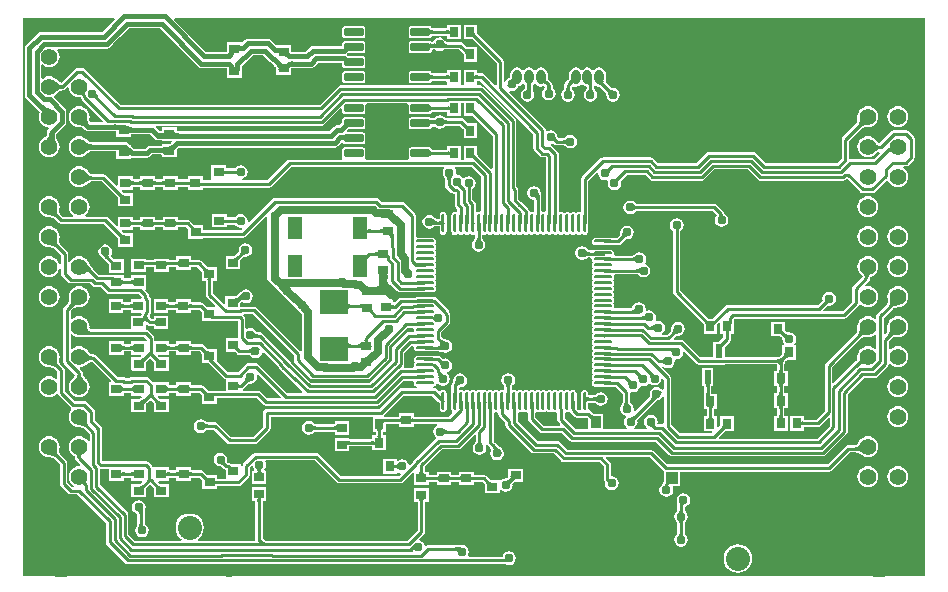
<source format=gtl>
G04*
G04 #@! TF.GenerationSoftware,Altium Limited,Altium Designer,22.10.1 (41)*
G04*
G04 Layer_Physical_Order=1*
G04 Layer_Color=255*
%FSLAX23Y23*%
%MOIN*%
G70*
G04*
G04 #@! TF.SameCoordinates,FE0D4549-5355-498F-96F3-0299564D4BAC*
G04*
G04*
G04 #@! TF.FilePolarity,Positive*
G04*
G01*
G75*
%ADD15C,0.010*%
%ADD25O,0.061X0.010*%
%ADD26O,0.010X0.061*%
%ADD27R,0.035X0.039*%
%ADD28R,0.035X0.031*%
%ADD29R,0.039X0.039*%
%ADD30R,0.035X0.031*%
%ADD31R,0.031X0.035*%
%ADD32R,0.031X0.035*%
%ADD33R,0.024X0.045*%
%ADD34R,0.051X0.075*%
%ADD35R,0.094X0.079*%
G04:AMPARAMS|DCode=36|XSize=26mil|YSize=65mil|CornerRadius=2mil|HoleSize=0mil|Usage=FLASHONLY|Rotation=270.000|XOffset=0mil|YOffset=0mil|HoleType=Round|Shape=RoundedRectangle|*
%AMROUNDEDRECTD36*
21,1,0.026,0.061,0,0,270.0*
21,1,0.022,0.065,0,0,270.0*
1,1,0.004,-0.031,-0.011*
1,1,0.004,-0.031,0.011*
1,1,0.004,0.031,0.011*
1,1,0.004,0.031,-0.011*
%
%ADD36ROUNDEDRECTD36*%
%ADD37O,0.031X0.049*%
%ADD53C,0.025*%
%ADD54C,0.015*%
%ADD55C,0.055*%
%ADD56C,0.250*%
%ADD57C,0.080*%
%ADD58C,0.031*%
G36*
X2055Y4927D02*
X2054Y4926D01*
X2054Y4925D01*
X2055Y4924D01*
X2055Y4923D01*
X2056Y4921D01*
X2057Y4919D01*
X2059Y4918D01*
X2062Y4914D01*
X2057Y4905D01*
X2055Y4907D01*
X2051Y4910D01*
X2050Y4911D01*
X2048Y4912D01*
X2047Y4913D01*
X2046Y4913D01*
X2045Y4913D01*
X2044Y4913D01*
X2043Y4912D01*
X2055Y4928D01*
X2055Y4927D01*
D02*
G37*
G36*
X1270Y4887D02*
X1271Y4886D01*
X1271Y4885D01*
X1272Y4885D01*
X1273Y4884D01*
X1274Y4884D01*
X1276Y4884D01*
X1277Y4884D01*
X1281Y4883D01*
Y4868D01*
X1279Y4868D01*
X1276Y4868D01*
X1274Y4868D01*
X1273Y4868D01*
X1272Y4867D01*
X1271Y4867D01*
X1271Y4866D01*
X1270Y4865D01*
X1270Y4865D01*
Y4887D01*
X1270Y4887D01*
D02*
G37*
G36*
X1400Y4858D02*
X1399Y4858D01*
X1399Y4859D01*
X1399Y4859D01*
X1398Y4859D01*
X1397Y4860D01*
X1396Y4860D01*
X1395Y4860D01*
X1392Y4860D01*
X1390Y4860D01*
Y4875D01*
X1392Y4875D01*
X1396Y4875D01*
X1397Y4876D01*
X1398Y4876D01*
X1399Y4876D01*
X1399Y4877D01*
X1399Y4877D01*
X1400Y4877D01*
Y4858D01*
D02*
G37*
G36*
X1435Y4863D02*
X1435Y4861D01*
X1436Y4860D01*
X1437Y4859D01*
X1438Y4858D01*
X1440Y4858D01*
X1442Y4857D01*
X1444Y4857D01*
X1447Y4857D01*
X1450Y4857D01*
Y4842D01*
X1435Y4848D01*
X1434Y4864D01*
X1435Y4863D01*
D02*
G37*
G36*
X1450Y4817D02*
X1447Y4816D01*
X1444Y4816D01*
X1442Y4816D01*
X1440Y4815D01*
X1438Y4815D01*
X1437Y4814D01*
X1436Y4813D01*
X1435Y4812D01*
X1435Y4810D01*
X1434Y4809D01*
X1435Y4825D01*
X1435Y4826D01*
X1435Y4827D01*
X1436Y4828D01*
X1437Y4829D01*
X1438Y4830D01*
X1440Y4830D01*
X1442Y4831D01*
X1444Y4831D01*
X1447Y4831D01*
X1450Y4832D01*
Y4817D01*
D02*
G37*
G36*
X1402Y4832D02*
X1408Y4828D01*
X1410Y4826D01*
X1413Y4825D01*
X1415Y4824D01*
X1417Y4823D01*
X1418Y4823D01*
X1419Y4824D01*
X1421Y4825D01*
X1400Y4803D01*
X1400Y4805D01*
X1401Y4806D01*
X1401Y4808D01*
X1400Y4809D01*
X1399Y4811D01*
X1398Y4814D01*
X1396Y4816D01*
X1394Y4819D01*
X1389Y4825D01*
X1399Y4835D01*
X1402Y4832D01*
D02*
G37*
G36*
X1969Y4770D02*
X1969Y4771D01*
X1968Y4771D01*
X1968Y4772D01*
X1967Y4773D01*
X1966Y4773D01*
X1965Y4774D01*
X1964Y4774D01*
X1962Y4774D01*
X1961Y4775D01*
X1959Y4775D01*
Y4785D01*
X1961Y4785D01*
X1962Y4785D01*
X1964Y4785D01*
X1965Y4785D01*
X1966Y4786D01*
X1967Y4786D01*
X1968Y4787D01*
X1968Y4788D01*
X1969Y4789D01*
X1969Y4790D01*
Y4770D01*
D02*
G37*
G36*
X1906Y4789D02*
X1906Y4788D01*
X1907Y4787D01*
X1907Y4786D01*
X1908Y4786D01*
X1909Y4785D01*
X1911Y4785D01*
X1912Y4785D01*
X1914Y4785D01*
X1916Y4785D01*
Y4775D01*
X1914Y4775D01*
X1912Y4774D01*
X1911Y4774D01*
X1909Y4774D01*
X1908Y4773D01*
X1907Y4773D01*
X1907Y4772D01*
X1906Y4771D01*
X1906Y4771D01*
X1906Y4770D01*
Y4790D01*
X1906Y4789D01*
D02*
G37*
G36*
X2055Y4789D02*
X2055Y4788D01*
X2056Y4787D01*
X2057Y4786D01*
X2058Y4786D01*
X2059Y4785D01*
X2060Y4785D01*
X2062Y4785D01*
X2063Y4785D01*
X2065Y4785D01*
Y4775D01*
X2063Y4775D01*
X2062Y4774D01*
X2060Y4774D01*
X2059Y4774D01*
X2058Y4773D01*
X2057Y4773D01*
X2056Y4772D01*
X2055Y4771D01*
X2055Y4771D01*
X2055Y4770D01*
Y4790D01*
X2055Y4789D01*
D02*
G37*
G36*
X2197Y4770D02*
X2196Y4769D01*
X2195Y4768D01*
X2194Y4767D01*
X2194Y4766D01*
X2193Y4764D01*
X2193Y4763D01*
X2193Y4762D01*
X2193Y4760D01*
X2193Y4759D01*
X2193Y4757D01*
X2183Y4765D01*
X2187Y4757D01*
X2187Y4758D01*
X2186Y4758D01*
X2186Y4758D01*
X2185Y4758D01*
X2185Y4757D01*
X2184Y4757D01*
X2183Y4756D01*
X2183Y4756D01*
X2181Y4754D01*
X2173Y4761D01*
X2175Y4762D01*
X2179Y4767D01*
X2179Y4768D01*
X2176Y4771D01*
X2177Y4771D01*
X2179Y4771D01*
X2180Y4772D01*
X2182Y4772D01*
X2183Y4773D01*
X2185Y4773D01*
X2186Y4774D01*
X2187Y4775D01*
X2188Y4775D01*
X2189Y4776D01*
X2197Y4770D01*
D02*
G37*
G36*
X2244Y4758D02*
X2243Y4758D01*
X2242Y4757D01*
X2242Y4756D01*
X2241Y4755D01*
X2241Y4754D01*
X2240Y4752D01*
X2240Y4750D01*
X2240Y4748D01*
X2240Y4745D01*
X2230D01*
X2230Y4748D01*
X2230Y4752D01*
X2229Y4754D01*
X2229Y4755D01*
X2228Y4756D01*
X2228Y4757D01*
X2227Y4758D01*
X2226Y4758D01*
X2225Y4758D01*
X2245D01*
X2244Y4758D01*
D02*
G37*
G36*
X2307Y4746D02*
X2307Y4745D01*
X2307Y4744D01*
X2307Y4742D01*
X2308Y4741D01*
X2309Y4740D01*
X2309Y4739D01*
X2310Y4737D01*
X2311Y4736D01*
X2312Y4735D01*
X2291D01*
X2292Y4736D01*
X2293Y4737D01*
X2294Y4739D01*
X2294Y4740D01*
X2295Y4741D01*
X2296Y4742D01*
X2296Y4744D01*
X2296Y4745D01*
X2296Y4746D01*
X2296Y4748D01*
X2306D01*
X2307Y4746D01*
D02*
G37*
G36*
X658Y4764D02*
X664Y4759D01*
X666Y4757D01*
X669Y4756D01*
X671Y4754D01*
X673Y4753D01*
X675Y4753D01*
X678Y4752D01*
X680Y4752D01*
Y4742D01*
X678Y4742D01*
X675Y4741D01*
X673Y4741D01*
X671Y4740D01*
X669Y4738D01*
X666Y4737D01*
X664Y4735D01*
X661Y4733D01*
X656Y4728D01*
Y4766D01*
X658Y4764D01*
D02*
G37*
G36*
X2240Y4741D02*
X2240Y4740D01*
X2240Y4738D01*
X2240Y4737D01*
X2241Y4734D01*
X2241Y4733D01*
X2242Y4730D01*
X2243Y4728D01*
X2244Y4727D01*
X2223Y4734D01*
X2225Y4735D01*
X2226Y4735D01*
X2227Y4736D01*
X2228Y4737D01*
X2228Y4738D01*
X2229Y4739D01*
X2229Y4741D01*
X2230Y4742D01*
X2230Y4743D01*
X2230Y4745D01*
X2240Y4741D01*
D02*
G37*
G36*
X754Y4726D02*
X754Y4726D01*
X754Y4726D01*
X754Y4725D01*
X754Y4725D01*
X754Y4724D01*
X755Y4724D01*
X755Y4723D01*
X756Y4722D01*
X756Y4722D01*
X749Y4714D01*
X748Y4716D01*
X744Y4719D01*
X744Y4719D01*
X743Y4720D01*
X742Y4720D01*
X742Y4720D01*
X741Y4720D01*
X754Y4727D01*
X754Y4726D01*
D02*
G37*
G36*
X796Y4722D02*
X796Y4721D01*
X796Y4719D01*
X797Y4718D01*
X797Y4716D01*
X798Y4715D01*
X798Y4714D01*
X799Y4713D01*
X800Y4711D01*
X801Y4710D01*
X794Y4703D01*
X793Y4704D01*
X792Y4705D01*
X790Y4706D01*
X789Y4707D01*
X788Y4707D01*
X787Y4708D01*
X785Y4708D01*
X784Y4708D01*
X782Y4708D01*
X780Y4708D01*
X796Y4724D01*
X796Y4722D01*
D02*
G37*
G36*
X3556Y3116D02*
X547D01*
Y4975D01*
X852D01*
X854Y4970D01*
X812Y4929D01*
X608D01*
X603Y4928D01*
X598Y4924D01*
X559Y4885D01*
X555Y4880D01*
X554Y4875D01*
Y4719D01*
X555Y4714D01*
X559Y4709D01*
X598Y4670D01*
X603Y4666D01*
X603Y4666D01*
X603Y4666D01*
X603Y4665D01*
X604Y4664D01*
X604Y4663D01*
X604Y4662D01*
X604Y4661D01*
X604Y4660D01*
X603Y4658D01*
X603Y4658D01*
X602Y4656D01*
X601Y4647D01*
X602Y4638D01*
X606Y4630D01*
X611Y4622D01*
X619Y4617D01*
X627Y4613D01*
X633Y4613D01*
X635Y4607D01*
X633Y4606D01*
X630Y4601D01*
X629Y4595D01*
Y4589D01*
X629Y4588D01*
X628Y4586D01*
X628Y4585D01*
X627Y4584D01*
X626Y4582D01*
X625Y4581D01*
X623Y4580D01*
X622Y4579D01*
X620Y4578D01*
X619Y4577D01*
X611Y4572D01*
X606Y4564D01*
X602Y4556D01*
X601Y4547D01*
X602Y4538D01*
X606Y4530D01*
X611Y4522D01*
X619Y4517D01*
X627Y4513D01*
X636Y4512D01*
X645Y4513D01*
X653Y4517D01*
X661Y4522D01*
X666Y4530D01*
X670Y4538D01*
X671Y4547D01*
X670Y4556D01*
X666Y4564D01*
X666Y4565D01*
X663Y4570D01*
X662Y4572D01*
X660Y4577D01*
X659Y4579D01*
X659Y4581D01*
X659Y4583D01*
X658Y4584D01*
Y4589D01*
X688Y4619D01*
X692Y4624D01*
X693Y4630D01*
Y4664D01*
X692Y4670D01*
X688Y4675D01*
X652Y4711D01*
X653Y4716D01*
X653Y4717D01*
X661Y4722D01*
X661Y4723D01*
X666Y4728D01*
X668Y4729D01*
X670Y4731D01*
X672Y4732D01*
X674Y4733D01*
X676Y4734D01*
X677Y4735D01*
X678Y4735D01*
X680D01*
X685Y4736D01*
X689Y4738D01*
X696Y4746D01*
X702Y4744D01*
X702Y4738D01*
X706Y4730D01*
X711Y4722D01*
X719Y4717D01*
X727Y4713D01*
X736Y4712D01*
X741Y4712D01*
X741Y4708D01*
X744Y4704D01*
X816Y4632D01*
X814Y4628D01*
X773D01*
X772Y4629D01*
X772Y4630D01*
X771Y4632D01*
X771Y4634D01*
X770Y4636D01*
X770Y4638D01*
X770Y4641D01*
X770Y4644D01*
X770Y4644D01*
X771Y4647D01*
X770Y4656D01*
X766Y4664D01*
X761Y4672D01*
X753Y4677D01*
X745Y4681D01*
X736Y4682D01*
X727Y4681D01*
X719Y4677D01*
X711Y4672D01*
X706Y4664D01*
X702Y4656D01*
X701Y4647D01*
X702Y4638D01*
X706Y4630D01*
X711Y4622D01*
X719Y4617D01*
X727Y4613D01*
X732Y4613D01*
X733Y4613D01*
X736Y4612D01*
X739Y4612D01*
X741Y4611D01*
X744Y4611D01*
X746Y4610D01*
X748Y4609D01*
X749Y4608D01*
X751Y4607D01*
X752Y4606D01*
X756Y4603D01*
X761Y4599D01*
X766Y4598D01*
X854D01*
X856Y4598D01*
X857Y4598D01*
X858Y4598D01*
X859Y4597D01*
Y4580D01*
X908D01*
Y4587D01*
X909Y4588D01*
X910Y4588D01*
X912Y4588D01*
X913Y4588D01*
X973D01*
X988Y4574D01*
X992Y4570D01*
X998Y4569D01*
X1008D01*
X1010Y4569D01*
X1011Y4569D01*
Y4566D01*
X1018D01*
X1018Y4566D01*
X1018Y4566D01*
X1043D01*
X1044Y4565D01*
X1044Y4561D01*
X1043Y4561D01*
X1041Y4559D01*
X1039Y4557D01*
X1038Y4557D01*
X1018D01*
X1018Y4557D01*
X1018Y4557D01*
X1011D01*
Y4551D01*
X1011Y4551D01*
X1009Y4550D01*
X1008Y4550D01*
X1007Y4550D01*
X973D01*
X968Y4549D01*
X963Y4546D01*
X957Y4539D01*
X917D01*
X908Y4548D01*
Y4551D01*
X905D01*
X899Y4557D01*
X894Y4561D01*
X888Y4562D01*
X777D01*
X776Y4562D01*
X774Y4562D01*
X772Y4563D01*
X770Y4564D01*
X769Y4565D01*
X767Y4566D01*
X765Y4568D01*
X763Y4569D01*
X761Y4571D01*
X761Y4572D01*
X753Y4577D01*
X745Y4581D01*
X736Y4582D01*
X727Y4581D01*
X719Y4577D01*
X711Y4572D01*
X706Y4564D01*
X702Y4556D01*
X701Y4547D01*
X702Y4538D01*
X706Y4530D01*
X711Y4522D01*
X719Y4517D01*
X727Y4513D01*
X736Y4512D01*
X745Y4513D01*
X753Y4517D01*
X761Y4522D01*
X761Y4523D01*
X763Y4525D01*
X765Y4526D01*
X767Y4528D01*
X769Y4529D01*
X770Y4530D01*
X772Y4531D01*
X774Y4532D01*
X776Y4532D01*
X777Y4532D01*
X859D01*
Y4505D01*
X908D01*
Y4508D01*
X911Y4510D01*
X963D01*
X968Y4511D01*
X973Y4514D01*
X980Y4521D01*
X1007D01*
X1008Y4520D01*
X1009Y4520D01*
X1011Y4520D01*
X1011Y4520D01*
Y4511D01*
X1061D01*
Y4535D01*
X1061Y4536D01*
X1066Y4541D01*
X1069Y4544D01*
X1587D01*
X1592Y4545D01*
X1597Y4549D01*
X1607Y4559D01*
X1607Y4559D01*
X1614Y4558D01*
X1614Y4558D01*
X1617Y4556D01*
X1620Y4555D01*
X1681D01*
X1685Y4556D01*
X1688Y4558D01*
X1690Y4561D01*
X1690Y4564D01*
Y4586D01*
X1690Y4589D01*
X1688Y4592D01*
X1685Y4594D01*
X1681Y4595D01*
X1628D01*
X1627Y4597D01*
X1627Y4600D01*
X1629Y4602D01*
X1631Y4603D01*
X1633Y4605D01*
X1633Y4605D01*
X1681D01*
X1685Y4606D01*
X1688Y4608D01*
X1690Y4611D01*
X1690Y4614D01*
Y4636D01*
X1690Y4639D01*
X1688Y4642D01*
X1685Y4644D01*
X1681Y4645D01*
X1620D01*
X1617Y4644D01*
X1614Y4642D01*
X1612Y4639D01*
X1611Y4636D01*
Y4627D01*
X1611Y4627D01*
X1609Y4625D01*
X1606Y4621D01*
X1603Y4618D01*
X1595D01*
X1589Y4616D01*
X1585Y4613D01*
X1570Y4599D01*
X1065D01*
X1064Y4599D01*
X1062Y4599D01*
X1061Y4599D01*
X1061Y4600D01*
Y4612D01*
X1011D01*
Y4600D01*
X1011Y4599D01*
X1009Y4599D01*
X1008Y4599D01*
X1007Y4599D01*
X1004D01*
X990Y4612D01*
X991Y4616D01*
X992Y4617D01*
X1544D01*
X1549Y4618D01*
X1553Y4621D01*
X1607Y4675D01*
X1611Y4673D01*
Y4664D01*
X1612Y4661D01*
X1614Y4658D01*
X1617Y4656D01*
X1620Y4655D01*
X1681D01*
X1685Y4656D01*
X1688Y4658D01*
X1690Y4661D01*
X1690Y4664D01*
Y4686D01*
X1690Y4687D01*
X1694Y4692D01*
X1830D01*
X1834Y4687D01*
X1834Y4686D01*
Y4664D01*
X1834Y4661D01*
X1836Y4658D01*
X1839Y4656D01*
X1843Y4655D01*
X1904D01*
X1907Y4656D01*
X1910Y4658D01*
X1912Y4661D01*
X1913Y4663D01*
X1913Y4663D01*
X1914Y4663D01*
X1961D01*
X1962Y4663D01*
X1962Y4663D01*
Y4650D01*
X2007D01*
Y4692D01*
X2017D01*
Y4650D01*
X2046D01*
X2047Y4650D01*
X2050Y4648D01*
X2114Y4584D01*
Y4475D01*
X2109Y4473D01*
X2066Y4516D01*
X2064Y4518D01*
X2063Y4519D01*
X2062Y4520D01*
Y4550D01*
X2017D01*
Y4504D01*
X2007D01*
Y4550D01*
X1962D01*
Y4537D01*
X1962Y4537D01*
X1961Y4537D01*
X1914D01*
X1913Y4537D01*
X1913Y4537D01*
X1912Y4539D01*
X1910Y4542D01*
X1907Y4544D01*
X1904Y4545D01*
X1843D01*
X1839Y4544D01*
X1836Y4542D01*
X1834Y4539D01*
X1834Y4536D01*
Y4514D01*
X1834Y4511D01*
X1835Y4509D01*
X1833Y4504D01*
X1833Y4504D01*
X1691D01*
X1691Y4504D01*
X1689Y4509D01*
X1690Y4511D01*
X1690Y4514D01*
Y4536D01*
X1690Y4539D01*
X1688Y4542D01*
X1685Y4544D01*
X1681Y4545D01*
X1620D01*
X1617Y4544D01*
X1614Y4542D01*
X1612Y4539D01*
X1611Y4536D01*
Y4514D01*
X1612Y4511D01*
X1613Y4509D01*
X1611Y4504D01*
X1611Y4504D01*
X1437D01*
X1432Y4503D01*
X1428Y4501D01*
X1363Y4435D01*
X1277D01*
X1277Y4440D01*
X1283Y4441D01*
X1290Y4446D01*
X1295Y4454D01*
X1297Y4462D01*
X1295Y4471D01*
X1290Y4479D01*
X1283Y4484D01*
X1274Y4485D01*
X1265Y4484D01*
X1258Y4479D01*
X1255Y4475D01*
X1226D01*
Y4485D01*
X1176D01*
Y4440D01*
X1176Y4440D01*
X1175Y4435D01*
X1147D01*
Y4448D01*
X1097D01*
Y4438D01*
X1064D01*
Y4448D01*
X1014D01*
Y4438D01*
X1014Y4438D01*
X1014Y4438D01*
X989D01*
X989Y4438D01*
X989Y4438D01*
Y4448D01*
X939D01*
Y4438D01*
X939Y4438D01*
X939Y4438D01*
X914D01*
X914Y4438D01*
X914Y4438D01*
Y4448D01*
X864D01*
Y4419D01*
X860Y4417D01*
X825Y4452D01*
X821Y4454D01*
X816Y4455D01*
X779D01*
X779Y4455D01*
X778Y4455D01*
X776Y4456D01*
X775Y4457D01*
X773Y4458D01*
X772Y4459D01*
X770Y4461D01*
X768Y4463D01*
X766Y4465D01*
X764Y4468D01*
X763Y4468D01*
X761Y4472D01*
X753Y4477D01*
X745Y4481D01*
X736Y4482D01*
X727Y4481D01*
X719Y4477D01*
X711Y4472D01*
X706Y4464D01*
X702Y4456D01*
X701Y4447D01*
X702Y4438D01*
X706Y4430D01*
X711Y4422D01*
X719Y4417D01*
X727Y4413D01*
X736Y4412D01*
X745Y4413D01*
X753Y4417D01*
X756Y4419D01*
X757Y4419D01*
X763Y4424D01*
X768Y4427D01*
X771Y4428D01*
X773Y4429D01*
X775Y4430D01*
X776Y4431D01*
X777Y4431D01*
X811D01*
X861Y4381D01*
X863Y4379D01*
X864Y4378D01*
X864Y4377D01*
Y4374D01*
X864Y4374D01*
X864Y4374D01*
Y4348D01*
X914D01*
Y4393D01*
X884D01*
X884Y4393D01*
X883Y4394D01*
X881Y4396D01*
X879Y4398D01*
X880Y4403D01*
X914D01*
Y4413D01*
X914Y4413D01*
X914Y4413D01*
X939D01*
X939Y4413D01*
X939Y4413D01*
Y4403D01*
X989D01*
Y4413D01*
X989Y4413D01*
X989Y4413D01*
X1014D01*
X1014Y4413D01*
X1014Y4413D01*
Y4403D01*
X1064D01*
Y4413D01*
X1097D01*
Y4402D01*
X1147D01*
Y4410D01*
X1368D01*
X1372Y4411D01*
X1376Y4414D01*
X1442Y4480D01*
X1951D01*
X1953Y4475D01*
X1949Y4469D01*
X1947Y4460D01*
X1949Y4451D01*
X1951Y4447D01*
X1952Y4447D01*
X1952Y4446D01*
X1953Y4444D01*
X1954Y4443D01*
X1954Y4443D01*
X1955Y4442D01*
X1955Y4441D01*
X1955Y4440D01*
X1955Y4439D01*
X1955Y4439D01*
Y4419D01*
X1956Y4414D01*
X1959Y4410D01*
X1975Y4394D01*
X1979Y4391D01*
X1984Y4390D01*
X1988D01*
Y4352D01*
X1989Y4348D01*
X1992Y4344D01*
X1996Y4340D01*
Y4332D01*
X1991Y4329D01*
X1988Y4329D01*
X1983Y4328D01*
X1980Y4325D01*
X1977Y4322D01*
X1976Y4317D01*
Y4266D01*
X1977Y4261D01*
X1980Y4257D01*
X1983Y4254D01*
X1988Y4254D01*
X1993Y4254D01*
X1994Y4255D01*
X1998Y4257D01*
X2002Y4255D01*
X2003Y4254D01*
X2008Y4254D01*
X2012Y4254D01*
X2014Y4255D01*
X2018Y4257D01*
X2021Y4255D01*
X2023Y4254D01*
X2028Y4254D01*
X2032Y4254D01*
X2034Y4255D01*
X2037Y4257D01*
X2041Y4255D01*
X2043Y4254D01*
X2047Y4254D01*
X2050Y4254D01*
X2055Y4251D01*
Y4243D01*
X2055Y4242D01*
X2054Y4242D01*
X2054Y4241D01*
X2054Y4240D01*
X2054Y4239D01*
X2053Y4239D01*
X2053Y4238D01*
X2052Y4237D01*
X2051Y4236D01*
X2046Y4229D01*
X2044Y4220D01*
X2046Y4211D01*
X2051Y4204D01*
X2058Y4199D01*
X2067Y4197D01*
X2076Y4199D01*
X2083Y4204D01*
X2088Y4211D01*
X2090Y4220D01*
X2088Y4229D01*
X2083Y4236D01*
X2082Y4237D01*
X2081Y4238D01*
X2081Y4239D01*
X2080Y4239D01*
X2080Y4240D01*
X2080Y4241D01*
X2079Y4242D01*
X2079Y4242D01*
X2079Y4243D01*
Y4251D01*
X2084Y4254D01*
X2087Y4254D01*
X2091Y4254D01*
X2093Y4255D01*
X2096Y4257D01*
X2100Y4255D01*
X2102Y4254D01*
X2106Y4254D01*
X2111Y4254D01*
X2112Y4255D01*
X2116Y4257D01*
X2120Y4255D01*
X2121Y4254D01*
X2126Y4254D01*
X2131Y4254D01*
X2135Y4257D01*
X2137D01*
X2141Y4254D01*
X2146Y4254D01*
X2150Y4254D01*
X2152Y4255D01*
X2155Y4257D01*
X2159Y4255D01*
X2161Y4254D01*
X2165Y4254D01*
X2170Y4254D01*
X2171Y4255D01*
X2175Y4257D01*
X2179Y4255D01*
X2180Y4254D01*
X2185Y4254D01*
X2190Y4254D01*
X2194Y4257D01*
X2196D01*
X2200Y4254D01*
X2205Y4254D01*
X2209Y4254D01*
X2211Y4255D01*
X2215Y4257D01*
X2218Y4255D01*
X2220Y4254D01*
X2224Y4254D01*
X2229Y4254D01*
X2231Y4255D01*
X2234Y4257D01*
X2238Y4255D01*
X2239Y4254D01*
X2244Y4254D01*
X2249Y4254D01*
X2250Y4255D01*
X2254Y4257D01*
X2258Y4255D01*
X2259Y4254D01*
X2264Y4254D01*
X2268Y4254D01*
X2270Y4255D01*
X2274Y4257D01*
X2277Y4255D01*
X2279Y4254D01*
X2283Y4254D01*
X2288Y4254D01*
X2290Y4255D01*
X2293Y4257D01*
X2297Y4255D01*
X2298Y4254D01*
X2303Y4254D01*
X2308Y4254D01*
X2309Y4255D01*
X2313Y4257D01*
X2317Y4255D01*
X2318Y4254D01*
X2323Y4254D01*
X2327Y4254D01*
X2329Y4255D01*
X2333Y4257D01*
X2336Y4255D01*
X2338Y4254D01*
X2342Y4254D01*
X2347Y4254D01*
X2349Y4255D01*
X2352Y4257D01*
X2356Y4255D01*
X2358Y4254D01*
X2362Y4254D01*
X2367Y4254D01*
X2368Y4255D01*
X2372Y4257D01*
X2376Y4255D01*
X2377Y4254D01*
X2382Y4254D01*
X2387Y4254D01*
X2390Y4257D01*
X2393D01*
X2397Y4254D01*
X2402Y4254D01*
X2406Y4254D01*
X2408Y4255D01*
X2411Y4257D01*
X2415Y4255D01*
X2417Y4254D01*
X2421Y4254D01*
X2426Y4254D01*
X2430Y4257D01*
X2432Y4261D01*
X2433Y4266D01*
Y4294D01*
X2433Y4294D01*
Y4433D01*
X2462Y4461D01*
X2466Y4459D01*
X2466Y4458D01*
X2468Y4449D01*
X2473Y4441D01*
X2480Y4436D01*
X2489Y4435D01*
X2495Y4436D01*
X2499Y4432D01*
X2498Y4425D01*
X2499Y4417D01*
X2504Y4409D01*
X2512Y4404D01*
X2520Y4402D01*
X2529Y4404D01*
X2537Y4409D01*
X2542Y4417D01*
X2543Y4425D01*
X2542Y4433D01*
X2561Y4453D01*
X2622D01*
X2637Y4438D01*
X2641Y4435D01*
X2646Y4434D01*
X2811D01*
X2815Y4435D01*
X2819Y4438D01*
X2853Y4471D01*
X2964D01*
X2997Y4438D01*
X3001Y4435D01*
X3006Y4434D01*
X3282D01*
X3287Y4435D01*
X3291Y4438D01*
X3294Y4441D01*
X3339Y4396D01*
X3343Y4394D01*
X3348Y4393D01*
X3380D01*
X3385Y4394D01*
X3389Y4396D01*
X3427Y4435D01*
X3433Y4434D01*
X3435Y4430D01*
X3440Y4422D01*
X3448Y4417D01*
X3456Y4413D01*
X3465Y4412D01*
X3474Y4413D01*
X3482Y4417D01*
X3490Y4422D01*
X3495Y4430D01*
X3499Y4438D01*
X3500Y4447D01*
X3499Y4456D01*
X3495Y4464D01*
X3490Y4472D01*
X3483Y4477D01*
X3483Y4478D01*
X3484Y4482D01*
X3492D01*
X3497Y4483D01*
X3501Y4485D01*
X3518Y4502D01*
X3520Y4506D01*
X3521Y4511D01*
Y4573D01*
X3520Y4578D01*
X3518Y4582D01*
X3502Y4598D01*
X3498Y4600D01*
X3493Y4601D01*
X3451D01*
X3446Y4600D01*
X3442Y4598D01*
X3402Y4558D01*
X3402Y4558D01*
X3401Y4558D01*
X3399Y4559D01*
X3398Y4561D01*
X3397Y4562D01*
X3396Y4563D01*
X3395Y4564D01*
X3395Y4564D01*
X3394Y4566D01*
X3394Y4566D01*
X3394Y4566D01*
X3390Y4572D01*
X3382Y4577D01*
X3374Y4581D01*
X3365Y4582D01*
X3356Y4581D01*
X3348Y4577D01*
X3340Y4572D01*
X3335Y4564D01*
X3331Y4556D01*
X3330Y4547D01*
X3331Y4538D01*
X3335Y4530D01*
X3340Y4522D01*
X3348Y4517D01*
X3356Y4513D01*
X3365Y4512D01*
X3374Y4513D01*
X3382Y4517D01*
X3390Y4522D01*
X3390Y4524D01*
X3392Y4525D01*
X3394Y4527D01*
X3396Y4528D01*
X3397Y4529D01*
X3399Y4530D01*
X3401Y4531D01*
X3401Y4531D01*
X3402Y4531D01*
X3404Y4524D01*
X3385Y4506D01*
X3306D01*
X3301Y4510D01*
Y4564D01*
X3345Y4608D01*
X3346Y4608D01*
X3347Y4609D01*
X3349Y4610D01*
X3351Y4610D01*
X3353Y4611D01*
X3356Y4612D01*
X3362Y4612D01*
X3364Y4612D01*
X3365Y4612D01*
X3374Y4613D01*
X3382Y4617D01*
X3390Y4622D01*
X3395Y4630D01*
X3399Y4638D01*
X3400Y4647D01*
X3399Y4656D01*
X3395Y4664D01*
X3390Y4672D01*
X3382Y4677D01*
X3374Y4681D01*
X3365Y4682D01*
X3356Y4681D01*
X3348Y4677D01*
X3340Y4672D01*
X3335Y4664D01*
X3331Y4656D01*
X3330Y4647D01*
X3330Y4646D01*
X3330Y4639D01*
X3330Y4636D01*
X3330Y4633D01*
X3329Y4631D01*
X3329Y4629D01*
X3328Y4627D01*
X3328Y4626D01*
X3327Y4625D01*
X3280Y4578D01*
X3278Y4574D01*
X3277Y4569D01*
Y4506D01*
X3263Y4492D01*
X3025D01*
X2992Y4526D01*
X2988Y4528D01*
X2983Y4529D01*
X2834D01*
X2829Y4528D01*
X2825Y4526D01*
X2792Y4492D01*
X2665D01*
X2650Y4508D01*
X2646Y4510D01*
X2641Y4511D01*
X2482D01*
X2477Y4510D01*
X2473Y4508D01*
X2413Y4447D01*
X2410Y4443D01*
X2409Y4438D01*
Y4332D01*
X2404Y4329D01*
X2402Y4329D01*
X2397Y4328D01*
X2393Y4325D01*
X2390D01*
X2387Y4328D01*
X2382Y4329D01*
X2377Y4328D01*
X2376Y4327D01*
X2372Y4326D01*
X2368Y4327D01*
X2367Y4328D01*
X2362Y4329D01*
X2358Y4328D01*
X2356Y4327D01*
X2352Y4326D01*
X2349Y4327D01*
X2347Y4328D01*
X2342Y4329D01*
X2340Y4328D01*
X2335Y4332D01*
Y4521D01*
X2334Y4525D01*
X2331Y4529D01*
X2311Y4550D01*
X2308Y4551D01*
X2309Y4557D01*
X2312Y4557D01*
X2313Y4557D01*
X2314Y4558D01*
X2315Y4558D01*
X2315Y4558D01*
X2316Y4558D01*
X2316Y4558D01*
X2317Y4557D01*
X2317Y4557D01*
X2318Y4557D01*
X2318Y4557D01*
X2319Y4555D01*
X2323Y4553D01*
X2328Y4552D01*
X2350D01*
X2350Y4552D01*
X2351Y4552D01*
X2352Y4551D01*
X2352Y4551D01*
X2353Y4551D01*
X2354Y4550D01*
X2355Y4550D01*
X2356Y4549D01*
X2356Y4548D01*
X2364Y4543D01*
X2373Y4541D01*
X2381Y4543D01*
X2389Y4548D01*
X2394Y4555D01*
X2396Y4564D01*
X2394Y4573D01*
X2389Y4580D01*
X2381Y4585D01*
X2373Y4587D01*
X2364Y4585D01*
X2356Y4580D01*
X2356Y4579D01*
X2355Y4578D01*
X2354Y4578D01*
X2353Y4577D01*
X2352Y4577D01*
X2352Y4577D01*
X2351Y4576D01*
X2350Y4576D01*
X2350Y4576D01*
X2333D01*
X2333Y4576D01*
X2333Y4576D01*
X2332Y4577D01*
X2332Y4578D01*
X2331Y4580D01*
X2330Y4581D01*
X2329Y4584D01*
X2329Y4585D01*
X2329Y4585D01*
X2328Y4588D01*
X2323Y4595D01*
X2316Y4600D01*
X2307Y4602D01*
X2298Y4600D01*
X2296Y4599D01*
X2296Y4599D01*
X2292Y4602D01*
X2291Y4606D01*
X2288Y4610D01*
X2169Y4729D01*
X2172Y4733D01*
X2177Y4732D01*
X2186Y4734D01*
X2194Y4739D01*
X2199Y4746D01*
X2199Y4748D01*
X2205Y4749D01*
X2212Y4754D01*
X2213Y4755D01*
X2218D01*
X2219Y4754D01*
X2222Y4751D01*
X2222Y4751D01*
X2223Y4748D01*
Y4744D01*
X2223Y4743D01*
X2223Y4743D01*
X2222Y4742D01*
X2222Y4742D01*
X2222Y4742D01*
X2222Y4741D01*
X2222Y4741D01*
X2221Y4741D01*
X2214Y4736D01*
X2209Y4729D01*
X2207Y4720D01*
X2209Y4711D01*
X2214Y4704D01*
X2221Y4699D01*
X2230Y4697D01*
X2239Y4699D01*
X2246Y4704D01*
X2251Y4711D01*
X2253Y4720D01*
X2251Y4729D01*
X2250Y4730D01*
X2250Y4731D01*
X2249Y4733D01*
X2248Y4735D01*
X2248Y4736D01*
X2247Y4738D01*
X2247Y4739D01*
X2247Y4739D01*
Y4748D01*
X2247Y4749D01*
X2247Y4751D01*
X2248Y4751D01*
X2251Y4754D01*
X2252Y4755D01*
X2257D01*
X2258Y4754D01*
X2265Y4749D01*
X2274Y4747D01*
X2283Y4749D01*
X2286Y4750D01*
X2289Y4747D01*
Y4747D01*
X2289Y4746D01*
X2289Y4745D01*
X2289Y4745D01*
X2288Y4744D01*
X2288Y4743D01*
X2288Y4742D01*
X2287Y4742D01*
X2286Y4741D01*
X2285Y4740D01*
X2280Y4733D01*
X2279Y4724D01*
X2280Y4715D01*
X2285Y4708D01*
X2293Y4703D01*
X2301Y4701D01*
X2310Y4703D01*
X2318Y4708D01*
X2323Y4715D01*
X2324Y4724D01*
X2323Y4733D01*
X2318Y4740D01*
X2316Y4741D01*
X2316Y4742D01*
X2315Y4742D01*
X2315Y4743D01*
X2314Y4744D01*
X2314Y4745D01*
X2314Y4745D01*
X2314Y4746D01*
X2314Y4747D01*
Y4752D01*
X2313Y4757D01*
X2310Y4761D01*
X2299Y4772D01*
X2298Y4773D01*
Y4788D01*
X2296Y4797D01*
X2291Y4804D01*
X2283Y4809D01*
X2274Y4811D01*
X2265Y4809D01*
X2258Y4804D01*
X2257Y4803D01*
X2252D01*
X2251Y4804D01*
X2244Y4809D01*
X2235Y4811D01*
X2226Y4809D01*
X2219Y4804D01*
X2218Y4803D01*
X2213D01*
X2212Y4804D01*
X2205Y4809D01*
X2196Y4811D01*
X2187Y4809D01*
X2179Y4804D01*
X2174Y4797D01*
X2172Y4788D01*
Y4777D01*
X2169Y4776D01*
X2161Y4771D01*
X2156Y4764D01*
X2156Y4764D01*
X2151Y4764D01*
Y4830D01*
X2150Y4835D01*
X2148Y4839D01*
X2066Y4921D01*
X2064Y4922D01*
X2063Y4924D01*
X2062Y4925D01*
Y4954D01*
X2017D01*
Y4905D01*
X2046D01*
X2047Y4905D01*
X2050Y4902D01*
X2127Y4825D01*
Y4754D01*
X2122Y4752D01*
X2086Y4788D01*
X2082Y4791D01*
X2077Y4792D01*
X2063D01*
X2062Y4792D01*
X2062Y4792D01*
Y4804D01*
X2017D01*
Y4755D01*
X2014Y4751D01*
X2010D01*
X2007Y4755D01*
X2007Y4756D01*
Y4804D01*
X1962D01*
Y4792D01*
X1962Y4792D01*
X1961Y4792D01*
X1914D01*
X1913Y4792D01*
X1913Y4792D01*
X1912Y4794D01*
X1910Y4797D01*
X1907Y4799D01*
X1904Y4800D01*
X1843D01*
X1839Y4799D01*
X1836Y4797D01*
X1834Y4794D01*
X1834Y4790D01*
Y4769D01*
X1834Y4765D01*
X1836Y4762D01*
X1839Y4760D01*
X1843Y4760D01*
X1904D01*
X1907Y4760D01*
X1910Y4762D01*
X1912Y4765D01*
X1913Y4767D01*
X1913Y4767D01*
X1914Y4767D01*
X1957D01*
X1962Y4763D01*
Y4756D01*
X1962Y4755D01*
X1959Y4751D01*
X1605D01*
X1601Y4750D01*
X1597Y4747D01*
X1537Y4687D01*
X873D01*
X755Y4806D01*
X751Y4808D01*
X746Y4809D01*
X730D01*
X725Y4808D01*
X721Y4806D01*
X676Y4760D01*
X676Y4760D01*
X674Y4761D01*
X672Y4762D01*
X670Y4763D01*
X668Y4765D01*
X663Y4769D01*
X661Y4771D01*
X661Y4772D01*
X653Y4777D01*
X645Y4781D01*
X636Y4782D01*
X627Y4781D01*
X619Y4777D01*
X614Y4773D01*
X609Y4776D01*
Y4818D01*
X614Y4821D01*
X619Y4817D01*
X627Y4813D01*
X636Y4812D01*
X645Y4813D01*
X653Y4817D01*
X661Y4822D01*
X666Y4830D01*
X670Y4838D01*
X671Y4847D01*
X670Y4856D01*
X666Y4864D01*
X662Y4869D01*
X665Y4874D01*
X829D01*
X834Y4875D01*
X839Y4879D01*
X901Y4941D01*
X1005D01*
X1132Y4814D01*
X1137Y4810D01*
X1142Y4809D01*
X1228D01*
X1228Y4809D01*
Y4807D01*
X1228Y4806D01*
Y4776D01*
X1277D01*
Y4806D01*
X1278Y4807D01*
Y4816D01*
X1314Y4852D01*
X1349D01*
X1373Y4828D01*
X1378Y4825D01*
X1378Y4825D01*
X1386Y4817D01*
X1389Y4814D01*
X1391Y4812D01*
X1392Y4810D01*
X1392Y4810D01*
Y4786D01*
X1442D01*
Y4808D01*
X1442Y4809D01*
X1443Y4809D01*
X1445Y4809D01*
X1446Y4809D01*
X1507D01*
X1512Y4810D01*
X1517Y4814D01*
X1531Y4827D01*
X1611D01*
Y4819D01*
X1612Y4815D01*
X1614Y4812D01*
X1617Y4810D01*
X1620Y4810D01*
X1681D01*
X1685Y4810D01*
X1688Y4812D01*
X1690Y4815D01*
X1690Y4819D01*
Y4840D01*
X1690Y4844D01*
X1688Y4847D01*
X1685Y4849D01*
X1681Y4850D01*
X1632D01*
X1630Y4851D01*
X1630Y4854D01*
Y4855D01*
X1630Y4858D01*
X1632Y4860D01*
X1681D01*
X1685Y4860D01*
X1688Y4862D01*
X1690Y4865D01*
X1690Y4869D01*
Y4890D01*
X1690Y4894D01*
X1688Y4897D01*
X1685Y4899D01*
X1681Y4900D01*
X1620D01*
X1617Y4899D01*
X1614Y4897D01*
X1612Y4894D01*
X1611Y4890D01*
Y4882D01*
X1514D01*
X1509Y4881D01*
X1504Y4878D01*
X1490Y4864D01*
X1446D01*
X1445Y4864D01*
X1443Y4864D01*
X1442Y4865D01*
X1442Y4865D01*
Y4887D01*
X1392D01*
X1392Y4887D01*
Y4887D01*
X1389Y4890D01*
X1376Y4902D01*
X1371Y4905D01*
X1365Y4907D01*
X1297D01*
X1292Y4905D01*
X1287Y4902D01*
X1280Y4896D01*
X1277Y4897D01*
Y4897D01*
X1228D01*
Y4867D01*
X1228Y4866D01*
Y4864D01*
X1228Y4864D01*
X1159D01*
X1052Y4970D01*
X1054Y4975D01*
X3556D01*
Y3116D01*
D02*
G37*
G36*
X1969Y4665D02*
X1969Y4666D01*
X1968Y4667D01*
X1968Y4668D01*
X1967Y4668D01*
X1966Y4669D01*
X1965Y4669D01*
X1964Y4670D01*
X1962Y4670D01*
X1961Y4670D01*
X1959Y4670D01*
Y4680D01*
X1961Y4680D01*
X1962Y4680D01*
X1964Y4680D01*
X1965Y4681D01*
X1966Y4681D01*
X1967Y4682D01*
X1968Y4682D01*
X1968Y4683D01*
X1969Y4684D01*
X1969Y4685D01*
Y4665D01*
D02*
G37*
G36*
X1906Y4684D02*
X1906Y4683D01*
X1907Y4682D01*
X1907Y4682D01*
X1908Y4681D01*
X1909Y4681D01*
X1911Y4680D01*
X1912Y4680D01*
X1914Y4680D01*
X1916Y4680D01*
Y4670D01*
X1914Y4670D01*
X1912Y4670D01*
X1911Y4670D01*
X1909Y4669D01*
X1908Y4669D01*
X1907Y4668D01*
X1907Y4668D01*
X1906Y4667D01*
X1906Y4666D01*
X1906Y4665D01*
Y4685D01*
X1906Y4684D01*
D02*
G37*
G36*
X618Y4683D02*
X620Y4681D01*
X622Y4680D01*
X624Y4679D01*
X627Y4677D01*
X629Y4676D01*
X631Y4676D01*
X633Y4675D01*
X635Y4675D01*
X638Y4674D01*
X610Y4656D01*
X611Y4658D01*
X611Y4660D01*
X611Y4662D01*
X611Y4664D01*
X611Y4666D01*
X610Y4668D01*
X609Y4670D01*
X608Y4671D01*
X607Y4673D01*
X605Y4675D01*
X616Y4685D01*
X618Y4683D01*
D02*
G37*
G36*
X2055Y4673D02*
X2054Y4672D01*
X2054Y4671D01*
X2055Y4669D01*
X2055Y4668D01*
X2056Y4667D01*
X2057Y4665D01*
X2059Y4663D01*
X2062Y4659D01*
X2057Y4650D01*
X2055Y4652D01*
X2051Y4656D01*
X2050Y4657D01*
X2048Y4658D01*
X2047Y4658D01*
X2046Y4659D01*
X2045Y4659D01*
X2044Y4658D01*
X2043Y4658D01*
X2055Y4674D01*
X2055Y4673D01*
D02*
G37*
G36*
X1638Y4612D02*
X1637Y4613D01*
X1636Y4613D01*
X1635Y4613D01*
X1633Y4613D01*
X1631Y4612D01*
X1629Y4611D01*
X1627Y4609D01*
X1624Y4607D01*
X1618Y4602D01*
X1608Y4612D01*
X1611Y4615D01*
X1615Y4620D01*
X1617Y4623D01*
X1618Y4625D01*
X1619Y4627D01*
X1619Y4628D01*
X1619Y4630D01*
X1619Y4631D01*
X1618Y4632D01*
X1638Y4612D01*
D02*
G37*
G36*
X3366Y4620D02*
X3362Y4619D01*
X3355Y4619D01*
X3352Y4618D01*
X3349Y4617D01*
X3346Y4617D01*
X3344Y4616D01*
X3342Y4615D01*
X3340Y4613D01*
X3339Y4612D01*
X3331Y4619D01*
X3333Y4620D01*
X3334Y4622D01*
X3335Y4624D01*
X3336Y4627D01*
X3336Y4629D01*
X3337Y4632D01*
X3337Y4635D01*
X3338Y4638D01*
X3338Y4646D01*
X3366Y4620D01*
D02*
G37*
G36*
X763Y4641D02*
X763Y4638D01*
X763Y4635D01*
X764Y4633D01*
X764Y4630D01*
X765Y4628D01*
X766Y4625D01*
X767Y4623D01*
X769Y4621D01*
X770Y4620D01*
X759Y4610D01*
X757Y4612D01*
X755Y4613D01*
X753Y4614D01*
X751Y4615D01*
X748Y4616D01*
X746Y4617D01*
X743Y4618D01*
X740Y4619D01*
X737Y4619D01*
X734Y4620D01*
X763Y4644D01*
X763Y4641D01*
D02*
G37*
G36*
X866Y4619D02*
X866Y4598D01*
X866Y4599D01*
X866Y4601D01*
X865Y4602D01*
X864Y4603D01*
X862Y4604D01*
X861Y4604D01*
X859Y4605D01*
X856Y4605D01*
X854Y4605D01*
X851Y4606D01*
Y4621D01*
X866Y4619D01*
D02*
G37*
G36*
X901Y4617D02*
X902Y4615D01*
X903Y4614D01*
X904Y4613D01*
X905Y4612D01*
X907Y4612D01*
X909Y4611D01*
X911Y4611D01*
X913Y4611D01*
X916Y4610D01*
Y4595D01*
X913Y4595D01*
X911Y4595D01*
X909Y4595D01*
X907Y4594D01*
X905Y4594D01*
X904Y4593D01*
X903Y4592D01*
X902Y4591D01*
X901Y4589D01*
X901Y4588D01*
Y4618D01*
X901Y4617D01*
D02*
G37*
G36*
X1053Y4598D02*
X1054Y4596D01*
X1055Y4595D01*
X1056Y4594D01*
X1057Y4593D01*
X1059Y4593D01*
X1061Y4592D01*
X1063Y4592D01*
X1066Y4592D01*
X1068Y4591D01*
Y4576D01*
X1066Y4576D01*
X1059Y4576D01*
X1057Y4576D01*
X1056Y4575D01*
X1055Y4575D01*
X1054Y4575D01*
X1054Y4574D01*
X1053Y4574D01*
X1053Y4599D01*
X1053Y4598D01*
D02*
G37*
G36*
X1018Y4574D02*
X1018Y4574D01*
X1018Y4575D01*
X1017Y4575D01*
X1016Y4575D01*
X1014Y4576D01*
X1013Y4576D01*
X1011Y4576D01*
X1006Y4576D01*
X1003Y4576D01*
Y4591D01*
X1006Y4592D01*
X1009Y4592D01*
X1011Y4592D01*
X1013Y4593D01*
X1015Y4593D01*
X1016Y4594D01*
X1017Y4595D01*
X1018Y4596D01*
X1018Y4598D01*
X1018Y4599D01*
X1018Y4574D01*
D02*
G37*
G36*
X1618Y4565D02*
X1618Y4566D01*
X1618Y4567D01*
X1617Y4568D01*
X1616Y4568D01*
X1615Y4569D01*
X1614Y4569D01*
X1612Y4570D01*
X1610Y4570D01*
X1608Y4570D01*
X1605Y4570D01*
Y4585D01*
X1608Y4585D01*
X1615Y4586D01*
X1616Y4586D01*
X1617Y4586D01*
X1618Y4587D01*
X1619Y4587D01*
X1619Y4587D01*
X1618Y4565D01*
D02*
G37*
G36*
X2323Y4581D02*
X2324Y4578D01*
X2324Y4577D01*
X2326Y4574D01*
X2326Y4573D01*
X2327Y4572D01*
X2328Y4571D01*
X2329Y4570D01*
X2324Y4561D01*
X2323Y4562D01*
X2322Y4563D01*
X2321Y4564D01*
X2319Y4564D01*
X2318Y4564D01*
X2317Y4565D01*
X2316Y4565D01*
X2314Y4565D01*
X2313Y4565D01*
X2311Y4564D01*
X2322Y4583D01*
X2323Y4581D01*
D02*
G37*
G36*
X651Y4586D02*
X651Y4584D01*
X652Y4582D01*
X652Y4580D01*
X653Y4577D01*
X653Y4575D01*
X655Y4569D01*
X657Y4567D01*
X660Y4561D01*
X623Y4571D01*
X625Y4573D01*
X628Y4574D01*
X630Y4576D01*
X631Y4578D01*
X633Y4580D01*
X634Y4582D01*
X635Y4584D01*
X636Y4586D01*
X636Y4589D01*
X636Y4591D01*
X651Y4586D01*
D02*
G37*
G36*
X2361Y4553D02*
X2360Y4554D01*
X2359Y4555D01*
X2358Y4556D01*
X2357Y4557D01*
X2355Y4558D01*
X2354Y4558D01*
X2353Y4558D01*
X2351Y4559D01*
X2350Y4559D01*
X2349Y4559D01*
Y4569D01*
X2350Y4569D01*
X2351Y4569D01*
X2353Y4570D01*
X2354Y4570D01*
X2355Y4570D01*
X2357Y4571D01*
X2358Y4572D01*
X2359Y4573D01*
X2360Y4574D01*
X2361Y4575D01*
Y4553D01*
D02*
G37*
G36*
X1064Y4550D02*
X1061Y4547D01*
X1055Y4540D01*
X1054Y4538D01*
X1053Y4536D01*
X1053Y4535D01*
X1052Y4533D01*
X1053Y4532D01*
X1053Y4531D01*
X1035Y4550D01*
X1036Y4549D01*
X1037Y4549D01*
X1038Y4549D01*
X1040Y4549D01*
X1041Y4550D01*
X1043Y4552D01*
X1046Y4553D01*
X1048Y4555D01*
X1053Y4560D01*
X1064Y4550D01*
D02*
G37*
G36*
X3445Y4529D02*
X3444Y4529D01*
X3443Y4530D01*
X3443Y4530D01*
X3442Y4530D01*
X3440Y4530D01*
X3441Y4530D01*
X3440Y4530D01*
X3440Y4530D01*
X3440Y4530D01*
X3439Y4531D01*
X3436Y4531D01*
X3435Y4531D01*
X3432Y4531D01*
Y4541D01*
X3433Y4541D01*
X3434Y4541D01*
X3435Y4541D01*
X3436Y4542D01*
X3436Y4542D01*
X3436Y4542D01*
X3437Y4542D01*
X3437Y4542D01*
X3437Y4542D01*
X3437Y4542D01*
X3437Y4543D01*
X3438Y4543D01*
X3438Y4544D01*
X3438Y4545D01*
X3445Y4529D01*
D02*
G37*
G36*
X3390Y4559D02*
X3391Y4557D01*
X3393Y4555D01*
X3395Y4554D01*
X3397Y4553D01*
X3399Y4551D01*
X3400Y4551D01*
X3402Y4550D01*
X3405Y4550D01*
X3407Y4550D01*
Y4540D01*
X3404Y4539D01*
X3402Y4539D01*
X3400Y4539D01*
X3398Y4538D01*
X3396Y4537D01*
X3394Y4536D01*
X3391Y4534D01*
X3389Y4532D01*
X3387Y4531D01*
X3385Y4528D01*
X3388Y4562D01*
X3390Y4559D01*
D02*
G37*
G36*
X758Y4564D02*
X760Y4562D01*
X763Y4560D01*
X765Y4559D01*
X767Y4557D01*
X770Y4556D01*
X772Y4556D01*
X774Y4555D01*
X777Y4555D01*
X779Y4555D01*
Y4540D01*
X777Y4539D01*
X774Y4539D01*
X772Y4538D01*
X770Y4538D01*
X767Y4537D01*
X765Y4535D01*
X763Y4534D01*
X760Y4532D01*
X758Y4530D01*
X756Y4528D01*
Y4566D01*
X758Y4564D01*
D02*
G37*
G36*
X1018Y4520D02*
X1018Y4522D01*
X1018Y4523D01*
X1017Y4524D01*
X1016Y4525D01*
X1015Y4526D01*
X1013Y4527D01*
X1011Y4527D01*
X1009Y4528D01*
X1006Y4528D01*
X1003Y4528D01*
Y4543D01*
X1006Y4543D01*
X1009Y4543D01*
X1011Y4543D01*
X1013Y4544D01*
X1014Y4545D01*
X1016Y4545D01*
X1017Y4546D01*
X1018Y4547D01*
X1018Y4548D01*
X1018Y4550D01*
X1018Y4520D01*
D02*
G37*
G36*
X902Y4544D02*
X903Y4543D01*
X907Y4539D01*
X916Y4530D01*
X905Y4519D01*
X905Y4520D01*
X904Y4520D01*
X903Y4521D01*
X903Y4521D01*
X902Y4520D01*
X902Y4520D01*
X902Y4519D01*
X901Y4518D01*
X901Y4517D01*
X901Y4515D01*
Y4544D01*
X901Y4544D01*
X902Y4544D01*
D02*
G37*
G36*
X1969Y4515D02*
X1969Y4516D01*
X1968Y4517D01*
X1968Y4518D01*
X1967Y4518D01*
X1966Y4519D01*
X1965Y4519D01*
X1964Y4520D01*
X1962Y4520D01*
X1961Y4520D01*
X1959Y4520D01*
Y4530D01*
X1961Y4530D01*
X1962Y4530D01*
X1964Y4530D01*
X1965Y4531D01*
X1966Y4531D01*
X1967Y4532D01*
X1968Y4532D01*
X1968Y4533D01*
X1969Y4534D01*
X1969Y4535D01*
Y4515D01*
D02*
G37*
G36*
X1906Y4534D02*
X1906Y4533D01*
X1907Y4532D01*
X1907Y4532D01*
X1908Y4531D01*
X1909Y4531D01*
X1911Y4530D01*
X1912Y4530D01*
X1914Y4530D01*
X1916Y4530D01*
Y4520D01*
X1914Y4520D01*
X1912Y4520D01*
X1911Y4520D01*
X1909Y4519D01*
X1908Y4519D01*
X1907Y4518D01*
X1907Y4518D01*
X1906Y4517D01*
X1906Y4516D01*
X1906Y4515D01*
Y4535D01*
X1906Y4534D01*
D02*
G37*
G36*
X2055Y4523D02*
X2054Y4522D01*
X2054Y4521D01*
X2055Y4519D01*
X2055Y4518D01*
X2056Y4517D01*
X2057Y4515D01*
X2059Y4513D01*
X2062Y4509D01*
X2057Y4500D01*
X2055Y4502D01*
X2051Y4506D01*
X2050Y4507D01*
X2048Y4508D01*
X2047Y4508D01*
X2046Y4509D01*
X2045Y4509D01*
X2044Y4508D01*
X2043Y4508D01*
X2055Y4524D01*
X2055Y4523D01*
D02*
G37*
G36*
X2509Y4471D02*
X2509Y4470D01*
X2508Y4469D01*
X2507Y4468D01*
X2506Y4466D01*
X2506Y4465D01*
X2505Y4464D01*
X2505Y4462D01*
X2505Y4461D01*
X2505Y4459D01*
X2504Y4458D01*
X2489Y4473D01*
X2491Y4473D01*
X2492Y4473D01*
X2494Y4474D01*
X2495Y4474D01*
X2497Y4474D01*
X2498Y4475D01*
X2499Y4476D01*
X2500Y4476D01*
X2501Y4477D01*
X2502Y4478D01*
X2509Y4471D01*
D02*
G37*
G36*
X1979Y4447D02*
X1978Y4446D01*
X1977Y4445D01*
X1976Y4444D01*
X1975Y4443D01*
X1974Y4442D01*
X1974Y4441D01*
X1973Y4440D01*
X1973Y4438D01*
X1973Y4437D01*
X1972Y4435D01*
X1962Y4437D01*
X1962Y4439D01*
X1962Y4440D01*
X1962Y4441D01*
X1962Y4443D01*
X1961Y4444D01*
X1961Y4445D01*
X1960Y4447D01*
X1959Y4448D01*
X1958Y4449D01*
X1958Y4451D01*
X1979Y4447D01*
D02*
G37*
G36*
X760Y4460D02*
X763Y4458D01*
X765Y4455D01*
X767Y4453D01*
X769Y4452D01*
X771Y4450D01*
X774Y4449D01*
X776Y4449D01*
X778Y4448D01*
X780Y4448D01*
X778Y4438D01*
X777Y4438D01*
X775Y4437D01*
X772Y4437D01*
X770Y4436D01*
X768Y4435D01*
X765Y4433D01*
X759Y4430D01*
X753Y4425D01*
X758Y4463D01*
X760Y4460D01*
D02*
G37*
G36*
X1022Y4416D02*
X1021Y4417D01*
X1021Y4417D01*
X1021Y4418D01*
X1020Y4419D01*
X1019Y4419D01*
X1018Y4420D01*
X1017Y4420D01*
X1015Y4420D01*
X1013Y4421D01*
X1011Y4421D01*
Y4431D01*
X1013Y4431D01*
X1015Y4431D01*
X1017Y4431D01*
X1018Y4431D01*
X1019Y4432D01*
X1020Y4432D01*
X1021Y4433D01*
X1021Y4434D01*
X1021Y4435D01*
X1022Y4436D01*
Y4416D01*
D02*
G37*
G36*
X982Y4435D02*
X982Y4434D01*
X982Y4433D01*
X983Y4432D01*
X984Y4432D01*
X985Y4431D01*
X986Y4431D01*
X988Y4431D01*
X990Y4431D01*
X992Y4431D01*
Y4421D01*
X990Y4421D01*
X988Y4420D01*
X986Y4420D01*
X985Y4420D01*
X984Y4419D01*
X983Y4419D01*
X982Y4418D01*
X982Y4417D01*
X982Y4417D01*
X981Y4416D01*
Y4436D01*
X982Y4435D01*
D02*
G37*
G36*
X947Y4416D02*
X946Y4417D01*
X946Y4417D01*
X946Y4418D01*
X945Y4419D01*
X944Y4419D01*
X943Y4420D01*
X942Y4420D01*
X940Y4420D01*
X938Y4421D01*
X936Y4421D01*
Y4431D01*
X938Y4431D01*
X940Y4431D01*
X942Y4431D01*
X943Y4431D01*
X944Y4432D01*
X945Y4432D01*
X946Y4433D01*
X946Y4434D01*
X946Y4435D01*
X947Y4436D01*
Y4416D01*
D02*
G37*
G36*
X907Y4435D02*
X907Y4434D01*
X907Y4433D01*
X908Y4432D01*
X909Y4432D01*
X910Y4431D01*
X911Y4431D01*
X913Y4431D01*
X915Y4431D01*
X917Y4431D01*
Y4421D01*
X915Y4421D01*
X913Y4420D01*
X911Y4420D01*
X910Y4420D01*
X909Y4419D01*
X908Y4419D01*
X907Y4418D01*
X907Y4417D01*
X907Y4417D01*
X906Y4416D01*
Y4436D01*
X907Y4435D01*
D02*
G37*
G36*
X875Y4391D02*
X879Y4388D01*
X880Y4387D01*
X882Y4386D01*
X883Y4386D01*
X885Y4385D01*
X886Y4385D01*
X887Y4386D01*
X888Y4386D01*
X871Y4374D01*
X872Y4375D01*
X872Y4375D01*
X872Y4376D01*
X872Y4378D01*
X872Y4379D01*
X871Y4380D01*
X870Y4382D01*
X868Y4384D01*
X864Y4388D01*
X873Y4393D01*
X875Y4391D01*
D02*
G37*
G36*
X2269Y4373D02*
X2259Y4369D01*
X2259Y4370D01*
X2259Y4372D01*
X2258Y4373D01*
X2258Y4374D01*
X2257Y4375D01*
X2257Y4376D01*
X2256Y4376D01*
X2255Y4376D01*
X2254Y4377D01*
X2253Y4377D01*
X2267Y4390D01*
X2269Y4373D01*
D02*
G37*
G36*
X2250Y4589D02*
Y4541D01*
X2251Y4536D01*
X2254Y4532D01*
X2271Y4515D01*
X2275Y4513D01*
X2280Y4512D01*
X2290D01*
X2291Y4511D01*
Y4332D01*
X2286Y4329D01*
X2283Y4329D01*
X2281Y4329D01*
X2276Y4332D01*
Y4386D01*
X2275Y4391D01*
X2275Y4391D01*
X2275Y4392D01*
X2273Y4401D01*
X2268Y4408D01*
X2261Y4413D01*
X2252Y4415D01*
X2243Y4413D01*
X2236Y4408D01*
X2231Y4401D01*
X2229Y4392D01*
X2231Y4383D01*
X2236Y4376D01*
X2243Y4371D01*
X2252Y4369D01*
Y4332D01*
X2247Y4329D01*
X2244Y4329D01*
X2242Y4329D01*
X2238Y4330D01*
X2237Y4331D01*
X2236Y4332D01*
X2236Y4336D01*
X2233Y4340D01*
X2212Y4361D01*
X2210Y4362D01*
X2199Y4374D01*
Y4404D01*
X2198Y4409D01*
X2195Y4412D01*
X2193Y4415D01*
Y4594D01*
Y4632D01*
X2192Y4637D01*
X2189Y4641D01*
X2083Y4747D01*
X2079Y4750D01*
X2074Y4751D01*
X2065D01*
X2062Y4755D01*
Y4767D01*
X2062Y4767D01*
X2063Y4767D01*
X2072D01*
X2250Y4589D01*
D02*
G37*
G36*
X2074Y4448D02*
Y4332D01*
X2069Y4329D01*
X2067Y4329D01*
X2063Y4328D01*
X2062Y4328D01*
X2058Y4331D01*
Y4355D01*
X2057Y4360D01*
X2054Y4364D01*
X2046Y4372D01*
Y4406D01*
X2050Y4409D01*
X2055Y4416D01*
X2057Y4425D01*
X2055Y4434D01*
X2050Y4441D01*
X2043Y4446D01*
X2034Y4448D01*
X2025Y4446D01*
X2020Y4442D01*
X2018Y4441D01*
X2013Y4443D01*
X2011Y4446D01*
X2004Y4451D01*
X1997Y4453D01*
X1992Y4457D01*
X1993Y4460D01*
X1991Y4469D01*
X1987Y4475D01*
X1989Y4480D01*
X2043D01*
X2074Y4448D01*
D02*
G37*
G36*
X2072Y4243D02*
X2072Y4241D01*
X2072Y4240D01*
X2073Y4238D01*
X2073Y4237D01*
X2074Y4236D01*
X2075Y4235D01*
X2076Y4233D01*
X2077Y4232D01*
X2078Y4231D01*
X2056D01*
X2057Y4232D01*
X2058Y4233D01*
X2059Y4235D01*
X2060Y4236D01*
X2060Y4237D01*
X2061Y4238D01*
X2061Y4240D01*
X2062Y4241D01*
X2062Y4243D01*
X2062Y4244D01*
X2072D01*
X2072Y4243D01*
D02*
G37*
%LPC*%
G36*
X2007Y4954D02*
X1962D01*
Y4942D01*
X1962Y4942D01*
X1961Y4942D01*
X1914D01*
X1913Y4942D01*
X1913Y4942D01*
X1912Y4944D01*
X1910Y4947D01*
X1907Y4949D01*
X1904Y4950D01*
X1843D01*
X1839Y4949D01*
X1836Y4947D01*
X1834Y4944D01*
X1834Y4940D01*
Y4919D01*
X1834Y4915D01*
X1836Y4912D01*
X1839Y4910D01*
X1843Y4910D01*
X1904D01*
X1907Y4910D01*
X1910Y4912D01*
X1912Y4915D01*
X1913Y4917D01*
X1913Y4917D01*
X1914Y4917D01*
X1961D01*
X1962Y4917D01*
X1962Y4917D01*
Y4905D01*
X2007D01*
Y4954D01*
D02*
G37*
G36*
X1681Y4950D02*
X1620D01*
X1617Y4949D01*
X1614Y4947D01*
X1612Y4944D01*
X1611Y4940D01*
Y4919D01*
X1612Y4915D01*
X1614Y4912D01*
X1617Y4910D01*
X1620Y4910D01*
X1681D01*
X1685Y4910D01*
X1688Y4912D01*
X1690Y4915D01*
X1690Y4919D01*
Y4940D01*
X1690Y4944D01*
X1688Y4947D01*
X1685Y4949D01*
X1681Y4950D01*
D02*
G37*
G36*
X1937Y4911D02*
X1928Y4909D01*
X1920Y4904D01*
X1918Y4900D01*
X1917Y4900D01*
X1917Y4899D01*
X1916Y4898D01*
X1916Y4898D01*
X1915Y4897D01*
X1915Y4897D01*
X1914Y4897D01*
X1914Y4897D01*
X1913Y4897D01*
X1913Y4897D01*
X1911Y4897D01*
X1911Y4897D01*
X1910Y4897D01*
X1910Y4897D01*
X1910Y4897D01*
X1910Y4897D01*
X1910Y4897D01*
X1909Y4898D01*
X1909Y4898D01*
X1907Y4899D01*
X1904Y4900D01*
X1843D01*
X1839Y4899D01*
X1836Y4897D01*
X1834Y4894D01*
X1834Y4890D01*
Y4869D01*
X1834Y4865D01*
X1836Y4862D01*
X1839Y4860D01*
X1843Y4860D01*
X1904D01*
X1907Y4860D01*
X1910Y4862D01*
X1912Y4865D01*
X1913Y4869D01*
X1916Y4871D01*
X1918Y4872D01*
X1918Y4872D01*
X1919Y4871D01*
X1920Y4871D01*
X1921Y4871D01*
X1924Y4869D01*
X1925Y4869D01*
X1925Y4869D01*
X1928Y4867D01*
X1937Y4865D01*
X1945Y4867D01*
X1948Y4869D01*
X1948Y4869D01*
X1950Y4869D01*
X1952Y4871D01*
X1953Y4871D01*
X1954Y4871D01*
X1955Y4872D01*
X1956Y4872D01*
X1957Y4872D01*
X1957Y4872D01*
X2001D01*
X2014Y4859D01*
X2015Y4858D01*
X2016Y4857D01*
X2016Y4856D01*
X2017Y4855D01*
Y4830D01*
X2062D01*
Y4879D01*
X2028D01*
X2026Y4882D01*
X2014Y4893D01*
X2010Y4896D01*
X2006Y4897D01*
X1960D01*
X1960Y4897D01*
X1959Y4897D01*
X1959Y4897D01*
X1958Y4897D01*
X1958Y4897D01*
X1957Y4898D01*
X1957Y4898D01*
X1957Y4899D01*
X1956Y4900D01*
X1955Y4900D01*
X1953Y4904D01*
X1945Y4909D01*
X1937Y4911D01*
D02*
G37*
G36*
X2469Y4811D02*
X2460Y4809D01*
X2453Y4804D01*
X2452Y4803D01*
X2447D01*
X2446Y4804D01*
X2439Y4809D01*
X2430Y4811D01*
X2421Y4809D01*
X2414Y4804D01*
X2413Y4803D01*
X2408D01*
X2407Y4804D01*
X2400Y4809D01*
X2391Y4811D01*
X2382Y4809D01*
X2374Y4804D01*
X2369Y4797D01*
X2367Y4788D01*
Y4774D01*
X2367Y4774D01*
X2367Y4773D01*
X2365Y4770D01*
X2356Y4762D01*
X2354Y4758D01*
X2353Y4753D01*
Y4743D01*
X2353Y4742D01*
X2353Y4742D01*
X2352Y4741D01*
X2352Y4740D01*
X2352Y4739D01*
X2351Y4739D01*
X2351Y4738D01*
X2350Y4737D01*
X2349Y4736D01*
X2344Y4729D01*
X2342Y4720D01*
X2344Y4711D01*
X2349Y4704D01*
X2356Y4699D01*
X2365Y4697D01*
X2374Y4699D01*
X2381Y4704D01*
X2386Y4711D01*
X2388Y4720D01*
X2386Y4729D01*
X2381Y4736D01*
X2380Y4737D01*
X2379Y4738D01*
X2379Y4739D01*
X2378Y4739D01*
X2378Y4740D01*
X2378Y4741D01*
X2377Y4742D01*
X2377Y4742D01*
X2377Y4743D01*
Y4746D01*
X2381Y4749D01*
X2382Y4749D01*
X2391Y4747D01*
X2400Y4749D01*
X2407Y4754D01*
X2408Y4755D01*
X2413D01*
X2414Y4754D01*
X2421Y4749D01*
X2428Y4747D01*
Y4743D01*
X2428Y4742D01*
X2428Y4742D01*
X2427Y4741D01*
X2427Y4740D01*
X2427Y4739D01*
X2426Y4739D01*
X2426Y4738D01*
X2425Y4737D01*
X2424Y4736D01*
X2419Y4729D01*
X2417Y4720D01*
X2419Y4711D01*
X2424Y4704D01*
X2431Y4699D01*
X2440Y4697D01*
X2449Y4699D01*
X2456Y4704D01*
X2461Y4711D01*
X2463Y4720D01*
X2461Y4729D01*
X2456Y4736D01*
X2455Y4737D01*
X2454Y4738D01*
X2454Y4739D01*
X2453Y4739D01*
X2453Y4740D01*
X2453Y4741D01*
X2452Y4742D01*
X2452Y4742D01*
X2452Y4743D01*
Y4748D01*
X2457Y4751D01*
X2460Y4749D01*
X2469Y4747D01*
X2470Y4747D01*
X2471Y4747D01*
X2473Y4745D01*
X2490Y4727D01*
X2491Y4727D01*
X2491Y4726D01*
X2491Y4726D01*
X2492Y4725D01*
X2492Y4724D01*
X2492Y4723D01*
X2492Y4722D01*
X2492Y4721D01*
X2492Y4720D01*
X2494Y4711D01*
X2499Y4704D01*
X2506Y4699D01*
X2515Y4697D01*
X2524Y4699D01*
X2531Y4704D01*
X2536Y4711D01*
X2538Y4720D01*
X2536Y4729D01*
X2531Y4736D01*
X2524Y4741D01*
X2515Y4743D01*
X2514Y4743D01*
X2513Y4743D01*
X2512Y4743D01*
X2511Y4743D01*
X2510Y4743D01*
X2509Y4744D01*
X2509Y4744D01*
X2508Y4744D01*
X2508Y4745D01*
X2492Y4761D01*
X2491Y4761D01*
X2491Y4762D01*
X2493Y4770D01*
Y4788D01*
X2491Y4797D01*
X2486Y4804D01*
X2478Y4809D01*
X2469Y4811D01*
D02*
G37*
G36*
X1681Y4800D02*
X1620D01*
X1617Y4799D01*
X1614Y4797D01*
X1612Y4794D01*
X1611Y4790D01*
Y4769D01*
X1612Y4765D01*
X1614Y4762D01*
X1617Y4760D01*
X1620Y4760D01*
X1681D01*
X1685Y4760D01*
X1688Y4762D01*
X1690Y4765D01*
X1690Y4769D01*
Y4790D01*
X1690Y4794D01*
X1688Y4797D01*
X1685Y4799D01*
X1681Y4800D01*
D02*
G37*
G36*
X1938Y4652D02*
X1929Y4650D01*
X1921Y4645D01*
X1921Y4644D01*
X1920Y4644D01*
X1920Y4644D01*
X1919Y4643D01*
X1918Y4643D01*
X1917Y4642D01*
X1916Y4642D01*
X1915Y4642D01*
X1915Y4642D01*
X1913D01*
X1911Y4642D01*
X1911Y4642D01*
X1910Y4642D01*
X1910Y4642D01*
X1910Y4642D01*
X1910Y4642D01*
X1910Y4643D01*
X1909Y4643D01*
X1909Y4643D01*
X1907Y4644D01*
X1904Y4645D01*
X1843D01*
X1839Y4644D01*
X1836Y4642D01*
X1834Y4639D01*
X1834Y4636D01*
Y4614D01*
X1834Y4611D01*
X1836Y4608D01*
X1839Y4606D01*
X1843Y4605D01*
X1904D01*
X1907Y4606D01*
X1910Y4608D01*
X1912Y4611D01*
X1913Y4613D01*
X1913Y4614D01*
X1914Y4615D01*
X1915Y4615D01*
X1917Y4616D01*
X1918Y4616D01*
X1918Y4616D01*
X1919Y4615D01*
X1920Y4615D01*
X1920Y4614D01*
X1921Y4613D01*
X1929Y4608D01*
X1938Y4606D01*
X1946Y4608D01*
X1954Y4613D01*
X1955Y4614D01*
X1955Y4615D01*
X1956Y4615D01*
X1957Y4616D01*
X1957Y4616D01*
X1958Y4617D01*
X1959Y4617D01*
X1959Y4617D01*
X1960Y4617D01*
X1961Y4617D01*
X2005D01*
X2013Y4609D01*
X2015Y4607D01*
X2016Y4606D01*
X2017Y4605D01*
Y4575D01*
X2062D01*
Y4625D01*
X2033D01*
X2032Y4625D01*
X2029Y4627D01*
X2018Y4638D01*
X2015Y4641D01*
X2010Y4642D01*
X1960D01*
X1960Y4642D01*
X1959Y4642D01*
X1958Y4642D01*
X1957Y4643D01*
X1956Y4643D01*
X1956Y4644D01*
X1955Y4644D01*
X1954Y4644D01*
X1954Y4645D01*
X1946Y4650D01*
X1938Y4652D01*
D02*
G37*
G36*
X3465Y4682D02*
X3456Y4681D01*
X3448Y4677D01*
X3440Y4672D01*
X3435Y4664D01*
X3431Y4656D01*
X3430Y4647D01*
X3431Y4638D01*
X3435Y4630D01*
X3440Y4622D01*
X3448Y4617D01*
X3456Y4613D01*
X3465Y4612D01*
X3474Y4613D01*
X3482Y4617D01*
X3490Y4622D01*
X3495Y4630D01*
X3499Y4638D01*
X3500Y4647D01*
X3499Y4656D01*
X3495Y4664D01*
X3490Y4672D01*
X3482Y4677D01*
X3474Y4681D01*
X3465Y4682D01*
D02*
G37*
G36*
X736Y4382D02*
X727Y4381D01*
X719Y4377D01*
X711Y4372D01*
X706Y4364D01*
X702Y4356D01*
X701Y4347D01*
X702Y4338D01*
X706Y4330D01*
X711Y4322D01*
X716Y4319D01*
X714Y4314D01*
X680D01*
X672Y4322D01*
X672Y4322D01*
X671Y4323D01*
X671Y4325D01*
X670Y4326D01*
X670Y4328D01*
X669Y4330D01*
X669Y4332D01*
X669Y4335D01*
X670Y4338D01*
X670Y4341D01*
X670Y4342D01*
X671Y4347D01*
X670Y4356D01*
X666Y4364D01*
X661Y4372D01*
X653Y4377D01*
X645Y4381D01*
X636Y4382D01*
X627Y4381D01*
X619Y4377D01*
X611Y4372D01*
X606Y4364D01*
X602Y4356D01*
X601Y4347D01*
X602Y4338D01*
X606Y4330D01*
X611Y4322D01*
X619Y4317D01*
X627Y4313D01*
X630Y4313D01*
X631Y4313D01*
X638Y4311D01*
X645Y4310D01*
X647Y4309D01*
X649Y4308D01*
X651Y4308D01*
X653Y4307D01*
X654Y4306D01*
X666Y4293D01*
X670Y4291D01*
X675Y4290D01*
X817D01*
X861Y4246D01*
X863Y4244D01*
X864Y4243D01*
X864Y4242D01*
Y4213D01*
X914D01*
Y4258D01*
X884D01*
X883Y4259D01*
X881Y4261D01*
X879Y4263D01*
X880Y4268D01*
X914D01*
Y4278D01*
X914Y4278D01*
X914Y4278D01*
X939D01*
X939Y4278D01*
X939Y4278D01*
Y4268D01*
X989D01*
Y4278D01*
X989Y4278D01*
X989Y4278D01*
X1014D01*
X1014Y4278D01*
X1014Y4278D01*
Y4268D01*
X1064D01*
Y4278D01*
X1064Y4278D01*
X1064Y4278D01*
X1092D01*
X1100Y4270D01*
Y4240D01*
X1149D01*
Y4244D01*
X1281D01*
X1286Y4245D01*
X1290Y4247D01*
X1291Y4249D01*
X1357Y4315D01*
X1362Y4313D01*
Y4105D01*
X1477Y3990D01*
Y3868D01*
X1475Y3867D01*
X1472Y3866D01*
X1328Y4010D01*
X1324Y4013D01*
X1319Y4014D01*
X1274D01*
X1273Y4015D01*
Y4025D01*
X1273Y4026D01*
X1274Y4027D01*
X1276Y4029D01*
X1277Y4031D01*
X1283Y4027D01*
X1292Y4025D01*
X1301Y4027D01*
X1308Y4032D01*
X1313Y4039D01*
X1315Y4048D01*
X1313Y4057D01*
X1308Y4064D01*
X1301Y4069D01*
X1292Y4071D01*
X1283Y4069D01*
X1276Y4064D01*
X1275Y4064D01*
X1263Y4052D01*
X1261Y4050D01*
X1260Y4049D01*
X1223D01*
Y4024D01*
X1219Y4022D01*
X1182Y4059D01*
Y4100D01*
X1182Y4100D01*
X1182Y4100D01*
X1194D01*
Y4146D01*
X1165D01*
X1164Y4146D01*
X1161Y4149D01*
X1143Y4167D01*
X1139Y4169D01*
X1135Y4170D01*
X1109D01*
X1109Y4170D01*
X1109Y4170D01*
Y4181D01*
X1059D01*
Y4170D01*
X1059Y4170D01*
X1059Y4170D01*
X1034D01*
X1034Y4170D01*
Y4173D01*
X1027D01*
X1027Y4173D01*
X1027Y4173D01*
X991D01*
X991Y4173D01*
X991Y4173D01*
X984D01*
Y4170D01*
X984Y4170D01*
X959D01*
X959Y4170D01*
Y4173D01*
X952D01*
X952Y4173D01*
X952Y4173D01*
X909D01*
Y4128D01*
X959D01*
Y4146D01*
X959Y4146D01*
X959Y4146D01*
X984D01*
X984Y4146D01*
X984Y4146D01*
Y4128D01*
X1034D01*
Y4146D01*
X1034Y4146D01*
X1034Y4146D01*
X1059D01*
X1059Y4146D01*
X1059Y4146D01*
Y4135D01*
X1109D01*
Y4146D01*
X1109Y4146D01*
X1109Y4146D01*
X1130D01*
X1142Y4134D01*
X1143Y4132D01*
X1145Y4130D01*
X1145Y4130D01*
Y4100D01*
X1157D01*
X1157Y4100D01*
X1157Y4100D01*
Y4054D01*
X1158Y4049D01*
X1161Y4045D01*
X1190Y4016D01*
X1188Y4011D01*
X1164D01*
X1163Y4012D01*
X1161Y4014D01*
X1150Y4025D01*
X1146Y4027D01*
X1142Y4028D01*
X1109D01*
X1108Y4028D01*
X1108Y4028D01*
Y4039D01*
X1059D01*
Y4028D01*
X1059Y4028D01*
X1058Y4028D01*
X1034D01*
X1033Y4028D01*
X1033Y4028D01*
Y4039D01*
X984D01*
Y3993D01*
X1033D01*
Y4004D01*
X1033Y4004D01*
X1034Y4004D01*
X1058D01*
X1059Y4004D01*
X1059Y4004D01*
Y3993D01*
X1108D01*
Y4004D01*
X1108Y4004D01*
X1109Y4004D01*
X1136D01*
X1141Y3999D01*
X1143Y3997D01*
X1144Y3996D01*
X1144Y3995D01*
Y3966D01*
X1187D01*
X1187Y3966D01*
X1187Y3966D01*
X1194D01*
Y3967D01*
X1265D01*
X1266Y3966D01*
Y3909D01*
X1224D01*
Y3864D01*
X1253D01*
X1253Y3864D01*
X1255Y3863D01*
X1257Y3861D01*
X1261Y3856D01*
X1265Y3854D01*
X1270Y3853D01*
X1300D01*
X1300Y3853D01*
X1301Y3853D01*
X1302Y3852D01*
X1303Y3852D01*
X1303Y3852D01*
X1304Y3851D01*
X1305Y3851D01*
X1306Y3850D01*
X1306Y3850D01*
X1307Y3848D01*
X1314Y3843D01*
X1323Y3842D01*
X1332Y3843D01*
X1339Y3848D01*
X1344Y3856D01*
X1345Y3860D01*
X1350Y3862D01*
X1402Y3811D01*
X1402Y3809D01*
X1405Y3805D01*
X1479Y3730D01*
X1478Y3726D01*
X1429D01*
X1333Y3822D01*
X1329Y3825D01*
X1324Y3826D01*
X1300D01*
X1296Y3825D01*
X1292Y3822D01*
X1266Y3796D01*
X1231D01*
X1194Y3833D01*
Y3834D01*
X1194Y3834D01*
X1194Y3834D01*
Y3872D01*
X1165D01*
X1164Y3873D01*
X1161Y3875D01*
X1151Y3886D01*
X1147Y3888D01*
X1142Y3889D01*
X1109D01*
X1109Y3889D01*
X1109Y3889D01*
Y3900D01*
X1059D01*
Y3889D01*
X1059Y3889D01*
X1059Y3889D01*
X1034D01*
X1034Y3889D01*
X1034Y3889D01*
Y3900D01*
X986D01*
Y3909D01*
X985Y3914D01*
X983Y3918D01*
X966Y3935D01*
X963Y3937D01*
X963Y3937D01*
X963Y3937D01*
X962Y3937D01*
X958Y3938D01*
X958Y3938D01*
Y3951D01*
X963Y3953D01*
X964Y3952D01*
X968Y3950D01*
X973Y3949D01*
X983D01*
X984Y3949D01*
X984Y3949D01*
Y3938D01*
X1033D01*
Y3984D01*
X984D01*
Y3973D01*
X984Y3973D01*
X983Y3973D01*
X978D01*
X972Y3979D01*
X971Y3979D01*
X971Y3981D01*
X970Y3982D01*
X970Y3983D01*
X969Y3984D01*
X969Y3984D01*
X972Y3987D01*
X974Y3991D01*
X975Y3995D01*
Y4037D01*
X974Y4041D01*
X972Y4045D01*
X968Y4049D01*
Y4051D01*
X968Y4055D01*
X965Y4059D01*
X956Y4068D01*
X958Y4073D01*
X959D01*
Y4118D01*
X909D01*
Y4108D01*
X909Y4108D01*
X909Y4108D01*
X884D01*
X884Y4108D01*
X884Y4108D01*
Y4118D01*
X853D01*
X851Y4119D01*
X846Y4120D01*
X801D01*
X782Y4139D01*
X781Y4141D01*
X779Y4142D01*
X768Y4160D01*
X767Y4163D01*
X766Y4164D01*
X761Y4172D01*
X753Y4177D01*
X745Y4181D01*
X736Y4182D01*
X727Y4181D01*
X719Y4177D01*
X711Y4172D01*
X706Y4164D01*
X704Y4160D01*
X699Y4161D01*
Y4190D01*
X698Y4195D01*
X696Y4199D01*
X672Y4222D01*
X672Y4222D01*
X671Y4223D01*
X671Y4225D01*
X670Y4226D01*
X670Y4228D01*
X669Y4230D01*
X669Y4232D01*
X669Y4235D01*
X670Y4238D01*
X670Y4241D01*
X670Y4242D01*
X671Y4247D01*
X670Y4256D01*
X666Y4264D01*
X661Y4272D01*
X653Y4277D01*
X645Y4281D01*
X636Y4282D01*
X627Y4281D01*
X619Y4277D01*
X611Y4272D01*
X606Y4264D01*
X602Y4256D01*
X601Y4247D01*
X602Y4238D01*
X606Y4230D01*
X611Y4222D01*
X619Y4217D01*
X627Y4213D01*
X630Y4213D01*
X631Y4213D01*
X638Y4211D01*
X645Y4210D01*
X647Y4209D01*
X649Y4208D01*
X651Y4208D01*
X653Y4207D01*
X654Y4206D01*
X675Y4185D01*
Y4155D01*
X670Y4155D01*
X670Y4156D01*
X666Y4164D01*
X661Y4172D01*
X653Y4177D01*
X645Y4181D01*
X636Y4182D01*
X627Y4181D01*
X619Y4177D01*
X611Y4172D01*
X606Y4164D01*
X602Y4156D01*
X601Y4147D01*
X602Y4138D01*
X606Y4130D01*
X611Y4122D01*
X619Y4117D01*
X627Y4113D01*
X636Y4112D01*
X645Y4113D01*
X653Y4117D01*
X661Y4122D01*
X666Y4130D01*
X670Y4138D01*
X670Y4139D01*
X675Y4139D01*
Y4124D01*
X676Y4119D01*
X678Y4115D01*
X699Y4094D01*
X703Y4092D01*
X708Y4091D01*
X772D01*
X780Y4082D01*
X784Y4080D01*
X789Y4079D01*
X808D01*
X828Y4059D01*
X832Y4056D01*
X836Y4055D01*
X934D01*
X944Y4046D01*
Y4044D01*
X940Y4039D01*
X909D01*
Y4028D01*
X909Y4028D01*
X908Y4028D01*
X884D01*
X883Y4028D01*
X883Y4028D01*
Y4039D01*
X834D01*
Y3993D01*
X883D01*
Y4004D01*
X883Y4004D01*
X884Y4004D01*
X908D01*
X909Y4004D01*
X909Y4004D01*
Y3993D01*
X940D01*
X944Y3988D01*
X943Y3984D01*
X909D01*
Y3938D01*
X774D01*
X770Y3942D01*
X771Y3944D01*
X770Y3944D01*
X771Y3944D01*
X770Y3945D01*
X771Y3947D01*
X770Y3956D01*
X766Y3964D01*
X761Y3972D01*
X753Y3977D01*
X745Y3981D01*
X736Y3982D01*
X727Y3981D01*
X719Y3977D01*
X712Y3972D01*
X709Y3972D01*
X707Y3973D01*
Y3998D01*
X716Y4008D01*
X717Y4008D01*
X718Y4009D01*
X720Y4010D01*
X722Y4010D01*
X725Y4011D01*
X727Y4011D01*
X734Y4012D01*
X735Y4012D01*
X736Y4012D01*
X737Y4012D01*
X738Y4012D01*
X738Y4012D01*
X745Y4013D01*
X753Y4017D01*
X761Y4022D01*
X766Y4030D01*
X770Y4038D01*
X771Y4047D01*
X770Y4056D01*
X766Y4064D01*
X761Y4072D01*
X753Y4077D01*
X745Y4081D01*
X736Y4082D01*
X727Y4081D01*
X719Y4077D01*
X711Y4072D01*
X706Y4064D01*
X702Y4056D01*
X701Y4047D01*
X701Y4045D01*
X701Y4045D01*
X702Y4038D01*
X701Y4035D01*
X701Y4033D01*
X701Y4030D01*
X700Y4029D01*
X700Y4027D01*
X699Y4026D01*
X698Y4024D01*
X686Y4012D01*
X683Y4008D01*
X682Y4003D01*
Y3833D01*
X683Y3828D01*
X686Y3824D01*
X723Y3787D01*
X723Y3787D01*
X722Y3785D01*
X721Y3783D01*
X720Y3781D01*
X718Y3779D01*
X714Y3774D01*
X712Y3772D01*
X711Y3772D01*
X706Y3764D01*
X702Y3756D01*
X701Y3747D01*
X702Y3738D01*
X706Y3730D01*
X711Y3722D01*
X719Y3717D01*
X727Y3713D01*
X736Y3712D01*
X745Y3713D01*
X753Y3717D01*
X761Y3722D01*
X766Y3730D01*
X770Y3738D01*
X771Y3747D01*
X770Y3756D01*
X766Y3764D01*
X761Y3772D01*
X760Y3772D01*
X755Y3777D01*
X754Y3779D01*
X752Y3781D01*
X751Y3783D01*
X750Y3785D01*
X749Y3787D01*
X748Y3788D01*
X748Y3789D01*
Y3791D01*
X747Y3796D01*
X745Y3800D01*
X737Y3807D01*
X739Y3813D01*
X745Y3813D01*
X753Y3817D01*
X756Y3819D01*
X757Y3819D01*
X763Y3824D01*
X768Y3827D01*
X771Y3828D01*
X773Y3829D01*
X775Y3830D01*
X776Y3831D01*
X777Y3831D01*
X778D01*
X842Y3766D01*
X840Y3762D01*
X834D01*
Y3716D01*
X884D01*
Y3727D01*
X884Y3727D01*
X884Y3727D01*
X909D01*
X909Y3727D01*
X909Y3727D01*
Y3716D01*
X943D01*
X944Y3712D01*
X943Y3710D01*
X941Y3709D01*
X940Y3708D01*
X939Y3707D01*
X909D01*
Y3661D01*
X959D01*
Y3691D01*
X959Y3691D01*
X961Y3694D01*
X971Y3704D01*
X981Y3695D01*
X983Y3693D01*
X984Y3691D01*
X984Y3691D01*
Y3687D01*
X984Y3687D01*
X984Y3687D01*
Y3661D01*
X1034D01*
Y3707D01*
X1004D01*
X1004Y3707D01*
X1003Y3707D01*
X1001Y3710D01*
X999Y3712D01*
X1000Y3716D01*
X1034D01*
Y3727D01*
X1034Y3727D01*
X1034Y3727D01*
X1059D01*
X1059Y3727D01*
X1059Y3727D01*
Y3716D01*
X1109D01*
Y3727D01*
X1109Y3727D01*
X1109Y3727D01*
X1137D01*
X1142Y3722D01*
X1143Y3720D01*
X1145Y3719D01*
X1145Y3718D01*
Y3689D01*
X1194D01*
Y3709D01*
X1194Y3709D01*
X1195Y3709D01*
X1327D01*
X1348Y3688D01*
X1352Y3685D01*
X1357Y3684D01*
X1730D01*
X1735Y3685D01*
X1738Y3688D01*
X1817Y3766D01*
X1848D01*
X1851Y3761D01*
X1851Y3759D01*
X1852Y3754D01*
X1855Y3750D01*
X1858Y3748D01*
X1863Y3747D01*
X1862Y3742D01*
X1811D01*
X1806Y3741D01*
X1802Y3738D01*
X1736Y3672D01*
X1362D01*
X1357Y3671D01*
X1353Y3668D01*
X1350Y3664D01*
X1350Y3659D01*
Y3614D01*
X1316Y3580D01*
X1243D01*
X1199Y3624D01*
X1195Y3627D01*
X1190Y3628D01*
X1164D01*
X1163Y3628D01*
X1163Y3628D01*
X1162Y3628D01*
X1161Y3629D01*
X1160Y3629D01*
X1160Y3629D01*
X1159Y3630D01*
X1158Y3631D01*
X1157Y3632D01*
X1150Y3637D01*
X1141Y3639D01*
X1132Y3637D01*
X1125Y3632D01*
X1120Y3624D01*
X1118Y3616D01*
X1120Y3607D01*
X1125Y3599D01*
X1132Y3594D01*
X1141Y3593D01*
X1150Y3594D01*
X1157Y3599D01*
X1158Y3601D01*
X1159Y3601D01*
X1160Y3602D01*
X1160Y3602D01*
X1161Y3603D01*
X1162Y3603D01*
X1163Y3603D01*
X1163Y3603D01*
X1164Y3603D01*
X1185D01*
X1229Y3559D01*
X1233Y3557D01*
X1238Y3556D01*
X1321D01*
X1326Y3557D01*
X1330Y3559D01*
X1370Y3600D01*
X1373Y3604D01*
X1374Y3609D01*
Y3647D01*
X1709D01*
X1714Y3647D01*
X1714Y3642D01*
Y3597D01*
X1724D01*
X1724Y3597D01*
X1724Y3597D01*
Y3586D01*
X1724Y3585D01*
X1724Y3585D01*
X1711D01*
Y3573D01*
X1711Y3573D01*
X1711Y3573D01*
X1637D01*
X1636Y3573D01*
X1636Y3573D01*
Y3577D01*
X1629D01*
X1629Y3577D01*
X1629Y3577D01*
X1587D01*
Y3532D01*
X1636D01*
Y3548D01*
X1636Y3548D01*
X1637Y3548D01*
X1711D01*
X1711Y3548D01*
X1711Y3548D01*
Y3536D01*
X1757D01*
Y3585D01*
X1749D01*
X1749Y3585D01*
X1748Y3586D01*
Y3597D01*
X1749Y3597D01*
X1749Y3597D01*
X1759D01*
Y3623D01*
X1759Y3623D01*
X1760Y3623D01*
X1801D01*
X1802Y3623D01*
X1802Y3623D01*
Y3612D01*
X1851D01*
Y3623D01*
X1851Y3623D01*
X1852Y3623D01*
X1927D01*
X1930Y3618D01*
X1930Y3618D01*
X1923Y3613D01*
X1918Y3606D01*
X1916Y3597D01*
X1918Y3588D01*
X1923Y3581D01*
X1924Y3580D01*
X1924Y3574D01*
X1851Y3501D01*
X1848Y3497D01*
X1848Y3496D01*
X1839Y3487D01*
X1834Y3488D01*
X1833Y3490D01*
X1828Y3498D01*
X1821Y3503D01*
X1812Y3505D01*
X1803Y3503D01*
X1799Y3500D01*
X1794Y3503D01*
Y3506D01*
X1749D01*
Y3457D01*
X1794D01*
Y3461D01*
X1799Y3463D01*
X1803Y3460D01*
X1806Y3460D01*
X1807Y3455D01*
X1801Y3449D01*
X1608D01*
X1534Y3523D01*
X1530Y3526D01*
X1525Y3527D01*
X1324D01*
X1320Y3526D01*
X1316Y3523D01*
X1283Y3491D01*
X1281Y3487D01*
X1280Y3482D01*
Y3463D01*
X1279Y3463D01*
X1274Y3465D01*
Y3488D01*
X1242D01*
X1239Y3491D01*
X1236Y3493D01*
X1231Y3494D01*
X1230Y3495D01*
X1230Y3495D01*
X1230Y3496D01*
X1230Y3496D01*
X1229Y3497D01*
X1229Y3498D01*
X1229Y3498D01*
X1229Y3499D01*
X1229Y3500D01*
X1229Y3501D01*
X1229Y3502D01*
X1230Y3504D01*
X1228Y3513D01*
X1223Y3520D01*
X1215Y3525D01*
X1207Y3527D01*
X1198Y3525D01*
X1190Y3520D01*
X1185Y3513D01*
X1184Y3504D01*
X1185Y3495D01*
X1190Y3488D01*
X1198Y3483D01*
X1204Y3482D01*
X1204Y3482D01*
X1205Y3481D01*
X1207Y3481D01*
X1207Y3481D01*
X1208Y3481D01*
X1209Y3481D01*
X1210Y3480D01*
X1210Y3480D01*
X1211Y3479D01*
X1212Y3479D01*
X1212Y3479D01*
X1217Y3473D01*
X1221Y3471D01*
X1225Y3470D01*
Y3443D01*
X1221Y3440D01*
X1196D01*
X1195Y3440D01*
X1195Y3440D01*
Y3451D01*
X1166D01*
X1165Y3451D01*
X1162Y3454D01*
X1152Y3464D01*
X1148Y3467D01*
X1143Y3468D01*
X1110D01*
X1110Y3468D01*
X1110Y3468D01*
Y3478D01*
X1060D01*
Y3468D01*
X1060Y3468D01*
X1060Y3468D01*
X1035D01*
X1035Y3468D01*
X1035Y3468D01*
Y3478D01*
X985D01*
X985Y3478D01*
Y3478D01*
X981Y3480D01*
X981Y3480D01*
X978Y3484D01*
X968Y3495D01*
X964Y3497D01*
X959Y3498D01*
X814D01*
X812Y3500D01*
Y3607D01*
X811Y3612D01*
X809Y3615D01*
X788Y3636D01*
Y3663D01*
X787Y3668D01*
X784Y3672D01*
X761Y3695D01*
X757Y3698D01*
X752Y3699D01*
X721D01*
X688Y3732D01*
Y3801D01*
X687Y3806D01*
X684Y3810D01*
X672Y3822D01*
X672Y3822D01*
X671Y3823D01*
X671Y3825D01*
X670Y3826D01*
X670Y3828D01*
X669Y3830D01*
X669Y3832D01*
X669Y3835D01*
X670Y3838D01*
X670Y3841D01*
X670Y3842D01*
X671Y3847D01*
X670Y3856D01*
X666Y3864D01*
X661Y3872D01*
X653Y3877D01*
X645Y3881D01*
X636Y3882D01*
X627Y3881D01*
X619Y3877D01*
X611Y3872D01*
X606Y3864D01*
X602Y3856D01*
X601Y3847D01*
X602Y3838D01*
X606Y3830D01*
X611Y3822D01*
X619Y3817D01*
X627Y3813D01*
X630Y3813D01*
X631Y3813D01*
X638Y3811D01*
X645Y3810D01*
X647Y3809D01*
X649Y3808D01*
X651Y3808D01*
X653Y3807D01*
X654Y3806D01*
X663Y3796D01*
Y3776D01*
X658Y3773D01*
X653Y3777D01*
X645Y3781D01*
X636Y3782D01*
X627Y3781D01*
X619Y3777D01*
X611Y3772D01*
X606Y3764D01*
X602Y3756D01*
X601Y3747D01*
X602Y3738D01*
X606Y3730D01*
X611Y3722D01*
X619Y3717D01*
X627Y3713D01*
X636Y3712D01*
X645Y3713D01*
X653Y3717D01*
X659Y3721D01*
X660Y3721D01*
X664Y3721D01*
X665Y3720D01*
X667Y3718D01*
X707Y3678D01*
X709Y3676D01*
X710Y3675D01*
X710Y3671D01*
X710Y3670D01*
X706Y3664D01*
X702Y3656D01*
X701Y3647D01*
X702Y3638D01*
X706Y3630D01*
X711Y3622D01*
X719Y3617D01*
X727Y3613D01*
X730Y3613D01*
X731Y3613D01*
X738Y3611D01*
X745Y3610D01*
X747Y3609D01*
X749Y3608D01*
X751Y3608D01*
X753Y3607D01*
X754Y3606D01*
X771Y3589D01*
Y3566D01*
X767Y3565D01*
X766Y3565D01*
X761Y3572D01*
X753Y3577D01*
X745Y3581D01*
X736Y3582D01*
X727Y3581D01*
X719Y3577D01*
X711Y3572D01*
X706Y3564D01*
X702Y3556D01*
X701Y3547D01*
X702Y3538D01*
X706Y3530D01*
X711Y3522D01*
X719Y3517D01*
X719Y3516D01*
X720Y3516D01*
X720Y3516D01*
X720Y3516D01*
X721Y3515D01*
X721Y3515D01*
X721Y3514D01*
X721Y3513D01*
X722Y3512D01*
X722Y3511D01*
Y3510D01*
X723Y3505D01*
X725Y3501D01*
X740Y3486D01*
X738Y3482D01*
X736Y3482D01*
X727Y3481D01*
X719Y3477D01*
X711Y3472D01*
X706Y3464D01*
X702Y3456D01*
X701Y3447D01*
X702Y3438D01*
X706Y3430D01*
X711Y3422D01*
X718Y3417D01*
X718Y3416D01*
X717Y3412D01*
X712D01*
X696Y3428D01*
Y3493D01*
X695Y3498D01*
X693Y3502D01*
X672Y3522D01*
X672Y3522D01*
X671Y3523D01*
X671Y3525D01*
X670Y3526D01*
X670Y3528D01*
X669Y3530D01*
X669Y3532D01*
X669Y3535D01*
X670Y3538D01*
X670Y3541D01*
X670Y3542D01*
X671Y3547D01*
X670Y3556D01*
X666Y3564D01*
X661Y3572D01*
X653Y3577D01*
X645Y3581D01*
X636Y3582D01*
X627Y3581D01*
X619Y3577D01*
X611Y3572D01*
X606Y3564D01*
X602Y3556D01*
X601Y3547D01*
X602Y3538D01*
X606Y3530D01*
X611Y3522D01*
X619Y3517D01*
X627Y3513D01*
X630Y3513D01*
X631Y3513D01*
X638Y3511D01*
X645Y3510D01*
X647Y3509D01*
X649Y3508D01*
X651Y3508D01*
X653Y3507D01*
X654Y3506D01*
X672Y3488D01*
Y3423D01*
X673Y3418D01*
X675Y3414D01*
X698Y3391D01*
X702Y3389D01*
X707Y3388D01*
X730D01*
X825Y3293D01*
Y3228D01*
X826Y3223D01*
X828Y3219D01*
X889Y3159D01*
X893Y3156D01*
X898Y3155D01*
X1216D01*
X1220Y3156D01*
X1222Y3157D01*
X1250D01*
X1252Y3156D01*
X1256Y3155D01*
X2157D01*
X2159Y3154D01*
X2168Y3152D01*
X2177Y3154D01*
X2184Y3159D01*
X2189Y3166D01*
X2191Y3175D01*
X2189Y3184D01*
X2184Y3191D01*
X2177Y3196D01*
X2168Y3198D01*
X2159Y3196D01*
X2152Y3191D01*
X2147Y3184D01*
X2146Y3180D01*
X2034D01*
X2031Y3185D01*
X2033Y3188D01*
X2035Y3197D01*
X2033Y3206D01*
X2028Y3213D01*
X2021Y3218D01*
X2012Y3220D01*
X2008Y3219D01*
X2008Y3219D01*
X1992Y3218D01*
X1897D01*
X1893Y3217D01*
X1892Y3217D01*
X1886Y3219D01*
X1886Y3221D01*
X1881Y3228D01*
X1873Y3233D01*
X1871Y3234D01*
X1869Y3238D01*
X1885Y3254D01*
X1888Y3258D01*
X1889Y3263D01*
Y3363D01*
X1889Y3364D01*
X1889Y3364D01*
X1901D01*
Y3409D01*
X1852D01*
Y3364D01*
X1864D01*
X1864Y3364D01*
X1864Y3363D01*
Y3268D01*
X1830Y3234D01*
X1360D01*
X1359Y3234D01*
X1358Y3234D01*
X1356Y3234D01*
X1355Y3235D01*
X1354Y3235D01*
X1353Y3236D01*
X1352Y3237D01*
X1351Y3237D01*
X1348Y3241D01*
Y3366D01*
X1348Y3367D01*
X1348Y3367D01*
X1360D01*
Y3412D01*
X1311D01*
Y3367D01*
X1323D01*
X1323Y3367D01*
X1323Y3366D01*
Y3236D01*
X1321Y3234D01*
X1133D01*
X1131Y3239D01*
X1138Y3243D01*
X1145Y3253D01*
X1150Y3265D01*
X1151Y3277D01*
X1150Y3289D01*
X1145Y3301D01*
X1138Y3311D01*
X1128Y3318D01*
X1116Y3323D01*
X1104Y3324D01*
X1092Y3323D01*
X1080Y3318D01*
X1070Y3311D01*
X1063Y3301D01*
X1058Y3289D01*
X1057Y3277D01*
X1058Y3265D01*
X1063Y3253D01*
X1070Y3243D01*
X1077Y3239D01*
X1075Y3234D01*
X921D01*
X900Y3254D01*
Y3319D01*
X899Y3324D01*
X897Y3328D01*
X805Y3419D01*
Y3471D01*
X808Y3474D01*
X835D01*
Y3433D01*
X885D01*
Y3443D01*
X885Y3443D01*
X885Y3443D01*
X910D01*
X910Y3443D01*
X910Y3443D01*
Y3433D01*
X944D01*
X945Y3428D01*
X944Y3427D01*
X942Y3425D01*
X941Y3424D01*
X940Y3423D01*
X910D01*
Y3378D01*
X960D01*
Y3407D01*
X960Y3408D01*
X962Y3411D01*
X973Y3421D01*
X982Y3411D01*
X984Y3409D01*
X985Y3408D01*
X985Y3407D01*
Y3404D01*
X985Y3404D01*
X985Y3404D01*
Y3378D01*
X1035D01*
Y3423D01*
X1005D01*
X1005Y3423D01*
X1004Y3424D01*
X1002Y3426D01*
X1000Y3428D01*
X1001Y3433D01*
X1035D01*
Y3443D01*
X1035Y3443D01*
X1035Y3443D01*
X1060D01*
X1060Y3443D01*
X1060Y3443D01*
Y3433D01*
X1110D01*
Y3443D01*
X1110Y3443D01*
X1110Y3443D01*
X1138D01*
X1143Y3439D01*
X1144Y3437D01*
X1146Y3435D01*
X1146Y3435D01*
Y3405D01*
X1195D01*
Y3416D01*
X1195Y3416D01*
X1196Y3416D01*
X1266D01*
X1271Y3417D01*
X1275Y3419D01*
X1301Y3445D01*
X1303Y3449D01*
X1304Y3454D01*
Y3477D01*
X1310Y3482D01*
X1314Y3481D01*
X1315Y3478D01*
X1319Y3472D01*
X1317Y3468D01*
X1317Y3467D01*
X1311D01*
Y3422D01*
X1360D01*
Y3467D01*
X1355D01*
X1355Y3468D01*
X1353Y3472D01*
X1357Y3478D01*
X1359Y3487D01*
X1357Y3496D01*
X1356Y3498D01*
X1358Y3502D01*
X1520D01*
X1594Y3428D01*
X1598Y3425D01*
X1603Y3425D01*
X1806D01*
X1811Y3425D01*
X1815Y3428D01*
X1847Y3460D01*
X1852Y3458D01*
Y3419D01*
X1901D01*
Y3429D01*
X1901Y3429D01*
X1902Y3429D01*
X1926D01*
X1926Y3429D01*
X1927Y3429D01*
Y3419D01*
X1976D01*
Y3429D01*
X1976Y3429D01*
X1977Y3429D01*
X2001D01*
X2001Y3429D01*
X2002Y3429D01*
Y3419D01*
X2051D01*
Y3429D01*
X2051Y3429D01*
X2052Y3429D01*
X2079D01*
X2084Y3425D01*
X2086Y3423D01*
X2087Y3421D01*
X2087Y3421D01*
Y3391D01*
X2137D01*
Y3401D01*
X2139Y3402D01*
X2142Y3403D01*
X2149Y3398D01*
X2158Y3396D01*
X2166Y3398D01*
X2174Y3403D01*
X2179Y3410D01*
X2181Y3419D01*
X2180Y3420D01*
X2180Y3421D01*
X2181Y3422D01*
X2181Y3423D01*
X2181Y3424D01*
X2181Y3424D01*
X2182Y3425D01*
X2182Y3426D01*
X2182Y3426D01*
X2184Y3427D01*
X2185Y3428D01*
X2186Y3429D01*
X2215D01*
Y3474D01*
X2166D01*
Y3445D01*
X2166Y3444D01*
X2165Y3443D01*
X2165Y3443D01*
X2164Y3443D01*
X2163Y3442D01*
X2162Y3442D01*
X2162Y3442D01*
X2161Y3442D01*
X2160Y3442D01*
X2159Y3442D01*
X2158Y3442D01*
X2149Y3440D01*
X2142Y3435D01*
X2139Y3436D01*
X2137Y3437D01*
Y3437D01*
X2107D01*
X2106Y3437D01*
X2104Y3440D01*
X2093Y3450D01*
X2089Y3453D01*
X2084Y3454D01*
X2052D01*
X2051Y3454D01*
X2051Y3454D01*
Y3464D01*
X2002D01*
Y3454D01*
X2001Y3454D01*
X2001Y3454D01*
X1977D01*
X1976Y3454D01*
X1976Y3454D01*
Y3464D01*
X1927D01*
Y3454D01*
X1926Y3454D01*
X1926Y3454D01*
X1902D01*
X1901Y3454D01*
X1901Y3454D01*
Y3464D01*
X1889D01*
X1889Y3464D01*
X1889Y3465D01*
Y3481D01*
X1946Y3538D01*
X1999D01*
X2004Y3539D01*
X2008Y3541D01*
X2053Y3587D01*
X2058Y3585D01*
Y3566D01*
X2058Y3565D01*
X2058Y3565D01*
X2057Y3564D01*
X2057Y3563D01*
X2057Y3562D01*
X2056Y3562D01*
X2056Y3561D01*
X2055Y3560D01*
X2054Y3559D01*
X2049Y3552D01*
X2047Y3543D01*
X2049Y3534D01*
X2054Y3527D01*
X2061Y3522D01*
X2070Y3520D01*
X2079Y3522D01*
X2086Y3527D01*
X2091Y3534D01*
X2093Y3543D01*
X2092Y3548D01*
X2091Y3552D01*
X2096Y3554D01*
X2098Y3551D01*
X2104Y3544D01*
X2105Y3542D01*
X2109Y3538D01*
X2110Y3538D01*
X2110Y3538D01*
X2110Y3538D01*
X2110Y3537D01*
X2110Y3537D01*
X2110Y3537D01*
X2110Y3537D01*
X2110Y3537D01*
X2109Y3536D01*
X2109Y3536D01*
X2108Y3534D01*
X2106Y3525D01*
X2108Y3516D01*
X2113Y3509D01*
X2120Y3504D01*
X2129Y3502D01*
X2138Y3504D01*
X2145Y3509D01*
X2150Y3516D01*
X2151Y3520D01*
X2151Y3520D01*
X2152Y3525D01*
X2151Y3530D01*
X2151Y3530D01*
X2150Y3534D01*
X2145Y3541D01*
X2139Y3545D01*
X2139Y3545D01*
X2139Y3545D01*
X2138Y3546D01*
X2137Y3546D01*
X2135Y3548D01*
X2134Y3549D01*
X2132Y3550D01*
X2124Y3559D01*
X2123Y3560D01*
X2118Y3564D01*
Y3658D01*
X2123Y3661D01*
X2126Y3661D01*
X2128Y3661D01*
X2133Y3658D01*
Y3655D01*
X2134Y3650D01*
X2137Y3646D01*
X2156Y3627D01*
Y3620D01*
X2157Y3615D01*
X2159Y3611D01*
X2242Y3528D01*
X2246Y3526D01*
X2251Y3525D01*
X2317D01*
X2342Y3499D01*
X2346Y3497D01*
X2351Y3496D01*
X2469D01*
X2484Y3481D01*
Y3440D01*
X2485Y3435D01*
X2487Y3431D01*
X2489Y3430D01*
X2489Y3430D01*
X2488Y3425D01*
X2490Y3416D01*
X2495Y3409D01*
X2502Y3404D01*
X2511Y3402D01*
X2520Y3404D01*
X2527Y3409D01*
X2532Y3416D01*
X2534Y3425D01*
X2532Y3434D01*
X2527Y3441D01*
X2520Y3446D01*
X2511Y3448D01*
X2508Y3450D01*
Y3486D01*
X2507Y3491D01*
X2505Y3495D01*
X2491Y3508D01*
X2493Y3513D01*
X2637D01*
X2682Y3467D01*
X2684Y3466D01*
Y3432D01*
X2682Y3429D01*
X2681Y3424D01*
Y3422D01*
X2681Y3422D01*
X2681Y3421D01*
X2680Y3421D01*
X2680Y3421D01*
X2680Y3421D01*
X2677Y3418D01*
X2672Y3411D01*
X2670Y3402D01*
X2672Y3393D01*
X2677Y3386D01*
X2684Y3381D01*
X2693Y3379D01*
X2702Y3381D01*
X2709Y3386D01*
X2714Y3393D01*
X2716Y3402D01*
X2714Y3410D01*
X2714Y3412D01*
X2716Y3415D01*
X2737D01*
Y3464D01*
X3236D01*
X3241Y3465D01*
X3245Y3467D01*
X3305Y3528D01*
X3325D01*
X3326Y3528D01*
X3329Y3526D01*
X3331Y3526D01*
X3344Y3519D01*
X3347Y3518D01*
X3348Y3517D01*
X3356Y3513D01*
X3365Y3512D01*
X3374Y3513D01*
X3382Y3517D01*
X3390Y3522D01*
X3395Y3530D01*
X3399Y3538D01*
X3400Y3547D01*
X3399Y3556D01*
X3395Y3564D01*
X3390Y3572D01*
X3382Y3577D01*
X3374Y3581D01*
X3365Y3582D01*
X3356Y3581D01*
X3348Y3577D01*
X3340Y3572D01*
X3335Y3564D01*
X3334Y3563D01*
X3333Y3562D01*
X3332Y3559D01*
X3330Y3557D01*
X3329Y3556D01*
X3327Y3555D01*
X3326Y3554D01*
X3325Y3553D01*
X3323Y3552D01*
X3322Y3552D01*
X3322Y3552D01*
X3300D01*
X3296Y3551D01*
X3292Y3549D01*
X3231Y3488D01*
X2696D01*
X2650Y3534D01*
X2646Y3536D01*
X2642Y3537D01*
X2363D01*
X2337Y3563D01*
X2334Y3565D01*
X2329Y3566D01*
X2263D01*
X2197Y3632D01*
Y3658D01*
X2202Y3661D01*
X2205Y3661D01*
X2209Y3662D01*
X2211Y3663D01*
X2215Y3664D01*
X2218Y3663D01*
X2220Y3662D01*
X2224Y3661D01*
X2227Y3661D01*
X2232Y3658D01*
Y3640D01*
X2233Y3635D01*
X2235Y3631D01*
X2270Y3596D01*
X2274Y3594D01*
X2279Y3593D01*
X2345D01*
X2370Y3567D01*
X2374Y3565D01*
X2379Y3564D01*
X2658D01*
X2703Y3518D01*
X2707Y3516D01*
X2712Y3515D01*
X3215D01*
X3220Y3516D01*
X3224Y3518D01*
X3293Y3588D01*
X3296Y3592D01*
X3297Y3596D01*
Y3721D01*
X3351Y3776D01*
X3387D01*
X3392Y3777D01*
X3396Y3779D01*
X3431Y3814D01*
X3433Y3818D01*
X3434Y3822D01*
X3434Y3823D01*
X3439Y3824D01*
X3440Y3822D01*
X3448Y3817D01*
X3456Y3813D01*
X3465Y3812D01*
X3474Y3813D01*
X3482Y3817D01*
X3490Y3822D01*
X3495Y3830D01*
X3499Y3838D01*
X3500Y3847D01*
X3499Y3856D01*
X3495Y3864D01*
X3490Y3872D01*
X3482Y3877D01*
X3474Y3881D01*
X3465Y3882D01*
X3456Y3881D01*
X3448Y3877D01*
X3440Y3872D01*
X3439Y3870D01*
X3434Y3872D01*
Y3899D01*
X3444Y3908D01*
X3445Y3909D01*
X3446Y3910D01*
X3448Y3910D01*
X3450Y3911D01*
X3452Y3911D01*
X3455Y3912D01*
X3461Y3912D01*
X3464Y3912D01*
X3465Y3912D01*
X3474Y3913D01*
X3482Y3917D01*
X3490Y3922D01*
X3495Y3930D01*
X3499Y3938D01*
X3500Y3947D01*
X3499Y3956D01*
X3495Y3964D01*
X3490Y3972D01*
X3482Y3977D01*
X3474Y3981D01*
X3465Y3982D01*
X3456Y3981D01*
X3448Y3977D01*
X3440Y3972D01*
X3435Y3964D01*
X3431Y3956D01*
X3430Y3947D01*
X3430Y3946D01*
X3430Y3940D01*
X3430Y3937D01*
X3429Y3934D01*
X3429Y3932D01*
X3428Y3930D01*
X3428Y3928D01*
X3427Y3927D01*
X3426Y3926D01*
X3421Y3921D01*
X3417Y3923D01*
Y3975D01*
X3447Y4006D01*
X3448Y4007D01*
X3450Y4008D01*
X3452Y4008D01*
X3454Y4009D01*
X3456Y4010D01*
X3466Y4012D01*
X3470Y4013D01*
X3471Y4013D01*
X3474Y4013D01*
X3482Y4017D01*
X3490Y4022D01*
X3495Y4030D01*
X3499Y4038D01*
X3500Y4047D01*
X3499Y4056D01*
X3495Y4064D01*
X3490Y4072D01*
X3482Y4077D01*
X3474Y4081D01*
X3465Y4082D01*
X3456Y4081D01*
X3448Y4077D01*
X3440Y4072D01*
X3435Y4064D01*
X3431Y4056D01*
X3430Y4047D01*
X3431Y4042D01*
X3431Y4041D01*
X3431Y4038D01*
X3432Y4035D01*
X3432Y4032D01*
X3432Y4030D01*
X3431Y4028D01*
X3431Y4026D01*
X3430Y4025D01*
X3430Y4023D01*
X3429Y4022D01*
X3429Y4022D01*
X3396Y3989D01*
X3393Y3985D01*
X3392Y3981D01*
Y3976D01*
X3387Y3973D01*
X3382Y3977D01*
X3374Y3981D01*
X3365Y3982D01*
X3356Y3981D01*
X3348Y3977D01*
X3340Y3972D01*
X3335Y3964D01*
X3331Y3956D01*
X3330Y3947D01*
X3330Y3946D01*
X3330Y3944D01*
X3330Y3937D01*
X3329Y3935D01*
X3329Y3932D01*
X3328Y3930D01*
X3327Y3929D01*
X3327Y3927D01*
X3326Y3926D01*
X3225Y3825D01*
X3222Y3821D01*
X3221Y3816D01*
Y3667D01*
X3192Y3637D01*
X3153D01*
X3152Y3637D01*
X3152Y3637D01*
Y3650D01*
X3106D01*
Y3600D01*
X3152D01*
Y3613D01*
X3152Y3613D01*
X3153Y3613D01*
X3197D01*
X3202Y3614D01*
X3206Y3616D01*
X3234Y3644D01*
X3238Y3642D01*
Y3616D01*
X3196Y3573D01*
X2870D01*
X2868Y3578D01*
X2885Y3595D01*
X2887Y3597D01*
X2888Y3598D01*
X2889Y3598D01*
X2892D01*
X2892Y3598D01*
X2892Y3598D01*
X2918D01*
Y3648D01*
X2873D01*
Y3618D01*
X2873Y3618D01*
X2872Y3617D01*
X2870Y3615D01*
X2868Y3613D01*
X2863Y3614D01*
Y3648D01*
X2853D01*
X2853Y3648D01*
X2853Y3648D01*
Y3673D01*
X2853Y3673D01*
X2853Y3673D01*
X2863D01*
Y3723D01*
X2843D01*
X2843Y3723D01*
X2843Y3723D01*
Y3748D01*
X2843Y3749D01*
X2843Y3749D01*
X2849D01*
Y3808D01*
X2812D01*
Y3749D01*
X2818D01*
X2818Y3749D01*
X2818Y3748D01*
Y3723D01*
X2818D01*
Y3716D01*
X2818Y3716D01*
X2818Y3716D01*
Y3673D01*
X2828D01*
X2828Y3673D01*
X2828Y3673D01*
Y3648D01*
X2828Y3648D01*
X2828Y3648D01*
X2818D01*
Y3598D01*
X2844D01*
X2846Y3593D01*
X2845Y3591D01*
X2737D01*
X2709Y3619D01*
Y3775D01*
X2708Y3780D01*
X2706Y3784D01*
X2678Y3811D01*
X2679Y3815D01*
X2680Y3816D01*
X2682Y3816D01*
X2682Y3816D01*
X2683Y3815D01*
X2690Y3810D01*
X2699Y3808D01*
X2708Y3810D01*
X2715Y3815D01*
X2720Y3822D01*
X2722Y3831D01*
X2721Y3834D01*
X2725Y3838D01*
X2726Y3838D01*
X2735Y3839D01*
X2742Y3844D01*
X2747Y3852D01*
X2749Y3861D01*
X2749Y3861D01*
X2754Y3863D01*
X2793Y3824D01*
X2797Y3821D01*
X2801Y3820D01*
X2885D01*
X2887Y3821D01*
X3060D01*
X3061Y3821D01*
X3061Y3821D01*
X3061Y3821D01*
X3061Y3820D01*
X3061Y3820D01*
X3062Y3820D01*
X3062Y3820D01*
X3062Y3819D01*
Y3800D01*
X3062Y3800D01*
X3062Y3800D01*
X3051D01*
Y3750D01*
X3062D01*
X3062Y3750D01*
X3062Y3750D01*
Y3725D01*
X3062Y3725D01*
X3062Y3725D01*
X3051D01*
Y3675D01*
X3062D01*
X3062Y3675D01*
X3062Y3675D01*
Y3650D01*
X3062Y3650D01*
X3062Y3650D01*
X3051D01*
Y3600D01*
X3097D01*
Y3650D01*
X3086D01*
X3086Y3650D01*
X3086Y3650D01*
Y3675D01*
X3086Y3675D01*
X3086Y3675D01*
X3097D01*
Y3725D01*
X3086D01*
X3086Y3725D01*
X3086Y3725D01*
Y3750D01*
X3086Y3750D01*
X3086Y3750D01*
X3097D01*
Y3800D01*
X3086D01*
X3086Y3800D01*
X3086Y3800D01*
Y3823D01*
X3086Y3824D01*
X3087Y3825D01*
X3087Y3826D01*
X3087Y3828D01*
X3088Y3829D01*
X3089Y3830D01*
X3089Y3831D01*
X3090Y3832D01*
X3091Y3833D01*
X3093Y3834D01*
X3094Y3836D01*
X3095Y3836D01*
X3124D01*
Y3885D01*
X3123D01*
X3120Y3890D01*
X3124Y3896D01*
X3126Y3905D01*
X3124Y3914D01*
X3119Y3921D01*
X3112Y3926D01*
X3103Y3928D01*
X3101Y3927D01*
X3101Y3927D01*
X3099Y3927D01*
X3098Y3927D01*
X3098Y3927D01*
X3097Y3928D01*
X3096Y3928D01*
X3095Y3928D01*
X3095Y3928D01*
X3094Y3929D01*
X3094Y3929D01*
X3090Y3933D01*
X3089Y3934D01*
X3088Y3935D01*
X3087Y3936D01*
X3087Y3937D01*
Y3964D01*
X3041D01*
Y3915D01*
X3073D01*
X3073Y3915D01*
X3076Y3912D01*
X3078Y3911D01*
X3078Y3910D01*
X3078Y3910D01*
X3079Y3909D01*
X3079Y3908D01*
X3080Y3907D01*
X3080Y3906D01*
X3080Y3905D01*
X3080Y3905D01*
X3081Y3903D01*
X3081Y3902D01*
X3081Y3902D01*
X3082Y3896D01*
X3086Y3890D01*
X3084Y3885D01*
X3079D01*
Y3856D01*
X3078Y3855D01*
X3076Y3852D01*
X3073Y3849D01*
X3072Y3848D01*
X3071Y3848D01*
X3070Y3847D01*
X3068Y3846D01*
X3067Y3846D01*
X3066Y3846D01*
X3065Y3845D01*
X3064Y3845D01*
X2887D01*
Y3880D01*
X2904Y3897D01*
X2907Y3901D01*
X2908Y3906D01*
Y3923D01*
X2918D01*
Y3958D01*
X2919Y3959D01*
Y3972D01*
X2921Y3974D01*
X3286D01*
X3291Y3975D01*
X3295Y3977D01*
X3333Y4016D01*
X3336Y4020D01*
X3336Y4020D01*
X3338Y4021D01*
X3341Y4022D01*
X3348Y4017D01*
X3356Y4013D01*
X3365Y4012D01*
X3374Y4013D01*
X3382Y4017D01*
X3390Y4022D01*
X3395Y4030D01*
X3399Y4038D01*
X3400Y4047D01*
X3399Y4056D01*
X3395Y4064D01*
X3390Y4072D01*
X3382Y4077D01*
X3374Y4081D01*
X3365Y4082D01*
X3358Y4081D01*
X3355Y4086D01*
X3369Y4099D01*
X3372Y4103D01*
X3373Y4108D01*
Y4109D01*
X3373Y4110D01*
X3373Y4111D01*
X3373Y4111D01*
X3374Y4112D01*
X3374Y4113D01*
X3375Y4113D01*
X3375Y4114D01*
X3376Y4114D01*
X3378Y4115D01*
X3378Y4115D01*
X3382Y4117D01*
X3390Y4122D01*
X3395Y4130D01*
X3399Y4138D01*
X3400Y4147D01*
X3399Y4156D01*
X3395Y4164D01*
X3390Y4172D01*
X3382Y4177D01*
X3374Y4181D01*
X3365Y4182D01*
X3356Y4181D01*
X3348Y4177D01*
X3340Y4172D01*
X3335Y4164D01*
X3331Y4156D01*
X3330Y4147D01*
X3331Y4138D01*
X3335Y4130D01*
X3340Y4122D01*
X3342Y4121D01*
X3343Y4121D01*
X3344Y4119D01*
X3345Y4118D01*
X3346Y4117D01*
X3346Y4116D01*
X3347Y4115D01*
X3347Y4114D01*
X3348Y4113D01*
X3316Y4081D01*
X3313Y4077D01*
X3312Y4072D01*
Y4030D01*
X3281Y3998D01*
X3218D01*
X3216Y4003D01*
X3232Y4018D01*
X3236Y4017D01*
X3245Y4019D01*
X3252Y4024D01*
X3257Y4031D01*
X3259Y4040D01*
X3257Y4049D01*
X3252Y4056D01*
X3245Y4061D01*
X3236Y4063D01*
X3227Y4061D01*
X3220Y4056D01*
X3215Y4049D01*
X3213Y4040D01*
X3214Y4035D01*
X3198Y4019D01*
X2897D01*
X2893Y4018D01*
X2889Y4016D01*
X2846Y3973D01*
X2835D01*
X2740Y4068D01*
Y4267D01*
X2744Y4269D01*
X2749Y4277D01*
X2751Y4286D01*
X2749Y4294D01*
X2744Y4302D01*
X2736Y4307D01*
X2728Y4308D01*
X2719Y4307D01*
X2711Y4302D01*
X2706Y4294D01*
X2705Y4286D01*
X2706Y4277D01*
X2711Y4269D01*
X2715Y4267D01*
Y4063D01*
X2716Y4058D01*
X2719Y4054D01*
X2818Y3955D01*
Y3923D01*
X2863D01*
Y3955D01*
X2868Y3960D01*
X2873Y3959D01*
Y3923D01*
X2883D01*
Y3911D01*
X2870Y3897D01*
X2849D01*
Y3845D01*
X2806D01*
X2751Y3900D01*
X2747Y3903D01*
X2743Y3903D01*
X2719D01*
X2717Y3908D01*
X2724Y3915D01*
X2725Y3916D01*
X2725Y3916D01*
X2726Y3916D01*
X2727Y3917D01*
X2728Y3917D01*
X2728Y3917D01*
X2729Y3917D01*
X2730Y3917D01*
X2732Y3917D01*
X2741Y3919D01*
X2748Y3924D01*
X2753Y3931D01*
X2755Y3940D01*
X2753Y3949D01*
X2748Y3956D01*
X2741Y3961D01*
X2732Y3963D01*
X2723Y3961D01*
X2716Y3956D01*
X2711Y3949D01*
X2709Y3940D01*
X2709Y3939D01*
X2709Y3938D01*
X2709Y3937D01*
X2709Y3936D01*
X2708Y3935D01*
X2708Y3934D01*
X2708Y3934D01*
X2707Y3933D01*
X2707Y3933D01*
X2695Y3920D01*
X2680D01*
X2678Y3925D01*
X2682Y3928D01*
X2687Y3935D01*
X2688Y3944D01*
X2687Y3953D01*
X2682Y3960D01*
X2674Y3965D01*
X2665Y3967D01*
X2661Y3966D01*
X2660Y3967D01*
X2657Y3970D01*
X2659Y3978D01*
X2657Y3987D01*
X2652Y3994D01*
X2645Y3999D01*
X2636Y4001D01*
X2628Y3999D01*
X2626Y4001D01*
X2623Y4003D01*
X2624Y4006D01*
X2622Y4015D01*
X2617Y4022D01*
X2610Y4027D01*
X2601Y4029D01*
X2592Y4027D01*
X2585Y4022D01*
X2580Y4015D01*
X2579Y4010D01*
X2579Y4010D01*
X2579Y4009D01*
X2578Y4009D01*
X2578Y4009D01*
X2523D01*
X2519Y4014D01*
X2519Y4015D01*
X2518Y4019D01*
X2517Y4021D01*
X2516Y4025D01*
X2517Y4028D01*
X2518Y4030D01*
X2519Y4034D01*
X2518Y4039D01*
X2517Y4041D01*
X2516Y4044D01*
X2517Y4048D01*
X2518Y4049D01*
X2519Y4054D01*
X2518Y4059D01*
X2517Y4060D01*
X2516Y4064D01*
X2517Y4068D01*
X2518Y4069D01*
X2519Y4074D01*
X2518Y4078D01*
X2517Y4080D01*
X2516Y4084D01*
X2517Y4087D01*
X2518Y4089D01*
X2519Y4093D01*
X2518Y4098D01*
X2517Y4100D01*
X2516Y4103D01*
X2517Y4107D01*
X2518Y4108D01*
X2519Y4113D01*
X2518Y4117D01*
X2520Y4120D01*
X2521Y4122D01*
X2594D01*
X2595Y4122D01*
X2595Y4122D01*
X2596Y4121D01*
X2597Y4121D01*
X2598Y4121D01*
X2598Y4120D01*
X2599Y4120D01*
X2600Y4119D01*
X2601Y4118D01*
X2608Y4113D01*
X2617Y4111D01*
X2626Y4113D01*
X2633Y4118D01*
X2638Y4125D01*
X2640Y4134D01*
X2638Y4143D01*
X2633Y4150D01*
X2626Y4155D01*
X2624Y4156D01*
X2622Y4160D01*
X2624Y4163D01*
X2626Y4172D01*
X2624Y4181D01*
X2619Y4188D01*
X2612Y4193D01*
X2603Y4195D01*
X2594Y4193D01*
X2587Y4188D01*
X2586Y4187D01*
X2585Y4187D01*
X2584Y4186D01*
X2584Y4186D01*
X2583Y4185D01*
X2582Y4185D01*
X2581Y4185D01*
X2581Y4184D01*
X2580Y4184D01*
X2522D01*
X2519Y4189D01*
X2519Y4192D01*
X2518Y4197D01*
X2515Y4200D01*
X2512Y4203D01*
X2507Y4204D01*
X2485D01*
X2484Y4204D01*
X2484Y4204D01*
X2456D01*
X2451Y4203D01*
X2450Y4202D01*
X2435D01*
X2435Y4202D01*
X2435Y4202D01*
X2434Y4203D01*
X2433Y4203D01*
X2433Y4203D01*
X2432Y4204D01*
X2432Y4204D01*
X2431Y4205D01*
X2431Y4206D01*
X2430Y4206D01*
X2428Y4209D01*
X2421Y4214D01*
X2412Y4216D01*
X2403Y4214D01*
X2396Y4209D01*
X2391Y4202D01*
X2389Y4193D01*
X2391Y4184D01*
X2396Y4177D01*
X2403Y4172D01*
X2412Y4170D01*
X2421Y4172D01*
X2424Y4174D01*
X2425Y4174D01*
X2427Y4176D01*
X2428Y4176D01*
X2429Y4177D01*
X2430Y4177D01*
X2431Y4177D01*
X2432Y4178D01*
X2433Y4178D01*
X2433Y4178D01*
X2440D01*
X2444Y4173D01*
X2444Y4172D01*
X2444Y4168D01*
X2445Y4166D01*
X2447Y4162D01*
X2445Y4159D01*
X2444Y4157D01*
X2444Y4152D01*
X2444Y4148D01*
X2445Y4146D01*
X2447Y4143D01*
X2445Y4139D01*
X2444Y4137D01*
X2444Y4133D01*
X2444Y4128D01*
X2445Y4127D01*
X2447Y4123D01*
X2445Y4119D01*
X2444Y4118D01*
X2444Y4113D01*
X2444Y4108D01*
X2445Y4107D01*
X2447Y4103D01*
X2445Y4100D01*
X2444Y4098D01*
X2444Y4093D01*
X2444Y4089D01*
X2445Y4087D01*
X2447Y4084D01*
X2445Y4080D01*
X2444Y4078D01*
X2444Y4074D01*
X2444Y4069D01*
X2445Y4068D01*
X2447Y4064D01*
X2445Y4060D01*
X2444Y4059D01*
X2444Y4054D01*
X2444Y4049D01*
X2445Y4048D01*
X2447Y4044D01*
X2445Y4041D01*
X2444Y4039D01*
X2444Y4034D01*
X2444Y4030D01*
X2445Y4028D01*
X2447Y4025D01*
X2445Y4021D01*
X2444Y4019D01*
X2444Y4015D01*
X2444Y4010D01*
X2445Y4009D01*
X2447Y4005D01*
X2445Y4001D01*
X2444Y4000D01*
X2444Y3995D01*
X2444Y3990D01*
X2445Y3989D01*
X2447Y3985D01*
X2445Y3981D01*
X2444Y3980D01*
X2444Y3975D01*
X2444Y3971D01*
X2445Y3969D01*
X2447Y3965D01*
X2445Y3962D01*
X2444Y3960D01*
X2444Y3956D01*
X2444Y3951D01*
X2445Y3949D01*
X2447Y3946D01*
X2445Y3942D01*
X2444Y3941D01*
X2444Y3936D01*
X2444Y3931D01*
X2445Y3930D01*
X2447Y3926D01*
X2445Y3922D01*
X2444Y3921D01*
X2444Y3916D01*
X2444Y3912D01*
X2445Y3910D01*
X2447Y3906D01*
X2445Y3903D01*
X2444Y3901D01*
X2444Y3897D01*
X2444Y3892D01*
X2445Y3890D01*
X2447Y3887D01*
X2445Y3883D01*
X2444Y3882D01*
X2444Y3877D01*
X2444Y3872D01*
X2445Y3871D01*
X2447Y3867D01*
X2445Y3863D01*
X2444Y3862D01*
X2444Y3857D01*
X2444Y3853D01*
X2445Y3851D01*
X2447Y3847D01*
X2445Y3844D01*
X2444Y3842D01*
X2444Y3838D01*
X2444Y3833D01*
X2445Y3831D01*
X2447Y3828D01*
X2445Y3824D01*
X2444Y3822D01*
X2444Y3818D01*
X2444Y3813D01*
X2445Y3812D01*
X2447Y3808D01*
X2445Y3804D01*
X2444Y3803D01*
X2444Y3798D01*
X2444Y3793D01*
X2445Y3792D01*
X2447Y3788D01*
X2445Y3785D01*
X2444Y3783D01*
X2444Y3778D01*
X2444Y3774D01*
X2445Y3772D01*
X2447Y3769D01*
X2445Y3765D01*
X2444Y3763D01*
X2444Y3759D01*
X2444Y3754D01*
X2447Y3750D01*
X2451Y3748D01*
X2456Y3747D01*
X2484D01*
X2484Y3747D01*
X2524D01*
X2547Y3724D01*
Y3694D01*
X2546Y3694D01*
X2546Y3693D01*
X2546Y3692D01*
X2546Y3691D01*
X2545Y3690D01*
X2545Y3689D01*
X2544Y3687D01*
X2543Y3685D01*
X2543Y3685D01*
X2541Y3682D01*
X2539Y3673D01*
X2541Y3664D01*
X2546Y3657D01*
X2553Y3652D01*
X2556Y3651D01*
X2557Y3648D01*
X2558Y3646D01*
X2553Y3639D01*
X2551Y3630D01*
X2553Y3621D01*
X2558Y3614D01*
X2563Y3610D01*
X2562Y3605D01*
X2482D01*
Y3657D01*
X2453D01*
X2453Y3657D01*
X2453Y3657D01*
X2451D01*
X2450Y3657D01*
X2447Y3660D01*
X2442Y3665D01*
X2438Y3668D01*
X2437Y3668D01*
X2433Y3673D01*
Y3694D01*
X2434Y3694D01*
X2451D01*
X2452Y3694D01*
X2452Y3694D01*
X2453Y3693D01*
X2454Y3693D01*
X2455Y3693D01*
X2455Y3692D01*
X2456Y3692D01*
X2457Y3691D01*
X2458Y3690D01*
X2465Y3685D01*
X2474Y3683D01*
X2483Y3685D01*
X2490Y3690D01*
X2495Y3697D01*
X2497Y3706D01*
X2495Y3715D01*
X2490Y3722D01*
X2483Y3727D01*
X2474Y3729D01*
X2465Y3727D01*
X2458Y3722D01*
X2457Y3721D01*
X2456Y3720D01*
X2455Y3720D01*
X2455Y3719D01*
X2454Y3719D01*
X2453Y3719D01*
X2452Y3718D01*
X2452Y3718D01*
X2451Y3718D01*
X2434D01*
X2433Y3718D01*
Y3724D01*
X2432Y3729D01*
X2430Y3733D01*
X2426Y3736D01*
X2421Y3736D01*
X2417Y3736D01*
X2413Y3733D01*
X2410Y3729D01*
X2409Y3724D01*
Y3706D01*
X2409Y3706D01*
Y3699D01*
X2409Y3698D01*
Y3673D01*
X2405Y3668D01*
X2400D01*
X2394Y3674D01*
Y3699D01*
X2394Y3699D01*
Y3724D01*
X2393Y3729D01*
X2390Y3733D01*
X2387Y3736D01*
X2382Y3736D01*
X2377Y3736D01*
X2376Y3735D01*
X2372Y3733D01*
X2368Y3735D01*
X2367Y3736D01*
X2362Y3736D01*
X2358Y3736D01*
X2356Y3735D01*
X2352Y3733D01*
X2349Y3735D01*
X2347Y3736D01*
X2342Y3736D01*
X2338Y3736D01*
X2336Y3735D01*
X2333Y3733D01*
X2329Y3735D01*
X2327Y3736D01*
X2323Y3736D01*
X2318Y3736D01*
X2317Y3735D01*
X2313Y3733D01*
X2309Y3735D01*
X2308Y3736D01*
X2303Y3736D01*
X2298Y3736D01*
X2295Y3733D01*
X2292D01*
X2288Y3736D01*
X2283Y3736D01*
X2279Y3736D01*
X2277Y3735D01*
X2274Y3733D01*
X2270Y3735D01*
X2268Y3736D01*
X2264Y3736D01*
X2259Y3736D01*
X2258Y3735D01*
X2254Y3733D01*
X2250Y3735D01*
X2249Y3736D01*
X2244Y3736D01*
X2239Y3736D01*
X2238Y3735D01*
X2234Y3733D01*
X2231Y3735D01*
X2229Y3736D01*
X2224Y3736D01*
X2220Y3736D01*
X2218Y3735D01*
X2215Y3733D01*
X2211Y3735D01*
X2209Y3736D01*
X2205Y3736D01*
X2200Y3736D01*
X2196Y3733D01*
X2194D01*
X2190Y3736D01*
X2185Y3736D01*
X2183Y3736D01*
X2178Y3739D01*
Y3745D01*
X2178Y3746D01*
X2178Y3747D01*
X2178Y3747D01*
X2178Y3748D01*
X2179Y3749D01*
X2179Y3749D01*
X2180Y3750D01*
X2180Y3751D01*
X2181Y3751D01*
X2183Y3752D01*
X2188Y3760D01*
X2189Y3769D01*
X2188Y3777D01*
X2183Y3785D01*
X2175Y3790D01*
X2166Y3791D01*
X2158Y3790D01*
X2150Y3785D01*
X2145Y3777D01*
X2143Y3769D01*
X2145Y3760D01*
X2150Y3752D01*
X2151Y3752D01*
X2151Y3752D01*
X2151Y3751D01*
X2152Y3750D01*
X2152Y3749D01*
X2153Y3748D01*
X2153Y3747D01*
X2153Y3747D01*
X2153Y3746D01*
Y3739D01*
X2148Y3736D01*
X2146Y3736D01*
X2141Y3736D01*
X2139Y3735D01*
X2136Y3733D01*
X2132Y3735D01*
X2131Y3736D01*
X2126Y3736D01*
X2121Y3736D01*
X2120Y3735D01*
X2116Y3733D01*
X2112Y3735D01*
X2111Y3736D01*
X2106Y3736D01*
X2102Y3736D01*
X2100Y3735D01*
X2096Y3733D01*
X2093Y3735D01*
X2091Y3736D01*
X2087Y3736D01*
X2082Y3736D01*
X2080Y3735D01*
X2077Y3733D01*
X2073Y3735D01*
X2072Y3736D01*
X2067Y3736D01*
X2062Y3736D01*
X2061Y3735D01*
X2057Y3733D01*
X2053Y3735D01*
X2052Y3736D01*
X2047Y3736D01*
X2043Y3736D01*
X2041Y3735D01*
X2037Y3733D01*
X2034Y3735D01*
X2032Y3736D01*
X2028Y3736D01*
X2023Y3736D01*
X2021Y3735D01*
X2018Y3733D01*
X2014Y3735D01*
X2012Y3736D01*
X2008Y3736D01*
X2006Y3736D01*
X2002Y3739D01*
X2002Y3742D01*
X2006Y3745D01*
X2015Y3747D01*
X2022Y3752D01*
X2027Y3759D01*
X2029Y3768D01*
X2027Y3777D01*
X2022Y3784D01*
X2015Y3789D01*
X2006Y3791D01*
X1997Y3789D01*
X1990Y3784D01*
X1985Y3777D01*
X1983Y3768D01*
X1983Y3766D01*
X1983Y3765D01*
X1983Y3764D01*
X1983Y3764D01*
X1983Y3763D01*
X1982Y3762D01*
X1982Y3761D01*
X1982Y3761D01*
X1981Y3760D01*
X1979Y3759D01*
X1977Y3755D01*
X1976Y3750D01*
Y3696D01*
X1976Y3695D01*
Y3673D01*
X1977Y3668D01*
X1980Y3665D01*
X1980Y3658D01*
X1969Y3647D01*
X1852D01*
X1851Y3648D01*
X1851Y3648D01*
Y3658D01*
X1802D01*
Y3648D01*
X1802Y3648D01*
X1801Y3647D01*
X1753D01*
X1751Y3652D01*
X1816Y3717D01*
X1913D01*
X1933Y3697D01*
X1934Y3696D01*
X1935Y3695D01*
X1935Y3694D01*
X1936Y3693D01*
X1936Y3692D01*
X1937Y3692D01*
X1937Y3691D01*
Y3673D01*
X1938Y3668D01*
X1940Y3665D01*
X1944Y3662D01*
X1949Y3661D01*
X1953Y3662D01*
X1957Y3665D01*
X1960Y3668D01*
X1961Y3673D01*
Y3698D01*
X1961Y3699D01*
X1961Y3699D01*
Y3724D01*
X1960Y3729D01*
X1957Y3733D01*
X1953Y3736D01*
X1949Y3736D01*
X1944Y3736D01*
X1940Y3733D01*
X1940Y3732D01*
X1933Y3731D01*
X1927Y3738D01*
X1923Y3741D01*
X1918Y3742D01*
X1915D01*
X1915Y3747D01*
X1919Y3748D01*
X1923Y3750D01*
X1926Y3754D01*
X1926Y3756D01*
X1931Y3757D01*
X1932Y3757D01*
X1939Y3752D01*
X1948Y3750D01*
X1957Y3752D01*
X1964Y3757D01*
X1969Y3764D01*
X1971Y3773D01*
X1969Y3782D01*
X1964Y3789D01*
X1961Y3791D01*
X1962Y3796D01*
X1964Y3797D01*
X1972Y3802D01*
X1977Y3809D01*
X1979Y3818D01*
X1977Y3827D01*
X1972Y3834D01*
X1964Y3839D01*
X1956Y3841D01*
X1952Y3840D01*
X1951Y3840D01*
X1950Y3840D01*
X1949Y3840D01*
X1949Y3840D01*
X1948Y3840D01*
X1947Y3840D01*
X1947Y3840D01*
X1946Y3841D01*
X1946Y3841D01*
X1946Y3841D01*
X1941Y3846D01*
X1937Y3849D01*
X1932Y3850D01*
X1886D01*
X1885Y3850D01*
X1863D01*
X1858Y3849D01*
X1855Y3846D01*
X1852Y3842D01*
X1851Y3838D01*
X1852Y3833D01*
X1853Y3831D01*
X1854Y3828D01*
X1853Y3824D01*
X1852Y3822D01*
X1851Y3818D01*
X1851Y3815D01*
X1848Y3810D01*
X1819D01*
X1817Y3815D01*
X1819Y3818D01*
X1820Y3823D01*
Y3860D01*
X1844Y3884D01*
X1848Y3883D01*
X1851Y3879D01*
X1851Y3877D01*
X1852Y3872D01*
X1855Y3868D01*
X1858Y3866D01*
X1863Y3865D01*
X1888D01*
X1889Y3865D01*
X1934D01*
X1937Y3864D01*
X1939Y3864D01*
X1942Y3864D01*
X1943Y3864D01*
X1946Y3863D01*
X1947Y3862D01*
X1956Y3860D01*
X1964Y3862D01*
X1972Y3867D01*
X1977Y3874D01*
X1979Y3883D01*
X1977Y3892D01*
X1972Y3899D01*
X1964Y3904D01*
X1956Y3906D01*
X1954Y3906D01*
X1953Y3906D01*
X1952Y3906D01*
X1951Y3906D01*
X1951Y3907D01*
X1950Y3907D01*
X1949Y3907D01*
X1948Y3908D01*
X1948Y3908D01*
X1943Y3913D01*
Y3929D01*
X1970Y3955D01*
X1972Y3959D01*
X1973Y3964D01*
Y3987D01*
X1972Y3991D01*
X1970Y3995D01*
X1968Y3997D01*
Y3997D01*
X1967Y4002D01*
X1964Y4006D01*
X1927Y4043D01*
X1923Y4046D01*
X1919Y4047D01*
X1889D01*
X1889Y4047D01*
X1863D01*
X1859Y4046D01*
X1859Y4046D01*
X1858Y4046D01*
X1856Y4044D01*
X1808D01*
X1803Y4043D01*
X1799Y4040D01*
X1787Y4028D01*
X1782Y4030D01*
Y4036D01*
X1777D01*
X1776Y4048D01*
X1765Y4079D01*
X1767Y4083D01*
X1768Y4084D01*
X1739D01*
Y4053D01*
X1739Y4053D01*
X1738Y4053D01*
X1737Y4054D01*
X1735Y4054D01*
X1730Y4054D01*
X1730Y4054D01*
X1719Y4053D01*
X1717Y4053D01*
X1715Y4052D01*
X1714Y4052D01*
X1713Y4051D01*
X1713Y4050D01*
Y4081D01*
X1713Y4081D01*
X1714Y4081D01*
X1715Y4080D01*
X1717Y4080D01*
X1722Y4080D01*
X1722Y4080D01*
X1733Y4081D01*
X1735Y4081D01*
X1737Y4082D01*
X1738Y4082D01*
X1739Y4083D01*
X1739Y4084D01*
X1739Y4084D01*
X1739Y4085D01*
X1739Y4086D01*
X1738Y4088D01*
X1738Y4094D01*
X1738D01*
X1738Y4099D01*
X1737Y4110D01*
X1737Y4113D01*
X1736Y4115D01*
X1735Y4117D01*
X1735Y4118D01*
X1734Y4119D01*
X1733Y4119D01*
X1768D01*
X1767Y4119D01*
X1766Y4118D01*
X1765Y4117D01*
X1765Y4115D01*
X1764Y4113D01*
X1764Y4110D01*
X1763Y4107D01*
X1763Y4103D01*
X1763Y4100D01*
X1764Y4096D01*
X1765Y4093D01*
X1766Y4090D01*
X1767Y4088D01*
X1769Y4086D01*
X1770Y4085D01*
X1771Y4085D01*
X1775Y4086D01*
X1796Y4065D01*
X1800Y4063D01*
X1804Y4062D01*
X1862D01*
X1863Y4062D01*
X1885D01*
X1886Y4062D01*
X1886Y4062D01*
X1914D01*
X1919Y4063D01*
X1923Y4065D01*
X1926Y4069D01*
X1926Y4074D01*
X1926Y4078D01*
X1925Y4080D01*
X1923Y4084D01*
X1925Y4087D01*
X1926Y4089D01*
X1926Y4093D01*
X1926Y4098D01*
X1925Y4100D01*
X1923Y4103D01*
X1925Y4107D01*
X1926Y4108D01*
X1926Y4113D01*
X1926Y4118D01*
X1925Y4119D01*
X1923Y4123D01*
X1925Y4127D01*
X1926Y4128D01*
X1926Y4133D01*
X1926Y4137D01*
X1925Y4139D01*
X1923Y4143D01*
X1925Y4146D01*
X1926Y4148D01*
X1926Y4152D01*
X1926Y4157D01*
X1925Y4159D01*
X1923Y4162D01*
X1925Y4166D01*
X1926Y4168D01*
X1926Y4172D01*
X1926Y4177D01*
X1925Y4178D01*
X1923Y4182D01*
X1925Y4186D01*
X1926Y4187D01*
X1926Y4192D01*
X1926Y4197D01*
X1925Y4198D01*
X1923Y4202D01*
X1925Y4205D01*
X1926Y4207D01*
X1926Y4212D01*
X1926Y4216D01*
X1925Y4218D01*
X1923Y4221D01*
X1925Y4225D01*
X1926Y4227D01*
X1926Y4231D01*
X1926Y4236D01*
X1923Y4240D01*
X1919Y4242D01*
X1914Y4243D01*
X1863D01*
X1858Y4248D01*
Y4315D01*
X1858Y4320D01*
X1855Y4324D01*
X1821Y4358D01*
X1817Y4361D01*
X1812Y4362D01*
X1744D01*
X1734Y4372D01*
X1730Y4375D01*
X1725Y4376D01*
X1389D01*
X1384Y4375D01*
X1380Y4372D01*
X1301Y4293D01*
X1296Y4295D01*
X1297Y4300D01*
X1295Y4308D01*
X1290Y4316D01*
X1283Y4321D01*
X1274Y4323D01*
X1265Y4321D01*
X1258Y4316D01*
X1255Y4312D01*
X1228D01*
Y4323D01*
X1179D01*
Y4278D01*
X1228D01*
Y4287D01*
X1255D01*
X1258Y4283D01*
X1265Y4278D01*
X1274Y4277D01*
X1278Y4277D01*
X1281Y4273D01*
X1276Y4268D01*
X1149D01*
Y4286D01*
X1119D01*
X1106Y4299D01*
X1102Y4302D01*
X1097Y4303D01*
X1064D01*
X1064Y4303D01*
X1064Y4303D01*
Y4313D01*
X1014D01*
Y4303D01*
X1014Y4303D01*
X1014Y4303D01*
X989D01*
X989Y4303D01*
X989Y4303D01*
Y4313D01*
X939D01*
Y4303D01*
X939Y4303D01*
X939Y4303D01*
X914D01*
X914Y4303D01*
X914Y4303D01*
Y4313D01*
X864D01*
Y4284D01*
X860Y4282D01*
X831Y4311D01*
X827Y4313D01*
X822Y4314D01*
X758D01*
X756Y4319D01*
X761Y4322D01*
X766Y4330D01*
X770Y4338D01*
X771Y4347D01*
X770Y4356D01*
X766Y4364D01*
X761Y4372D01*
X753Y4377D01*
X745Y4381D01*
X736Y4382D01*
D02*
G37*
G36*
X3365D02*
X3356Y4381D01*
X3348Y4377D01*
X3340Y4372D01*
X3335Y4364D01*
X3331Y4356D01*
X3330Y4347D01*
X3331Y4338D01*
X3335Y4330D01*
X3340Y4322D01*
X3348Y4317D01*
X3356Y4313D01*
X3365Y4312D01*
X3374Y4313D01*
X3382Y4317D01*
X3390Y4322D01*
X3395Y4330D01*
X3399Y4338D01*
X3400Y4347D01*
X3399Y4356D01*
X3395Y4364D01*
X3390Y4372D01*
X3382Y4377D01*
X3374Y4381D01*
X3365Y4382D01*
D02*
G37*
G36*
X1949Y4329D02*
X1944Y4328D01*
X1940Y4325D01*
X1938Y4322D01*
X1937Y4317D01*
Y4306D01*
X1936Y4306D01*
X1927D01*
X1926Y4306D01*
X1926Y4307D01*
X1925Y4307D01*
X1925Y4307D01*
X1924Y4307D01*
X1924Y4308D01*
X1923Y4308D01*
X1923Y4309D01*
X1922Y4310D01*
X1921Y4310D01*
X1919Y4314D01*
X1912Y4319D01*
X1903Y4320D01*
X1894Y4319D01*
X1887Y4314D01*
X1882Y4306D01*
X1880Y4297D01*
X1882Y4289D01*
X1887Y4281D01*
X1894Y4276D01*
X1903Y4274D01*
X1912Y4276D01*
X1915Y4278D01*
X1915Y4278D01*
X1918Y4280D01*
X1919Y4280D01*
X1920Y4281D01*
X1921Y4281D01*
X1922Y4282D01*
X1923Y4282D01*
X1924Y4282D01*
X1924Y4282D01*
X1936D01*
X1937Y4282D01*
Y4266D01*
X1938Y4261D01*
X1940Y4257D01*
X1944Y4254D01*
X1949Y4254D01*
X1953Y4254D01*
X1957Y4257D01*
X1960Y4261D01*
X1961Y4266D01*
Y4294D01*
X1961Y4294D01*
X1961Y4295D01*
Y4317D01*
X1960Y4322D01*
X1957Y4325D01*
X1953Y4328D01*
X1949Y4329D01*
D02*
G37*
G36*
X2573Y4367D02*
X2564Y4366D01*
X2557Y4361D01*
X2552Y4353D01*
X2550Y4345D01*
X2552Y4336D01*
X2557Y4328D01*
X2564Y4323D01*
X2573Y4322D01*
X2582Y4323D01*
X2589Y4328D01*
X2590Y4329D01*
X2591Y4330D01*
X2592Y4331D01*
X2592Y4331D01*
X2593Y4332D01*
X2594Y4332D01*
X2595Y4332D01*
X2595Y4332D01*
X2596Y4332D01*
X2848D01*
X2858Y4323D01*
X2861Y4318D01*
X2856Y4311D01*
X2854Y4302D01*
X2856Y4293D01*
X2861Y4286D01*
X2868Y4281D01*
X2877Y4279D01*
X2886Y4281D01*
X2893Y4286D01*
X2898Y4293D01*
X2900Y4302D01*
X2898Y4311D01*
X2893Y4318D01*
X2886Y4323D01*
Y4324D01*
X2885Y4329D01*
X2883Y4333D01*
X2862Y4353D01*
X2858Y4356D01*
X2853Y4357D01*
X2596D01*
X2595Y4357D01*
X2595Y4357D01*
X2594Y4357D01*
X2593Y4357D01*
X2592Y4358D01*
X2592Y4358D01*
X2591Y4359D01*
X2590Y4360D01*
X2589Y4361D01*
X2582Y4366D01*
X2573Y4367D01*
D02*
G37*
G36*
X2562Y4284D02*
X2553Y4282D01*
X2546Y4277D01*
X2541Y4270D01*
X2539Y4261D01*
X2539Y4260D01*
X2539Y4259D01*
X2539Y4258D01*
X2539Y4257D01*
X2539Y4256D01*
X2538Y4255D01*
X2538Y4255D01*
X2538Y4254D01*
X2537Y4254D01*
X2527Y4243D01*
X2484D01*
X2484Y4243D01*
X2456D01*
X2451Y4242D01*
X2447Y4240D01*
X2444Y4236D01*
X2444Y4231D01*
X2444Y4227D01*
X2447Y4223D01*
X2451Y4220D01*
X2456Y4219D01*
X2484D01*
X2484Y4219D01*
X2532D01*
X2537Y4220D01*
X2541Y4223D01*
X2555Y4236D01*
X2555Y4237D01*
X2556Y4237D01*
X2556Y4237D01*
X2557Y4238D01*
X2558Y4238D01*
X2559Y4238D01*
X2560Y4238D01*
X2561Y4238D01*
X2562Y4238D01*
X2571Y4240D01*
X2578Y4245D01*
X2583Y4252D01*
X2585Y4261D01*
X2583Y4270D01*
X2578Y4277D01*
X2571Y4282D01*
X2562Y4284D01*
D02*
G37*
G36*
X3465Y4282D02*
X3456Y4281D01*
X3448Y4277D01*
X3440Y4272D01*
X3435Y4264D01*
X3431Y4256D01*
X3430Y4247D01*
X3431Y4238D01*
X3435Y4230D01*
X3440Y4222D01*
X3448Y4217D01*
X3456Y4213D01*
X3465Y4212D01*
X3474Y4213D01*
X3482Y4217D01*
X3490Y4222D01*
X3495Y4230D01*
X3499Y4238D01*
X3500Y4247D01*
X3499Y4256D01*
X3495Y4264D01*
X3490Y4272D01*
X3482Y4277D01*
X3474Y4281D01*
X3465Y4282D01*
D02*
G37*
G36*
X3365D02*
X3356Y4281D01*
X3348Y4277D01*
X3340Y4272D01*
X3335Y4264D01*
X3331Y4256D01*
X3330Y4247D01*
X3331Y4238D01*
X3335Y4230D01*
X3340Y4222D01*
X3348Y4217D01*
X3356Y4213D01*
X3365Y4212D01*
X3374Y4213D01*
X3382Y4217D01*
X3390Y4222D01*
X3395Y4230D01*
X3399Y4238D01*
X3400Y4247D01*
X3399Y4256D01*
X3395Y4264D01*
X3390Y4272D01*
X3382Y4277D01*
X3374Y4281D01*
X3365Y4282D01*
D02*
G37*
G36*
X1290Y4225D02*
X1281Y4223D01*
X1274Y4218D01*
X1269Y4211D01*
X1267Y4202D01*
X1267Y4201D01*
X1267Y4200D01*
X1267Y4199D01*
X1267Y4198D01*
X1267Y4197D01*
X1266Y4196D01*
X1266Y4196D01*
X1265Y4195D01*
X1265Y4195D01*
X1257Y4186D01*
X1256Y4185D01*
X1254Y4184D01*
X1253Y4183D01*
X1224D01*
Y4138D01*
X1273D01*
Y4167D01*
X1273Y4168D01*
X1276Y4171D01*
X1283Y4177D01*
X1283Y4178D01*
X1283Y4178D01*
X1284Y4178D01*
X1285Y4179D01*
X1286Y4179D01*
X1287Y4179D01*
X1288Y4179D01*
X1289Y4179D01*
X1290Y4179D01*
X1299Y4181D01*
X1306Y4186D01*
X1311Y4193D01*
X1313Y4202D01*
X1311Y4211D01*
X1306Y4218D01*
X1299Y4223D01*
X1290Y4225D01*
D02*
G37*
G36*
X823Y4221D02*
X814Y4219D01*
X807Y4214D01*
X802Y4207D01*
X800Y4198D01*
X802Y4189D01*
X807Y4182D01*
X810Y4180D01*
X810Y4180D01*
X818Y4172D01*
X831Y4159D01*
X833Y4157D01*
X834Y4155D01*
X834Y4155D01*
Y4151D01*
X834Y4151D01*
X834Y4151D01*
Y4125D01*
X884D01*
Y4171D01*
X854D01*
X854Y4171D01*
X853Y4171D01*
X851Y4174D01*
X841Y4184D01*
X841Y4184D01*
X841Y4184D01*
X844Y4189D01*
X846Y4198D01*
X844Y4207D01*
X839Y4214D01*
X832Y4219D01*
X823Y4221D01*
D02*
G37*
G36*
X3465Y4182D02*
X3456Y4181D01*
X3448Y4177D01*
X3440Y4172D01*
X3435Y4164D01*
X3431Y4156D01*
X3430Y4147D01*
X3431Y4138D01*
X3435Y4130D01*
X3440Y4122D01*
X3448Y4117D01*
X3456Y4113D01*
X3465Y4112D01*
X3474Y4113D01*
X3482Y4117D01*
X3490Y4122D01*
X3495Y4130D01*
X3499Y4138D01*
X3500Y4147D01*
X3499Y4156D01*
X3495Y4164D01*
X3490Y4172D01*
X3482Y4177D01*
X3474Y4181D01*
X3465Y4182D01*
D02*
G37*
G36*
X636Y4082D02*
X627Y4081D01*
X619Y4077D01*
X611Y4072D01*
X606Y4064D01*
X602Y4056D01*
X601Y4047D01*
X602Y4038D01*
X606Y4030D01*
X611Y4022D01*
X619Y4017D01*
X627Y4013D01*
X636Y4012D01*
X645Y4013D01*
X653Y4017D01*
X661Y4022D01*
X666Y4030D01*
X670Y4038D01*
X671Y4047D01*
X670Y4056D01*
X666Y4064D01*
X661Y4072D01*
X653Y4077D01*
X645Y4081D01*
X636Y4082D01*
D02*
G37*
G36*
X3465Y3782D02*
X3456Y3781D01*
X3448Y3777D01*
X3440Y3772D01*
X3435Y3764D01*
X3431Y3756D01*
X3430Y3747D01*
X3431Y3738D01*
X3435Y3730D01*
X3440Y3722D01*
X3448Y3717D01*
X3456Y3713D01*
X3465Y3712D01*
X3474Y3713D01*
X3482Y3717D01*
X3490Y3722D01*
X3495Y3730D01*
X3499Y3738D01*
X3500Y3747D01*
X3499Y3756D01*
X3495Y3764D01*
X3490Y3772D01*
X3482Y3777D01*
X3474Y3781D01*
X3465Y3782D01*
D02*
G37*
G36*
Y3682D02*
X3456Y3681D01*
X3448Y3677D01*
X3440Y3672D01*
X3435Y3664D01*
X3431Y3656D01*
X3430Y3647D01*
X3431Y3638D01*
X3435Y3630D01*
X3440Y3622D01*
X3448Y3617D01*
X3456Y3613D01*
X3465Y3612D01*
X3474Y3613D01*
X3482Y3617D01*
X3490Y3622D01*
X3495Y3630D01*
X3499Y3638D01*
X3500Y3647D01*
X3499Y3656D01*
X3495Y3664D01*
X3490Y3672D01*
X3482Y3677D01*
X3474Y3681D01*
X3465Y3682D01*
D02*
G37*
G36*
X1501Y3632D02*
X1492Y3631D01*
X1485Y3626D01*
X1480Y3618D01*
X1478Y3610D01*
X1480Y3601D01*
X1485Y3593D01*
X1492Y3588D01*
X1501Y3587D01*
X1510Y3588D01*
X1517Y3593D01*
X1518Y3595D01*
X1519Y3595D01*
X1520Y3596D01*
X1520Y3596D01*
X1521Y3597D01*
X1522Y3597D01*
X1523Y3597D01*
X1523Y3597D01*
X1524Y3597D01*
X1586D01*
X1586Y3597D01*
X1587Y3597D01*
Y3587D01*
X1636D01*
Y3632D01*
X1587D01*
Y3622D01*
X1586Y3622D01*
X1586Y3622D01*
X1524D01*
X1523Y3622D01*
X1523Y3622D01*
X1522Y3622D01*
X1521Y3623D01*
X1520Y3623D01*
X1520Y3623D01*
X1519Y3624D01*
X1518Y3625D01*
X1517Y3626D01*
X1510Y3631D01*
X1501Y3632D01*
D02*
G37*
G36*
X3465Y3482D02*
X3456Y3481D01*
X3448Y3477D01*
X3440Y3472D01*
X3435Y3464D01*
X3431Y3456D01*
X3430Y3447D01*
X3431Y3438D01*
X3435Y3430D01*
X3440Y3422D01*
X3448Y3417D01*
X3456Y3413D01*
X3465Y3412D01*
X3474Y3413D01*
X3482Y3417D01*
X3490Y3422D01*
X3495Y3430D01*
X3499Y3438D01*
X3500Y3447D01*
X3499Y3456D01*
X3495Y3464D01*
X3490Y3472D01*
X3482Y3477D01*
X3474Y3481D01*
X3465Y3482D01*
D02*
G37*
G36*
X3365D02*
X3356Y3481D01*
X3348Y3477D01*
X3340Y3472D01*
X3335Y3464D01*
X3331Y3456D01*
X3330Y3447D01*
X3331Y3438D01*
X3335Y3430D01*
X3340Y3422D01*
X3348Y3417D01*
X3356Y3413D01*
X3365Y3412D01*
X3374Y3413D01*
X3382Y3417D01*
X3390Y3422D01*
X3395Y3430D01*
X3399Y3438D01*
X3400Y3447D01*
X3399Y3456D01*
X3395Y3464D01*
X3390Y3472D01*
X3382Y3477D01*
X3374Y3481D01*
X3365Y3482D01*
D02*
G37*
G36*
X934Y3369D02*
X925Y3367D01*
X918Y3362D01*
X913Y3355D01*
X911Y3346D01*
X913Y3337D01*
X918Y3330D01*
X925Y3325D01*
X927Y3324D01*
X927Y3324D01*
X928Y3324D01*
X929Y3324D01*
X929Y3324D01*
X929Y3324D01*
X929Y3324D01*
X929Y3324D01*
X929Y3323D01*
X929Y3323D01*
X929Y3323D01*
Y3289D01*
X929Y3288D01*
X929Y3288D01*
X929Y3287D01*
X929Y3286D01*
X928Y3285D01*
X928Y3284D01*
X927Y3281D01*
X926Y3280D01*
X926Y3279D01*
X924Y3277D01*
X922Y3268D01*
X924Y3259D01*
X929Y3252D01*
X936Y3247D01*
X945Y3245D01*
X954Y3247D01*
X961Y3252D01*
X966Y3259D01*
X968Y3268D01*
X966Y3277D01*
X961Y3284D01*
X957Y3287D01*
X957Y3287D01*
X956Y3288D01*
X955Y3288D01*
X955Y3289D01*
X955Y3289D01*
X954Y3290D01*
X954Y3290D01*
X954Y3291D01*
X954Y3291D01*
X954Y3292D01*
Y3330D01*
X954Y3333D01*
X954Y3334D01*
X955Y3337D01*
X955Y3337D01*
X957Y3346D01*
X955Y3355D01*
X950Y3362D01*
X943Y3367D01*
X934Y3369D01*
D02*
G37*
G36*
X2750Y3392D02*
X2741Y3390D01*
X2734Y3385D01*
X2729Y3378D01*
X2727Y3369D01*
X2728Y3363D01*
X2728Y3362D01*
X2728Y3362D01*
X2728Y3362D01*
X2728Y3362D01*
X2729Y3360D01*
X2729Y3360D01*
X2729Y3358D01*
X2729Y3357D01*
X2730Y3353D01*
Y3337D01*
X2730Y3336D01*
X2730Y3336D01*
X2729Y3335D01*
X2729Y3334D01*
X2729Y3333D01*
X2728Y3333D01*
X2728Y3332D01*
X2727Y3331D01*
X2726Y3330D01*
X2721Y3323D01*
X2719Y3314D01*
X2721Y3305D01*
X2726Y3298D01*
X2727Y3297D01*
X2728Y3296D01*
X2728Y3295D01*
X2729Y3295D01*
X2729Y3294D01*
X2729Y3293D01*
X2730Y3292D01*
X2730Y3292D01*
X2730Y3291D01*
Y3260D01*
X2730Y3259D01*
X2730Y3259D01*
X2729Y3258D01*
X2729Y3257D01*
X2729Y3256D01*
X2728Y3256D01*
X2728Y3255D01*
X2727Y3254D01*
X2726Y3253D01*
X2721Y3246D01*
X2719Y3237D01*
X2721Y3228D01*
X2726Y3221D01*
X2733Y3216D01*
X2742Y3214D01*
X2751Y3216D01*
X2758Y3221D01*
X2763Y3228D01*
X2765Y3237D01*
X2763Y3246D01*
X2758Y3253D01*
X2757Y3254D01*
X2756Y3255D01*
X2756Y3256D01*
X2755Y3256D01*
X2755Y3257D01*
X2755Y3258D01*
X2754Y3259D01*
X2754Y3259D01*
X2754Y3260D01*
Y3291D01*
X2754Y3292D01*
X2754Y3292D01*
X2755Y3293D01*
X2755Y3294D01*
X2755Y3295D01*
X2756Y3295D01*
X2756Y3296D01*
X2757Y3297D01*
X2758Y3298D01*
X2763Y3305D01*
X2765Y3314D01*
X2763Y3323D01*
X2758Y3330D01*
X2757Y3331D01*
X2756Y3332D01*
X2756Y3333D01*
X2755Y3333D01*
X2755Y3334D01*
X2755Y3335D01*
X2754Y3336D01*
X2754Y3336D01*
X2754Y3337D01*
Y3346D01*
X2754Y3346D01*
X2754Y3346D01*
X2754Y3347D01*
X2755Y3347D01*
X2755Y3347D01*
X2755Y3347D01*
X2755Y3347D01*
X2755Y3347D01*
X2756Y3347D01*
X2756Y3347D01*
X2759Y3348D01*
X2766Y3353D01*
X2771Y3360D01*
X2773Y3369D01*
X2771Y3378D01*
X2766Y3385D01*
X2759Y3390D01*
X2750Y3392D01*
D02*
G37*
G36*
X2931Y3221D02*
X2919Y3220D01*
X2907Y3215D01*
X2897Y3208D01*
X2890Y3198D01*
X2885Y3186D01*
X2884Y3174D01*
X2885Y3162D01*
X2890Y3150D01*
X2897Y3140D01*
X2907Y3133D01*
X2919Y3128D01*
X2931Y3127D01*
X2943Y3128D01*
X2955Y3133D01*
X2965Y3140D01*
X2972Y3150D01*
X2977Y3162D01*
X2978Y3174D01*
X2977Y3186D01*
X2972Y3198D01*
X2965Y3208D01*
X2955Y3215D01*
X2943Y3220D01*
X2931Y3221D01*
D02*
G37*
%LPD*%
G36*
X1969Y4920D02*
X1969Y4921D01*
X1968Y4921D01*
X1968Y4922D01*
X1967Y4923D01*
X1966Y4923D01*
X1965Y4924D01*
X1964Y4924D01*
X1962Y4924D01*
X1961Y4925D01*
X1959Y4925D01*
Y4935D01*
X1961Y4935D01*
X1962Y4935D01*
X1964Y4935D01*
X1965Y4935D01*
X1966Y4936D01*
X1967Y4936D01*
X1968Y4937D01*
X1968Y4938D01*
X1969Y4939D01*
X1969Y4940D01*
Y4920D01*
D02*
G37*
G36*
X1906Y4939D02*
X1906Y4938D01*
X1907Y4937D01*
X1907Y4936D01*
X1908Y4936D01*
X1909Y4935D01*
X1911Y4935D01*
X1912Y4935D01*
X1914Y4935D01*
X1916Y4935D01*
Y4925D01*
X1914Y4925D01*
X1912Y4924D01*
X1911Y4924D01*
X1909Y4924D01*
X1908Y4923D01*
X1907Y4923D01*
X1907Y4922D01*
X1906Y4921D01*
X1906Y4921D01*
X1906Y4920D01*
Y4940D01*
X1906Y4939D01*
D02*
G37*
G36*
X1928Y4875D02*
X1927Y4876D01*
X1924Y4877D01*
X1923Y4878D01*
X1921Y4878D01*
X1920Y4879D01*
X1919Y4879D01*
X1917Y4879D01*
X1916Y4879D01*
X1915Y4879D01*
X1914Y4879D01*
X1912Y4879D01*
X1911Y4879D01*
X1909Y4878D01*
X1908Y4878D01*
X1907Y4877D01*
X1906Y4877D01*
X1906Y4876D01*
X1906Y4875D01*
X1906Y4874D01*
X1905Y4892D01*
X1905Y4891D01*
X1906Y4891D01*
X1907Y4891D01*
X1907Y4890D01*
X1908Y4890D01*
X1909Y4890D01*
X1911Y4890D01*
X1913Y4889D01*
X1915Y4890D01*
X1916Y4890D01*
X1917Y4890D01*
X1918Y4891D01*
X1920Y4892D01*
X1921Y4893D01*
X1922Y4893D01*
X1922Y4895D01*
X1923Y4896D01*
X1928Y4875D01*
D02*
G37*
G36*
X1951Y4895D02*
X1952Y4893D01*
X1953Y4893D01*
X1954Y4892D01*
X1955Y4891D01*
X1956Y4890D01*
X1957Y4890D01*
X1958Y4890D01*
X1960Y4889D01*
X1961Y4889D01*
X1959Y4879D01*
X1957Y4879D01*
X1956Y4879D01*
X1955Y4879D01*
X1953Y4879D01*
X1952Y4878D01*
X1950Y4878D01*
X1949Y4877D01*
X1946Y4876D01*
X1945Y4875D01*
X1950Y4896D01*
X1951Y4895D01*
D02*
G37*
G36*
X2020Y4877D02*
X2024Y4873D01*
X2026Y4872D01*
X2027Y4871D01*
X2029Y4871D01*
X2030Y4871D01*
X2031Y4871D01*
X2031Y4871D01*
X2032Y4872D01*
X2024Y4852D01*
X2024Y4853D01*
X2024Y4854D01*
X2024Y4855D01*
X2024Y4857D01*
X2023Y4858D01*
X2022Y4859D01*
X2021Y4861D01*
X2020Y4863D01*
X2019Y4864D01*
X2017Y4866D01*
X2018Y4879D01*
X2020Y4877D01*
D02*
G37*
G36*
X2383Y4757D02*
X2382Y4758D01*
X2382Y4758D01*
X2381Y4759D01*
X2380Y4759D01*
X2379Y4758D01*
X2378Y4758D01*
X2376Y4757D01*
X2375Y4756D01*
X2373Y4755D01*
X2372Y4753D01*
X2368Y4763D01*
X2369Y4765D01*
X2372Y4768D01*
X2373Y4770D01*
X2374Y4771D01*
X2375Y4773D01*
X2375Y4774D01*
X2375Y4775D01*
X2375Y4776D01*
X2375Y4777D01*
X2383Y4757D01*
D02*
G37*
G36*
X2483Y4764D02*
X2483Y4764D01*
X2483Y4763D01*
X2483Y4762D01*
X2483Y4761D01*
X2484Y4760D01*
X2484Y4758D01*
X2486Y4757D01*
X2487Y4755D01*
X2489Y4753D01*
X2480Y4748D01*
X2478Y4750D01*
X2475Y4752D01*
X2473Y4754D01*
X2472Y4754D01*
X2470Y4755D01*
X2469Y4755D01*
X2468Y4755D01*
X2467Y4755D01*
X2466Y4755D01*
X2484Y4765D01*
X2483Y4764D01*
D02*
G37*
G36*
X2445Y4766D02*
X2445Y4765D01*
X2445Y4763D01*
X2445Y4755D01*
X2435Y4745D01*
X2435Y4748D01*
X2435Y4752D01*
X2434Y4753D01*
X2434Y4754D01*
X2433Y4755D01*
X2433Y4755D01*
X2432Y4755D01*
X2431Y4755D01*
X2430Y4754D01*
X2445Y4766D01*
X2445Y4766D01*
D02*
G37*
G36*
X2445Y4743D02*
X2445Y4741D01*
X2446Y4740D01*
X2446Y4738D01*
X2446Y4737D01*
X2447Y4736D01*
X2448Y4735D01*
X2449Y4733D01*
X2450Y4732D01*
X2451Y4731D01*
X2429D01*
X2430Y4732D01*
X2431Y4733D01*
X2432Y4735D01*
X2433Y4736D01*
X2434Y4737D01*
X2434Y4738D01*
X2434Y4740D01*
X2435Y4741D01*
X2435Y4743D01*
X2435Y4744D01*
X2445D01*
X2445Y4743D01*
D02*
G37*
G36*
X2370D02*
X2370Y4741D01*
X2371Y4740D01*
X2371Y4738D01*
X2371Y4737D01*
X2372Y4736D01*
X2373Y4735D01*
X2374Y4733D01*
X2375Y4732D01*
X2376Y4731D01*
X2354D01*
X2355Y4732D01*
X2356Y4733D01*
X2357Y4735D01*
X2358Y4736D01*
X2359Y4737D01*
X2359Y4738D01*
X2359Y4740D01*
X2360Y4741D01*
X2360Y4743D01*
X2360Y4744D01*
X2370D01*
X2370Y4743D01*
D02*
G37*
G36*
X2503Y4740D02*
X2504Y4739D01*
X2505Y4738D01*
X2506Y4737D01*
X2507Y4737D01*
X2509Y4736D01*
X2510Y4736D01*
X2512Y4736D01*
X2513Y4736D01*
X2515Y4735D01*
X2500Y4720D01*
X2499Y4722D01*
X2499Y4723D01*
X2499Y4725D01*
X2499Y4726D01*
X2498Y4728D01*
X2498Y4729D01*
X2497Y4730D01*
X2496Y4731D01*
X2495Y4732D01*
X2495Y4733D01*
X2502Y4740D01*
X2503Y4740D01*
D02*
G37*
G36*
X1926Y4619D02*
X1925Y4620D01*
X1924Y4621D01*
X1923Y4622D01*
X1921Y4623D01*
X1920Y4623D01*
X1919Y4624D01*
X1918Y4624D01*
X1916Y4624D01*
X1915Y4625D01*
X1914Y4625D01*
X1914Y4625D01*
X1912Y4625D01*
X1911Y4624D01*
X1909Y4624D01*
X1908Y4623D01*
X1907Y4623D01*
X1906Y4622D01*
X1906Y4622D01*
X1906Y4621D01*
X1906Y4620D01*
X1905Y4637D01*
X1905Y4637D01*
X1906Y4636D01*
X1907Y4636D01*
X1907Y4636D01*
X1908Y4635D01*
X1909Y4635D01*
X1911Y4635D01*
X1914Y4635D01*
X1914Y4635D01*
X1915Y4635D01*
X1917Y4635D01*
X1918Y4635D01*
X1919Y4636D01*
X1921Y4636D01*
X1922Y4637D01*
X1923Y4637D01*
X1925Y4638D01*
X1926Y4639D01*
X1927Y4640D01*
X1926Y4619D01*
D02*
G37*
G36*
X1949Y4639D02*
X1951Y4638D01*
X1952Y4637D01*
X1953Y4637D01*
X1954Y4636D01*
X1956Y4636D01*
X1957Y4635D01*
X1958Y4635D01*
X1960Y4635D01*
X1961Y4635D01*
X1962Y4625D01*
X1960Y4625D01*
X1959Y4624D01*
X1958Y4624D01*
X1956Y4624D01*
X1955Y4623D01*
X1954Y4623D01*
X1953Y4622D01*
X1951Y4621D01*
X1950Y4620D01*
X1949Y4619D01*
X1948Y4640D01*
X1949Y4639D01*
D02*
G37*
G36*
X2024Y4623D02*
X2028Y4619D01*
X2030Y4618D01*
X2031Y4617D01*
X2032Y4617D01*
X2034Y4616D01*
X2035Y4616D01*
X2035Y4617D01*
X2036Y4617D01*
X2024Y4601D01*
X2025Y4602D01*
X2025Y4603D01*
X2025Y4604D01*
X2024Y4606D01*
X2024Y4607D01*
X2023Y4608D01*
X2022Y4610D01*
X2020Y4612D01*
X2017Y4616D01*
X2022Y4625D01*
X2024Y4623D01*
D02*
G37*
G36*
X663Y4339D02*
X662Y4336D01*
X662Y4332D01*
X662Y4329D01*
X663Y4327D01*
X663Y4324D01*
X664Y4322D01*
X665Y4320D01*
X666Y4318D01*
X668Y4316D01*
X659Y4310D01*
X658Y4312D01*
X656Y4313D01*
X654Y4314D01*
X652Y4315D01*
X649Y4316D01*
X647Y4317D01*
X640Y4318D01*
X632Y4320D01*
X663Y4342D01*
X663Y4339D01*
D02*
G37*
G36*
X1748Y4337D02*
Y4306D01*
X1748Y4307D01*
X1748Y4308D01*
X1746Y4309D01*
X1745Y4310D01*
X1743Y4311D01*
X1740Y4312D01*
X1738Y4312D01*
X1734Y4312D01*
X1726Y4313D01*
Y4338D01*
X1748Y4337D01*
D02*
G37*
G36*
X1057Y4300D02*
X1057Y4299D01*
X1057Y4298D01*
X1058Y4297D01*
X1059Y4297D01*
X1060Y4296D01*
X1061Y4296D01*
X1063Y4296D01*
X1065Y4296D01*
X1067Y4296D01*
Y4286D01*
X1065Y4286D01*
X1063Y4285D01*
X1061Y4285D01*
X1060Y4285D01*
X1059Y4284D01*
X1058Y4284D01*
X1057Y4283D01*
X1057Y4282D01*
X1057Y4282D01*
X1056Y4281D01*
Y4301D01*
X1057Y4300D01*
D02*
G37*
G36*
X1022Y4281D02*
X1021Y4282D01*
X1021Y4282D01*
X1021Y4283D01*
X1020Y4284D01*
X1019Y4284D01*
X1018Y4285D01*
X1017Y4285D01*
X1015Y4285D01*
X1013Y4286D01*
X1011Y4286D01*
Y4296D01*
X1013Y4296D01*
X1015Y4296D01*
X1017Y4296D01*
X1018Y4296D01*
X1019Y4297D01*
X1020Y4297D01*
X1021Y4298D01*
X1021Y4299D01*
X1021Y4300D01*
X1022Y4301D01*
Y4281D01*
D02*
G37*
G36*
X982Y4300D02*
X982Y4299D01*
X982Y4298D01*
X983Y4297D01*
X984Y4297D01*
X985Y4296D01*
X986Y4296D01*
X988Y4296D01*
X990Y4296D01*
X992Y4296D01*
Y4286D01*
X990Y4286D01*
X988Y4285D01*
X986Y4285D01*
X985Y4285D01*
X984Y4284D01*
X983Y4284D01*
X982Y4283D01*
X982Y4282D01*
X982Y4282D01*
X981Y4281D01*
Y4301D01*
X982Y4300D01*
D02*
G37*
G36*
X947Y4281D02*
X946Y4282D01*
X946Y4282D01*
X946Y4283D01*
X945Y4284D01*
X944Y4284D01*
X943Y4285D01*
X942Y4285D01*
X940Y4285D01*
X938Y4286D01*
X936Y4286D01*
Y4296D01*
X938Y4296D01*
X940Y4296D01*
X942Y4296D01*
X943Y4296D01*
X944Y4297D01*
X945Y4297D01*
X946Y4298D01*
X946Y4299D01*
X946Y4300D01*
X947Y4301D01*
Y4281D01*
D02*
G37*
G36*
X907Y4300D02*
X907Y4299D01*
X907Y4298D01*
X908Y4297D01*
X909Y4297D01*
X910Y4296D01*
X911Y4296D01*
X913Y4296D01*
X915Y4296D01*
X917Y4296D01*
Y4286D01*
X915Y4286D01*
X913Y4285D01*
X911Y4285D01*
X910Y4285D01*
X909Y4284D01*
X908Y4284D01*
X907Y4283D01*
X907Y4282D01*
X907Y4282D01*
X906Y4281D01*
Y4301D01*
X907Y4300D01*
D02*
G37*
G36*
X1749Y4257D02*
X1748Y4258D01*
X1748Y4258D01*
X1748Y4259D01*
X1747Y4260D01*
X1746Y4260D01*
X1745Y4261D01*
X1744Y4261D01*
X1742Y4261D01*
X1740Y4262D01*
X1738Y4262D01*
Y4272D01*
X1740Y4272D01*
X1742Y4272D01*
X1744Y4272D01*
X1745Y4272D01*
X1746Y4273D01*
X1747Y4273D01*
X1748Y4274D01*
X1748Y4275D01*
X1748Y4276D01*
X1749Y4277D01*
Y4257D01*
D02*
G37*
G36*
X1698Y4276D02*
X1698Y4275D01*
X1699Y4274D01*
X1699Y4273D01*
X1700Y4273D01*
X1701Y4272D01*
X1703Y4272D01*
X1704Y4272D01*
X1706Y4272D01*
X1708Y4272D01*
Y4262D01*
X1706Y4262D01*
X1704Y4261D01*
X1703Y4261D01*
X1701Y4261D01*
X1700Y4260D01*
X1699Y4260D01*
X1699Y4259D01*
X1698Y4258D01*
X1698Y4258D01*
X1698Y4257D01*
Y4277D01*
X1698Y4276D01*
D02*
G37*
G36*
X1784Y4251D02*
X1784Y4241D01*
X1774D01*
X1774Y4243D01*
X1773Y4245D01*
X1773Y4246D01*
X1773Y4247D01*
X1772Y4249D01*
X1772Y4250D01*
X1771Y4250D01*
X1770Y4251D01*
X1770Y4251D01*
X1769Y4251D01*
X1784Y4251D01*
D02*
G37*
G36*
X875Y4256D02*
X879Y4253D01*
X881Y4252D01*
X882Y4251D01*
X883Y4251D01*
X885Y4250D01*
X886Y4250D01*
X887Y4250D01*
X888Y4251D01*
X872Y4239D01*
X872Y4240D01*
X873Y4240D01*
X873Y4241D01*
X872Y4243D01*
X872Y4244D01*
X871Y4245D01*
X870Y4247D01*
X868Y4249D01*
X864Y4253D01*
X873Y4258D01*
X875Y4256D01*
D02*
G37*
G36*
X663Y4239D02*
X662Y4236D01*
X662Y4232D01*
X662Y4229D01*
X663Y4227D01*
X663Y4224D01*
X664Y4222D01*
X665Y4220D01*
X666Y4218D01*
X668Y4216D01*
X659Y4210D01*
X658Y4212D01*
X656Y4213D01*
X654Y4214D01*
X652Y4215D01*
X649Y4216D01*
X647Y4217D01*
X640Y4218D01*
X632Y4220D01*
X663Y4242D01*
X663Y4239D01*
D02*
G37*
G36*
X2426Y4200D02*
X2427Y4199D01*
X2428Y4198D01*
X2429Y4197D01*
X2430Y4197D01*
X2431Y4196D01*
X2432Y4196D01*
X2434Y4195D01*
X2435Y4195D01*
X2437Y4195D01*
X2435Y4185D01*
X2433Y4185D01*
X2432Y4185D01*
X2431Y4185D01*
X2429Y4184D01*
X2428Y4184D01*
X2426Y4183D01*
X2425Y4183D01*
X2424Y4182D01*
X2421Y4180D01*
X2425Y4202D01*
X2426Y4200D01*
D02*
G37*
G36*
X1733Y4180D02*
X1733Y4181D01*
X1732Y4181D01*
X1732Y4182D01*
X1731Y4183D01*
X1730Y4183D01*
X1729Y4184D01*
X1728Y4184D01*
X1726Y4184D01*
X1725Y4185D01*
X1723Y4185D01*
Y4195D01*
X1725Y4195D01*
X1726Y4195D01*
X1728Y4195D01*
X1729Y4195D01*
X1730Y4196D01*
X1731Y4196D01*
X1732Y4197D01*
X1732Y4198D01*
X1733Y4199D01*
X1733Y4200D01*
Y4180D01*
D02*
G37*
G36*
X1705Y4186D02*
X1698Y4178D01*
X1690Y4186D01*
X1690Y4186D01*
X1691Y4186D01*
X1691Y4186D01*
X1694Y4189D01*
X1698Y4193D01*
X1705Y4186D01*
D02*
G37*
G36*
X2592Y4161D02*
X2591Y4162D01*
X2590Y4163D01*
X2588Y4164D01*
X2587Y4165D01*
X2586Y4166D01*
X2585Y4166D01*
X2583Y4167D01*
X2582Y4167D01*
X2580Y4167D01*
X2579Y4167D01*
Y4177D01*
X2580Y4177D01*
X2582Y4177D01*
X2583Y4178D01*
X2585Y4178D01*
X2586Y4179D01*
X2587Y4179D01*
X2588Y4180D01*
X2590Y4181D01*
X2591Y4182D01*
X2592Y4183D01*
Y4161D01*
D02*
G37*
G36*
X1102Y4167D02*
X1102Y4166D01*
X1102Y4165D01*
X1103Y4165D01*
X1104Y4164D01*
X1105Y4164D01*
X1106Y4163D01*
X1108Y4163D01*
X1110Y4163D01*
X1112Y4163D01*
Y4153D01*
X1110Y4153D01*
X1108Y4153D01*
X1106Y4153D01*
X1105Y4152D01*
X1104Y4152D01*
X1103Y4151D01*
X1102Y4151D01*
X1102Y4150D01*
X1102Y4149D01*
X1101Y4148D01*
Y4168D01*
X1102Y4167D01*
D02*
G37*
G36*
X1067Y4148D02*
X1066Y4149D01*
X1066Y4150D01*
X1066Y4151D01*
X1065Y4151D01*
X1064Y4152D01*
X1063Y4152D01*
X1062Y4153D01*
X1060Y4153D01*
X1058Y4153D01*
X1056Y4153D01*
Y4163D01*
X1058Y4163D01*
X1060Y4163D01*
X1062Y4163D01*
X1063Y4164D01*
X1064Y4164D01*
X1065Y4165D01*
X1066Y4165D01*
X1066Y4166D01*
X1066Y4167D01*
X1067Y4168D01*
Y4148D01*
D02*
G37*
G36*
X1027Y4166D02*
X1027Y4165D01*
X1027Y4165D01*
X1028Y4164D01*
X1029Y4164D01*
X1030Y4164D01*
X1031Y4163D01*
X1033Y4163D01*
X1037Y4163D01*
Y4153D01*
X1035Y4153D01*
X1033Y4153D01*
X1031Y4153D01*
X1030Y4152D01*
X1029Y4152D01*
X1028Y4151D01*
X1027Y4151D01*
X1027Y4150D01*
X1027Y4149D01*
X1026Y4148D01*
X1027Y4166D01*
X1027Y4166D01*
D02*
G37*
G36*
X992Y4148D02*
X991Y4149D01*
X991Y4150D01*
X991Y4151D01*
X990Y4151D01*
X989Y4152D01*
X988Y4152D01*
X987Y4153D01*
X985Y4153D01*
X983Y4153D01*
X981Y4153D01*
Y4163D01*
X983Y4163D01*
X987Y4163D01*
X988Y4164D01*
X989Y4164D01*
X990Y4164D01*
X991Y4165D01*
X991Y4165D01*
X991Y4166D01*
X991Y4166D01*
X992Y4148D01*
D02*
G37*
G36*
X952Y4166D02*
X952Y4165D01*
X952Y4165D01*
X953Y4164D01*
X954Y4164D01*
X955Y4164D01*
X956Y4163D01*
X958Y4163D01*
X962Y4163D01*
Y4153D01*
X960Y4153D01*
X958Y4153D01*
X956Y4153D01*
X955Y4152D01*
X954Y4152D01*
X953Y4151D01*
X952Y4151D01*
X952Y4150D01*
X952Y4149D01*
X951Y4148D01*
X952Y4166D01*
X952Y4166D01*
D02*
G37*
G36*
X1156Y4144D02*
X1160Y4141D01*
X1161Y4140D01*
X1163Y4139D01*
X1164Y4138D01*
X1165Y4138D01*
X1166Y4138D01*
X1167Y4138D01*
X1168Y4139D01*
X1152Y4126D01*
X1153Y4127D01*
X1153Y4128D01*
X1153Y4129D01*
X1153Y4130D01*
X1152Y4131D01*
X1151Y4133D01*
X1150Y4135D01*
X1149Y4136D01*
X1145Y4141D01*
X1154Y4146D01*
X1156Y4144D01*
D02*
G37*
G36*
X762Y4156D02*
X774Y4138D01*
X775Y4136D01*
X778Y4133D01*
X773Y4124D01*
X771Y4126D01*
X769Y4127D01*
X767Y4128D01*
X765Y4128D01*
X763Y4128D01*
X761Y4128D01*
X759Y4128D01*
X756Y4127D01*
X754Y4126D01*
X751Y4124D01*
X760Y4160D01*
X762Y4156D01*
D02*
G37*
G36*
X2606Y4123D02*
X2605Y4124D01*
X2604Y4125D01*
X2602Y4126D01*
X2601Y4127D01*
X2600Y4128D01*
X2599Y4128D01*
X2597Y4128D01*
X2596Y4129D01*
X2594Y4129D01*
X2593Y4129D01*
Y4139D01*
X2594Y4139D01*
X2596Y4139D01*
X2597Y4140D01*
X2599Y4140D01*
X2600Y4140D01*
X2601Y4141D01*
X2602Y4142D01*
X2604Y4143D01*
X2605Y4144D01*
X2606Y4145D01*
Y4123D01*
D02*
G37*
G36*
X3375Y4121D02*
X3373Y4121D01*
X3372Y4120D01*
X3370Y4119D01*
X3369Y4117D01*
X3368Y4116D01*
X3367Y4115D01*
X3366Y4113D01*
X3366Y4112D01*
X3366Y4110D01*
X3365Y4108D01*
X3355D01*
X3355Y4110D01*
X3355Y4112D01*
X3355Y4114D01*
X3354Y4116D01*
X3353Y4118D01*
X3353Y4120D01*
X3351Y4121D01*
X3350Y4123D01*
X3349Y4125D01*
X3347Y4126D01*
X3375Y4121D01*
D02*
G37*
G36*
X841Y4111D02*
X842Y4098D01*
X841Y4099D01*
X841Y4100D01*
X841Y4101D01*
X840Y4101D01*
X839Y4102D01*
X838Y4102D01*
X837Y4103D01*
X835Y4103D01*
X833Y4103D01*
X831Y4103D01*
Y4113D01*
X841Y4111D01*
D02*
G37*
G36*
X1179Y4107D02*
X1178Y4107D01*
X1177Y4107D01*
X1176Y4106D01*
X1176Y4105D01*
X1175Y4104D01*
X1175Y4103D01*
X1175Y4101D01*
X1175Y4099D01*
X1175Y4097D01*
X1165D01*
X1165Y4099D01*
X1164Y4101D01*
X1164Y4103D01*
X1164Y4104D01*
X1163Y4105D01*
X1163Y4106D01*
X1162Y4107D01*
X1161Y4107D01*
X1161Y4107D01*
X1160Y4107D01*
X1180D01*
X1179Y4107D01*
D02*
G37*
G36*
X917Y4085D02*
X916Y4086D01*
X916Y4087D01*
X916Y4088D01*
X915Y4089D01*
X914Y4089D01*
X913Y4090D01*
X912Y4090D01*
X910Y4090D01*
X908Y4090D01*
X906Y4090D01*
Y4100D01*
X908Y4100D01*
X910Y4101D01*
X912Y4101D01*
X913Y4101D01*
X914Y4102D01*
X915Y4102D01*
X916Y4103D01*
X916Y4104D01*
X916Y4104D01*
X917Y4105D01*
Y4085D01*
D02*
G37*
G36*
X877Y4104D02*
X877Y4104D01*
X877Y4103D01*
X878Y4102D01*
X879Y4102D01*
X880Y4101D01*
X881Y4101D01*
X883Y4101D01*
X885Y4100D01*
X887Y4100D01*
Y4090D01*
X885Y4090D01*
X883Y4090D01*
X881Y4090D01*
X880Y4090D01*
X879Y4089D01*
X878Y4089D01*
X877Y4088D01*
X877Y4087D01*
X877Y4086D01*
X876Y4085D01*
Y4105D01*
X877Y4104D01*
D02*
G37*
G36*
X1281Y4037D02*
X1280Y4038D01*
X1280Y4038D01*
X1279Y4038D01*
X1278Y4039D01*
X1277Y4038D01*
X1276Y4038D01*
X1275Y4038D01*
X1273Y4037D01*
X1272Y4036D01*
X1272Y4036D01*
X1271Y4035D01*
X1268Y4031D01*
X1267Y4030D01*
X1266Y4028D01*
X1265Y4027D01*
X1265Y4026D01*
X1265Y4024D01*
X1265Y4023D01*
X1265Y4022D01*
X1256Y4041D01*
X1257Y4041D01*
X1258Y4040D01*
X1259Y4040D01*
X1260Y4040D01*
X1261Y4041D01*
X1262Y4042D01*
X1264Y4043D01*
X1266Y4044D01*
X1270Y4049D01*
X1270Y4048D01*
X1279Y4057D01*
X1281Y4037D01*
D02*
G37*
G36*
X737Y4020D02*
X733Y4019D01*
X726Y4018D01*
X723Y4018D01*
X720Y4017D01*
X718Y4016D01*
X715Y4015D01*
X713Y4014D01*
X711Y4013D01*
X710Y4012D01*
X703Y4019D01*
X704Y4020D01*
X705Y4022D01*
X706Y4024D01*
X707Y4026D01*
X708Y4029D01*
X708Y4032D01*
X709Y4035D01*
X709Y4038D01*
X709Y4045D01*
X737Y4020D01*
D02*
G37*
G36*
X3469Y4020D02*
X3465Y4019D01*
X3454Y4017D01*
X3452Y4016D01*
X3449Y4015D01*
X3447Y4014D01*
X3445Y4013D01*
X3443Y4012D01*
X3442Y4010D01*
X3433Y4016D01*
X3435Y4018D01*
X3436Y4020D01*
X3437Y4022D01*
X3438Y4024D01*
X3438Y4027D01*
X3439Y4029D01*
X3439Y4032D01*
X3439Y4036D01*
X3438Y4039D01*
X3438Y4042D01*
X3469Y4020D01*
D02*
G37*
G36*
X1101Y4025D02*
X1101Y4024D01*
X1102Y4023D01*
X1103Y4023D01*
X1103Y4022D01*
X1105Y4022D01*
X1106Y4021D01*
X1107Y4021D01*
X1109Y4021D01*
X1111Y4021D01*
Y4011D01*
X1109Y4011D01*
X1107Y4011D01*
X1106Y4011D01*
X1105Y4010D01*
X1103Y4010D01*
X1103Y4009D01*
X1102Y4009D01*
X1101Y4008D01*
X1101Y4007D01*
X1101Y4006D01*
Y4026D01*
X1101Y4025D01*
D02*
G37*
G36*
X1066Y4006D02*
X1066Y4007D01*
X1066Y4008D01*
X1065Y4009D01*
X1064Y4009D01*
X1063Y4010D01*
X1062Y4010D01*
X1061Y4011D01*
X1060Y4011D01*
X1058Y4011D01*
X1056Y4011D01*
Y4021D01*
X1058Y4021D01*
X1060Y4021D01*
X1061Y4021D01*
X1062Y4022D01*
X1063Y4022D01*
X1064Y4023D01*
X1065Y4023D01*
X1066Y4024D01*
X1066Y4025D01*
X1066Y4026D01*
Y4006D01*
D02*
G37*
G36*
X1026Y4025D02*
X1026Y4024D01*
X1027Y4023D01*
X1028Y4023D01*
X1028Y4022D01*
X1030Y4022D01*
X1031Y4021D01*
X1032Y4021D01*
X1034Y4021D01*
X1036Y4021D01*
Y4011D01*
X1034Y4011D01*
X1032Y4011D01*
X1031Y4011D01*
X1030Y4010D01*
X1028Y4010D01*
X1028Y4009D01*
X1027Y4009D01*
X1026Y4008D01*
X1026Y4007D01*
X1026Y4006D01*
Y4026D01*
X1026Y4025D01*
D02*
G37*
G36*
X916Y4006D02*
X916Y4007D01*
X916Y4008D01*
X915Y4009D01*
X914Y4009D01*
X913Y4010D01*
X912Y4010D01*
X911Y4011D01*
X910Y4011D01*
X908Y4011D01*
X906Y4011D01*
Y4021D01*
X908Y4021D01*
X910Y4021D01*
X911Y4021D01*
X912Y4022D01*
X913Y4022D01*
X914Y4023D01*
X915Y4023D01*
X916Y4024D01*
X916Y4025D01*
X916Y4026D01*
Y4006D01*
D02*
G37*
G36*
X876Y4025D02*
X876Y4024D01*
X877Y4023D01*
X878Y4023D01*
X878Y4022D01*
X880Y4022D01*
X881Y4021D01*
X882Y4021D01*
X884Y4021D01*
X886Y4021D01*
Y4011D01*
X884Y4011D01*
X882Y4011D01*
X881Y4011D01*
X880Y4010D01*
X878Y4010D01*
X878Y4009D01*
X877Y4009D01*
X876Y4008D01*
X876Y4007D01*
X876Y4006D01*
Y4026D01*
X876Y4025D01*
D02*
G37*
G36*
X1678Y4005D02*
X1677Y4006D01*
X1677Y4007D01*
X1677Y4008D01*
X1676Y4009D01*
X1675Y4009D01*
X1674Y4010D01*
X1673Y4010D01*
X1671Y4010D01*
X1669Y4010D01*
X1667Y4010D01*
Y4020D01*
X1669Y4020D01*
X1671Y4021D01*
X1673Y4021D01*
X1674Y4021D01*
X1675Y4022D01*
X1676Y4022D01*
X1677Y4023D01*
X1677Y4024D01*
X1677Y4024D01*
X1678Y4025D01*
Y4005D01*
D02*
G37*
G36*
X1633Y4024D02*
X1634Y4024D01*
X1634Y4023D01*
X1635Y4022D01*
X1636Y4022D01*
X1637Y4021D01*
X1638Y4021D01*
X1640Y4021D01*
X1641Y4020D01*
X1643Y4020D01*
Y4010D01*
X1641Y4010D01*
X1640Y4010D01*
X1638Y4010D01*
X1637Y4010D01*
X1636Y4009D01*
X1635Y4009D01*
X1634Y4008D01*
X1634Y4007D01*
X1633Y4006D01*
X1633Y4005D01*
Y4025D01*
X1633Y4024D01*
D02*
G37*
G36*
X1775Y4022D02*
X1775Y4021D01*
X1775Y4021D01*
X1776Y4020D01*
X1777Y4019D01*
X1778Y4019D01*
X1779Y4019D01*
X1781Y4018D01*
X1783Y4018D01*
X1785Y4018D01*
Y4008D01*
X1783Y4008D01*
X1781Y4008D01*
X1779Y4008D01*
X1778Y4007D01*
X1777Y4007D01*
X1776Y4006D01*
X1775Y4006D01*
X1775Y4005D01*
X1775Y4004D01*
X1774Y4003D01*
Y4023D01*
X1775Y4022D01*
D02*
G37*
G36*
X1155Y4009D02*
X1159Y4006D01*
X1161Y4005D01*
X1162Y4004D01*
X1163Y4004D01*
X1165Y4003D01*
X1166Y4003D01*
X1167Y4003D01*
X1168Y4004D01*
X1152Y3992D01*
X1152Y3993D01*
X1153Y3993D01*
X1153Y3994D01*
X1152Y3996D01*
X1152Y3997D01*
X1151Y3998D01*
X1150Y4000D01*
X1148Y4002D01*
X1144Y4006D01*
X1153Y4011D01*
X1155Y4009D01*
D02*
G37*
G36*
X2597Y3991D02*
X2597Y3991D01*
X2595Y3991D01*
X2593Y3992D01*
X2587Y3992D01*
X2586Y3992D01*
X2577Y4002D01*
X2578Y4002D01*
X2580Y4002D01*
X2581Y4002D01*
X2582Y4003D01*
X2583Y4003D01*
X2584Y4004D01*
X2584Y4005D01*
X2585Y4006D01*
X2585Y4007D01*
X2586Y4008D01*
X2597Y3991D01*
D02*
G37*
G36*
X1712Y4008D02*
X1712Y4007D01*
Y4006D01*
X1712Y4005D01*
X1713Y4004D01*
X1713Y4002D01*
X1715Y4001D01*
X1716Y3999D01*
X1720Y3995D01*
X1713Y3988D01*
X1711Y3990D01*
X1707Y3993D01*
X1705Y3994D01*
X1704Y3995D01*
X1702Y3995D01*
X1701Y3996D01*
X1700D01*
X1699Y3995D01*
X1698Y3995D01*
X1713Y4009D01*
X1712Y4008D01*
D02*
G37*
G36*
X961Y3987D02*
X962Y3985D01*
X962Y3983D01*
X962Y3981D01*
X963Y3980D01*
X964Y3978D01*
X965Y3977D01*
X966Y3975D01*
X967Y3974D01*
X968Y3972D01*
X963Y3963D01*
X962Y3964D01*
X960Y3965D01*
X959Y3966D01*
X958Y3966D01*
X956Y3967D01*
X955Y3966D01*
X953Y3966D01*
X952Y3966D01*
X952Y3965D01*
X952Y3964D01*
X951Y3964D01*
X951Y3963D01*
X951Y3962D01*
X951Y3962D01*
X950Y3964D01*
X949Y3963D01*
X944Y3972D01*
X946Y3974D01*
X946Y3974D01*
X945Y3976D01*
X945Y3976D01*
X946Y3976D01*
X946Y3976D01*
X947Y3976D01*
X947Y3976D01*
X948Y3976D01*
X948Y3977D01*
X949Y3978D01*
X949Y3980D01*
X950Y3981D01*
X951Y3983D01*
X951Y3985D01*
X951Y3987D01*
X951Y3988D01*
X961D01*
X961Y3987D01*
D02*
G37*
G36*
X1187Y3988D02*
X1187Y3987D01*
X1188Y3986D01*
X1188Y3986D01*
X1189Y3985D01*
X1190Y3985D01*
X1192Y3984D01*
X1193Y3984D01*
X1195Y3984D01*
X1197Y3984D01*
Y3974D01*
X1195Y3974D01*
X1188Y3973D01*
X1187Y3973D01*
X1187Y3973D01*
X1187Y3973D01*
X1187Y3989D01*
X1187Y3988D01*
D02*
G37*
G36*
X2626Y3967D02*
X2624Y3968D01*
X2623Y3969D01*
X2622Y3969D01*
X2621Y3970D01*
X2619Y3971D01*
X2618Y3971D01*
X2617Y3972D01*
X2615Y3972D01*
X2614Y3972D01*
X2612Y3972D01*
X2612Y3982D01*
X2613Y3982D01*
X2615Y3982D01*
X2616Y3983D01*
X2617Y3983D01*
X2619Y3984D01*
X2620Y3984D01*
X2621Y3985D01*
X2622Y3986D01*
X2623Y3987D01*
X2624Y3988D01*
X2626Y3967D01*
D02*
G37*
G36*
X991Y3951D02*
X991Y3952D01*
X991Y3953D01*
X990Y3953D01*
X989Y3954D01*
X988Y3955D01*
X987Y3955D01*
X986Y3955D01*
X985Y3956D01*
X983Y3956D01*
X981Y3956D01*
Y3966D01*
X983Y3966D01*
X985Y3966D01*
X986Y3966D01*
X987Y3967D01*
X988Y3967D01*
X989Y3968D01*
X990Y3968D01*
X991Y3969D01*
X991Y3970D01*
X991Y3971D01*
Y3951D01*
D02*
G37*
G36*
X2654Y3933D02*
X2653Y3934D01*
X2652Y3935D01*
X2651Y3936D01*
X2650Y3937D01*
X2648Y3938D01*
X2647Y3938D01*
X2646Y3938D01*
X2644Y3939D01*
X2643Y3939D01*
X2642Y3939D01*
Y3949D01*
X2643Y3949D01*
X2644Y3949D01*
X2646Y3950D01*
X2647Y3950D01*
X2648Y3950D01*
X2650Y3951D01*
X2651Y3952D01*
X2652Y3953D01*
X2653Y3954D01*
X2654Y3955D01*
Y3933D01*
D02*
G37*
G36*
X763Y3942D02*
X763Y3940D01*
X764Y3938D01*
X765Y3936D01*
X766Y3934D01*
X767Y3933D01*
X768Y3932D01*
X770Y3932D01*
X772Y3931D01*
X775Y3931D01*
X761Y3921D01*
X760Y3921D01*
X741Y3920D01*
X739Y3920D01*
X763Y3944D01*
X763Y3942D01*
D02*
G37*
G36*
X3364Y3920D02*
X3360Y3920D01*
X3353Y3919D01*
X3350Y3919D01*
X3347Y3918D01*
X3345Y3918D01*
X3343Y3917D01*
X3341Y3916D01*
X3339Y3914D01*
X3337Y3913D01*
X3330Y3920D01*
X3332Y3922D01*
X3333Y3924D01*
X3334Y3926D01*
X3335Y3928D01*
X3336Y3931D01*
X3336Y3933D01*
X3337Y3937D01*
X3337Y3944D01*
X3338Y3947D01*
X3364Y3920D01*
D02*
G37*
G36*
X2732Y3925D02*
X2730Y3924D01*
X2729Y3924D01*
X2727Y3924D01*
X2726Y3924D01*
X2724Y3923D01*
X2723Y3923D01*
X2722Y3922D01*
X2721Y3921D01*
X2719Y3920D01*
X2718Y3920D01*
X2711Y3927D01*
X2712Y3928D01*
X2713Y3929D01*
X2714Y3930D01*
X2715Y3931D01*
X2715Y3932D01*
X2716Y3934D01*
X2716Y3935D01*
X2716Y3937D01*
X2716Y3938D01*
X2716Y3940D01*
X2732Y3925D01*
D02*
G37*
G36*
X3465Y3920D02*
X3461Y3919D01*
X3454Y3919D01*
X3451Y3919D01*
X3448Y3918D01*
X3445Y3917D01*
X3443Y3916D01*
X3441Y3915D01*
X3439Y3914D01*
X3438Y3913D01*
X3431Y3920D01*
X3432Y3921D01*
X3433Y3923D01*
X3434Y3925D01*
X3435Y3927D01*
X3436Y3930D01*
X3437Y3933D01*
X3437Y3936D01*
X3437Y3939D01*
X3438Y3947D01*
X3465Y3920D01*
D02*
G37*
G36*
X3392Y3918D02*
Y3876D01*
X3387Y3873D01*
X3382Y3877D01*
X3374Y3881D01*
X3365Y3882D01*
X3356Y3881D01*
X3348Y3877D01*
X3340Y3872D01*
X3335Y3864D01*
X3331Y3856D01*
X3330Y3847D01*
X3330Y3845D01*
X3330Y3845D01*
X3331Y3843D01*
X3330Y3841D01*
X3330Y3840D01*
X3330Y3838D01*
X3330Y3837D01*
X3329Y3836D01*
X3328Y3835D01*
X3328Y3834D01*
X3327Y3834D01*
X3326Y3833D01*
X3325Y3832D01*
X3324Y3831D01*
X3250Y3758D01*
X3246Y3760D01*
Y3811D01*
X3343Y3909D01*
X3344Y3909D01*
X3345Y3910D01*
X3347Y3911D01*
X3349Y3911D01*
X3351Y3912D01*
X3354Y3912D01*
X3360Y3912D01*
X3364Y3912D01*
X3365Y3912D01*
X3374Y3913D01*
X3382Y3917D01*
X3387Y3921D01*
X3392Y3918D01*
D02*
G37*
G36*
X1320Y3927D02*
X1321Y3926D01*
X1322Y3925D01*
X1323Y3924D01*
X1324Y3924D01*
X1325Y3923D01*
X1326Y3923D01*
X1328Y3922D01*
X1329Y3922D01*
X1331Y3922D01*
X1329Y3912D01*
X1327Y3912D01*
X1326Y3912D01*
X1325Y3912D01*
X1323Y3911D01*
X1322Y3911D01*
X1320Y3910D01*
X1319Y3910D01*
X1318Y3909D01*
X1316Y3908D01*
X1315Y3907D01*
X1319Y3929D01*
X1320Y3927D01*
D02*
G37*
G36*
X3079Y3939D02*
X3079Y3938D01*
X3079Y3937D01*
X3080Y3936D01*
X3080Y3934D01*
X3081Y3933D01*
X3082Y3931D01*
X3083Y3929D01*
X3085Y3928D01*
X3087Y3926D01*
X3086Y3921D01*
X3088Y3925D01*
X3089Y3924D01*
X3090Y3923D01*
X3091Y3922D01*
X3093Y3921D01*
X3094Y3921D01*
X3095Y3921D01*
X3097Y3920D01*
X3098Y3920D01*
X3100Y3920D01*
X3101Y3920D01*
X3088Y3903D01*
X3087Y3905D01*
X3087Y3907D01*
X3087Y3908D01*
X3086Y3909D01*
X3086Y3911D01*
X3085Y3912D01*
X3084Y3913D01*
X3084Y3914D01*
X3083Y3916D01*
X3082Y3916D01*
X3082Y3917D01*
X3078Y3920D01*
X3076Y3921D01*
X3074Y3922D01*
X3073Y3923D01*
X3072Y3923D01*
X3071Y3923D01*
X3070Y3923D01*
X3070Y3922D01*
X3080Y3940D01*
X3079Y3939D01*
D02*
G37*
G36*
X1698Y3907D02*
X1698Y3906D01*
X1698Y3904D01*
X1698Y3903D01*
X1699Y3902D01*
X1699Y3901D01*
X1700Y3901D01*
X1700Y3900D01*
X1701Y3900D01*
X1702Y3900D01*
X1683D01*
X1684Y3900D01*
X1685Y3900D01*
X1685Y3901D01*
X1686Y3901D01*
X1687Y3902D01*
X1687Y3903D01*
X1687Y3904D01*
X1687Y3906D01*
X1688Y3907D01*
X1688Y3909D01*
X1698D01*
X1698Y3907D01*
D02*
G37*
G36*
X719Y3917D02*
X727Y3913D01*
X736Y3912D01*
X739Y3913D01*
X739Y3912D01*
X739Y3913D01*
X739Y3913D01*
X742Y3913D01*
X758Y3914D01*
X952D01*
X962Y3904D01*
Y3903D01*
X959Y3900D01*
X909D01*
Y3889D01*
X909Y3889D01*
X909Y3889D01*
X884D01*
X884Y3889D01*
X884Y3889D01*
Y3900D01*
X834D01*
Y3854D01*
X884D01*
Y3865D01*
X884Y3865D01*
X884Y3865D01*
X909D01*
X909Y3865D01*
X909Y3865D01*
Y3854D01*
X943D01*
X944Y3850D01*
X943Y3848D01*
X941Y3846D01*
X940Y3845D01*
X939Y3845D01*
X909D01*
Y3799D01*
X959D01*
Y3829D01*
X959Y3829D01*
X961Y3832D01*
X971Y3842D01*
X981Y3832D01*
X983Y3831D01*
X984Y3829D01*
X984Y3829D01*
Y3825D01*
X984Y3825D01*
X984Y3825D01*
Y3799D01*
X1034D01*
Y3845D01*
X1004D01*
X1004Y3845D01*
X1003Y3845D01*
X1001Y3847D01*
X999Y3850D01*
X1000Y3854D01*
X1034D01*
Y3865D01*
X1034Y3865D01*
X1034Y3865D01*
X1059D01*
X1059Y3865D01*
X1059Y3865D01*
Y3854D01*
X1109D01*
Y3865D01*
X1109Y3865D01*
X1109Y3865D01*
X1137D01*
X1142Y3860D01*
X1143Y3858D01*
X1145Y3857D01*
X1145Y3856D01*
Y3827D01*
X1163D01*
X1163Y3827D01*
X1164Y3826D01*
X1165Y3826D01*
X1166Y3826D01*
X1167Y3825D01*
X1168Y3824D01*
X1169Y3824D01*
X1169Y3823D01*
X1217Y3776D01*
X1221Y3773D01*
X1224Y3772D01*
Y3733D01*
X1194D01*
Y3734D01*
X1187D01*
X1187Y3734D01*
X1187Y3734D01*
X1165D01*
X1164Y3735D01*
X1161Y3737D01*
X1151Y3748D01*
X1147Y3750D01*
X1142Y3751D01*
X1109D01*
X1109Y3751D01*
X1109Y3751D01*
Y3762D01*
X1059D01*
Y3751D01*
X1059Y3751D01*
X1059Y3751D01*
X1034D01*
X1034Y3751D01*
X1034Y3751D01*
Y3762D01*
X984D01*
X984Y3762D01*
Y3762D01*
X984Y3762D01*
X980Y3763D01*
X967Y3776D01*
X963Y3778D01*
X958Y3779D01*
X911D01*
X906Y3778D01*
X904Y3777D01*
X890D01*
X888Y3778D01*
X883Y3779D01*
X864D01*
X792Y3852D01*
X788Y3854D01*
X783Y3855D01*
X779D01*
X779Y3855D01*
X778Y3855D01*
X776Y3856D01*
X775Y3857D01*
X773Y3858D01*
X772Y3859D01*
X770Y3861D01*
X768Y3863D01*
X766Y3865D01*
X764Y3868D01*
X763Y3868D01*
X761Y3872D01*
X753Y3877D01*
X745Y3881D01*
X736Y3882D01*
X727Y3881D01*
X719Y3877D01*
X712Y3872D01*
X709Y3872D01*
X707Y3873D01*
Y3921D01*
X709Y3922D01*
X712Y3922D01*
X719Y3917D01*
D02*
G37*
G36*
X1674Y3874D02*
X1674Y3875D01*
X1674Y3876D01*
X1673Y3877D01*
X1673Y3878D01*
X1672Y3878D01*
X1671Y3879D01*
X1669Y3879D01*
X1668Y3879D01*
X1666Y3879D01*
X1664Y3879D01*
Y3889D01*
X1666Y3889D01*
X1668Y3890D01*
X1669Y3890D01*
X1671Y3890D01*
X1672Y3891D01*
X1673Y3891D01*
X1673Y3892D01*
X1674Y3893D01*
X1674Y3893D01*
X1674Y3894D01*
Y3874D01*
D02*
G37*
G36*
X1633Y3893D02*
X1634Y3893D01*
X1634Y3892D01*
X1635Y3891D01*
X1636Y3891D01*
X1637Y3890D01*
X1638Y3890D01*
X1640Y3890D01*
X1641Y3889D01*
X1643Y3889D01*
Y3879D01*
X1641Y3879D01*
X1640Y3879D01*
X1638Y3879D01*
X1637Y3879D01*
X1636Y3878D01*
X1635Y3878D01*
X1634Y3877D01*
X1634Y3876D01*
X1633Y3875D01*
X1633Y3874D01*
Y3894D01*
X1633Y3893D01*
D02*
G37*
G36*
X1943Y3903D02*
X1944Y3902D01*
X1946Y3901D01*
X1947Y3901D01*
X1948Y3900D01*
X1949Y3900D01*
X1951Y3899D01*
X1952Y3899D01*
X1954Y3899D01*
X1955Y3899D01*
X1942Y3886D01*
X1950Y3869D01*
X1948Y3869D01*
X1945Y3870D01*
X1943Y3871D01*
X1940Y3871D01*
X1938Y3872D01*
X1932Y3872D01*
X1931Y3882D01*
X1932Y3882D01*
X1934Y3882D01*
X1935Y3882D01*
X1936Y3883D01*
X1937Y3884D01*
X1938Y3884D01*
X1939Y3885D01*
X1940Y3886D01*
X1940Y3886D01*
X1940Y3887D01*
X1940Y3888D01*
X1939Y3889D01*
X1939Y3891D01*
X1938Y3892D01*
X1938Y3893D01*
X1937Y3895D01*
X1936Y3896D01*
X1935Y3897D01*
X1942Y3904D01*
X1943Y3903D01*
D02*
G37*
G36*
X1102Y3886D02*
X1102Y3885D01*
X1102Y3884D01*
X1103Y3884D01*
X1104Y3883D01*
X1105Y3883D01*
X1106Y3882D01*
X1108Y3882D01*
X1110Y3882D01*
X1112Y3882D01*
Y3872D01*
X1110Y3872D01*
X1108Y3872D01*
X1106Y3871D01*
X1105Y3871D01*
X1104Y3871D01*
X1103Y3870D01*
X1102Y3869D01*
X1102Y3869D01*
X1102Y3868D01*
X1101Y3867D01*
Y3887D01*
X1102Y3886D01*
D02*
G37*
G36*
X1067Y3867D02*
X1066Y3868D01*
X1066Y3869D01*
X1066Y3869D01*
X1065Y3870D01*
X1064Y3871D01*
X1063Y3871D01*
X1062Y3871D01*
X1060Y3872D01*
X1058Y3872D01*
X1056Y3872D01*
Y3882D01*
X1058Y3882D01*
X1060Y3882D01*
X1062Y3882D01*
X1063Y3883D01*
X1064Y3883D01*
X1065Y3884D01*
X1066Y3884D01*
X1066Y3885D01*
X1066Y3886D01*
X1067Y3887D01*
Y3867D01*
D02*
G37*
G36*
X1027Y3886D02*
X1027Y3885D01*
X1027Y3884D01*
X1028Y3884D01*
X1029Y3883D01*
X1030Y3883D01*
X1031Y3882D01*
X1033Y3882D01*
X1035Y3882D01*
X1037Y3882D01*
Y3872D01*
X1035Y3872D01*
X1033Y3872D01*
X1031Y3871D01*
X1030Y3871D01*
X1029Y3871D01*
X1028Y3870D01*
X1027Y3869D01*
X1027Y3869D01*
X1027Y3868D01*
X1026Y3867D01*
Y3887D01*
X1027Y3886D01*
D02*
G37*
G36*
X917Y3867D02*
X916Y3868D01*
X916Y3869D01*
X916Y3869D01*
X915Y3870D01*
X914Y3871D01*
X913Y3871D01*
X912Y3871D01*
X910Y3872D01*
X908Y3872D01*
X906Y3872D01*
Y3882D01*
X908Y3882D01*
X910Y3882D01*
X912Y3882D01*
X913Y3883D01*
X914Y3883D01*
X915Y3884D01*
X916Y3884D01*
X916Y3885D01*
X916Y3886D01*
X917Y3887D01*
Y3867D01*
D02*
G37*
G36*
X877Y3886D02*
X877Y3885D01*
X877Y3884D01*
X878Y3884D01*
X879Y3883D01*
X880Y3883D01*
X881Y3882D01*
X883Y3882D01*
X885Y3882D01*
X887Y3882D01*
Y3872D01*
X885Y3872D01*
X883Y3872D01*
X881Y3871D01*
X880Y3871D01*
X879Y3871D01*
X878Y3870D01*
X877Y3869D01*
X877Y3869D01*
X877Y3868D01*
X876Y3867D01*
Y3887D01*
X877Y3886D01*
D02*
G37*
G36*
X1265Y3881D02*
X1265Y3880D01*
X1265Y3879D01*
X1266Y3878D01*
X1266Y3877D01*
X1267Y3876D01*
X1268Y3874D01*
X1271Y3871D01*
X1273Y3869D01*
X1264Y3864D01*
X1262Y3866D01*
X1259Y3869D01*
X1258Y3870D01*
X1256Y3870D01*
X1255Y3871D01*
X1254Y3871D01*
X1253Y3872D01*
X1252Y3872D01*
X1252Y3871D01*
X1266Y3881D01*
X1265Y3881D01*
D02*
G37*
G36*
X2712Y3877D02*
X2713Y3876D01*
X2714Y3876D01*
X2715Y3875D01*
X2716Y3875D01*
X2717Y3874D01*
X2718Y3874D01*
X2718Y3874D01*
X2719Y3874D01*
X2720Y3875D01*
X2711Y3861D01*
X2710Y3862D01*
X2710Y3862D01*
X2710Y3863D01*
X2710Y3864D01*
X2709Y3865D01*
X2708Y3866D01*
X2708Y3867D01*
X2706Y3869D01*
X2704Y3871D01*
X2712Y3878D01*
X2712Y3877D01*
D02*
G37*
G36*
X1312Y3854D02*
X1310Y3855D01*
X1309Y3856D01*
X1308Y3857D01*
X1307Y3858D01*
X1306Y3859D01*
X1304Y3859D01*
X1303Y3859D01*
X1302Y3860D01*
X1300Y3860D01*
X1299Y3860D01*
X1299Y3870D01*
X1301Y3870D01*
X1302Y3870D01*
X1303Y3871D01*
X1305Y3871D01*
X1306Y3871D01*
X1307Y3872D01*
X1309Y3873D01*
X1310Y3874D01*
X1311Y3875D01*
X1312Y3876D01*
X1312Y3854D01*
D02*
G37*
G36*
X1156Y3870D02*
X1160Y3867D01*
X1161Y3866D01*
X1163Y3865D01*
X1164Y3865D01*
X1165Y3864D01*
X1166Y3864D01*
X1167Y3864D01*
X1168Y3865D01*
X1152Y3853D01*
X1153Y3853D01*
X1153Y3854D01*
X1153Y3855D01*
X1153Y3856D01*
X1152Y3858D01*
X1151Y3859D01*
X1150Y3861D01*
X1149Y3863D01*
X1145Y3867D01*
X1154Y3872D01*
X1156Y3870D01*
D02*
G37*
G36*
X3098Y3843D02*
X3097Y3844D01*
X3097Y3844D01*
X3096Y3844D01*
X3094Y3844D01*
X3093Y3843D01*
X3092Y3842D01*
X3090Y3841D01*
X3088Y3840D01*
X3085Y3837D01*
X3085Y3837D01*
X3084Y3835D01*
X3082Y3834D01*
X3082Y3832D01*
X3081Y3830D01*
X3080Y3829D01*
X3080Y3827D01*
X3079Y3825D01*
X3079Y3823D01*
X3079Y3821D01*
X3069Y3818D01*
X3069Y3820D01*
X3069Y3822D01*
X3068Y3823D01*
X3067Y3824D01*
X3066Y3826D01*
X3065Y3826D01*
X3064Y3827D01*
X3063Y3828D01*
X3061Y3828D01*
X3059Y3828D01*
X3062Y3838D01*
X3064Y3838D01*
X3066Y3838D01*
X3068Y3839D01*
X3069Y3839D01*
X3071Y3840D01*
X3073Y3841D01*
X3074Y3842D01*
X3076Y3843D01*
X3078Y3844D01*
X3079Y3845D01*
X3081Y3847D01*
X3084Y3851D01*
X3085Y3852D01*
X3086Y3854D01*
X3086Y3855D01*
X3087Y3856D01*
X3087Y3857D01*
X3087Y3858D01*
X3086Y3859D01*
X3098Y3843D01*
D02*
G37*
G36*
X959Y3839D02*
X957Y3837D01*
X953Y3833D01*
X952Y3832D01*
X951Y3830D01*
X951Y3829D01*
X950Y3828D01*
X950Y3827D01*
X951Y3826D01*
X951Y3825D01*
X935Y3837D01*
X936Y3837D01*
X937Y3837D01*
X938Y3837D01*
X940Y3837D01*
X941Y3838D01*
X942Y3838D01*
X944Y3840D01*
X946Y3841D01*
X950Y3844D01*
X959Y3839D01*
D02*
G37*
G36*
X1187Y3834D02*
X1187Y3834D01*
X1186Y3833D01*
X1186Y3833D01*
X1186Y3833D01*
X1186Y3832D01*
X1186Y3831D01*
X1187Y3830D01*
X1188Y3829D01*
X1190Y3827D01*
X1176D01*
X1175Y3828D01*
X1173Y3829D01*
X1172Y3830D01*
X1170Y3831D01*
X1169Y3832D01*
X1168Y3833D01*
X1166Y3833D01*
X1165Y3834D01*
X1163Y3834D01*
X1162Y3834D01*
X1187Y3834D01*
D02*
G37*
G36*
X995Y3843D02*
X999Y3840D01*
X1000Y3838D01*
X1002Y3838D01*
X1003Y3837D01*
X1005Y3837D01*
X1006Y3837D01*
X1007Y3837D01*
X1008Y3837D01*
X991Y3825D01*
X992Y3826D01*
X992Y3827D01*
X992Y3828D01*
X992Y3829D01*
X992Y3830D01*
X991Y3832D01*
X990Y3833D01*
X988Y3835D01*
X984Y3839D01*
X993Y3844D01*
X995Y3843D01*
D02*
G37*
G36*
X760Y3860D02*
X763Y3858D01*
X765Y3855D01*
X767Y3853D01*
X769Y3852D01*
X771Y3850D01*
X774Y3849D01*
X776Y3849D01*
X778Y3848D01*
X780Y3848D01*
X778Y3838D01*
X777Y3838D01*
X775Y3837D01*
X772Y3837D01*
X770Y3836D01*
X768Y3835D01*
X765Y3833D01*
X759Y3830D01*
X753Y3825D01*
X758Y3863D01*
X760Y3860D01*
D02*
G37*
G36*
X3356Y3821D02*
X3354Y3822D01*
X3352Y3822D01*
X3349Y3822D01*
X3347Y3822D01*
X3345Y3822D01*
X3343Y3822D01*
X3341Y3821D01*
X3339Y3821D01*
X3337Y3820D01*
X3336Y3819D01*
X3330Y3827D01*
X3331Y3828D01*
X3333Y3830D01*
X3334Y3831D01*
X3335Y3833D01*
X3336Y3834D01*
X3337Y3836D01*
X3337Y3838D01*
X3338Y3840D01*
X3338Y3842D01*
X3338Y3845D01*
X3356Y3821D01*
D02*
G37*
G36*
X2688Y3820D02*
X2687Y3821D01*
X2686Y3822D01*
X2684Y3823D01*
X2683Y3824D01*
X2682Y3825D01*
X2681Y3825D01*
X2679Y3825D01*
X2678Y3826D01*
X2676Y3826D01*
X2675Y3826D01*
Y3836D01*
X2676Y3836D01*
X2678Y3836D01*
X2679Y3837D01*
X2681Y3837D01*
X2682Y3837D01*
X2683Y3838D01*
X2684Y3839D01*
X2686Y3840D01*
X2687Y3841D01*
X2688Y3842D01*
Y3820D01*
D02*
G37*
G36*
X1941Y3836D02*
X1942Y3835D01*
X1943Y3834D01*
X1944Y3834D01*
X1945Y3833D01*
X1947Y3833D01*
X1948Y3833D01*
X1950Y3833D01*
X1951Y3833D01*
X1952Y3833D01*
X1940Y3815D01*
X1940Y3817D01*
X1939Y3820D01*
X1939Y3821D01*
X1938Y3823D01*
X1937Y3824D01*
X1937Y3825D01*
X1936Y3826D01*
X1935Y3827D01*
X1934Y3828D01*
X1940Y3837D01*
X1941Y3836D01*
D02*
G37*
G36*
X663Y3839D02*
X662Y3836D01*
X662Y3832D01*
X662Y3829D01*
X663Y3827D01*
X663Y3824D01*
X664Y3822D01*
X665Y3820D01*
X666Y3818D01*
X668Y3816D01*
X659Y3810D01*
X658Y3812D01*
X656Y3813D01*
X654Y3814D01*
X652Y3815D01*
X649Y3816D01*
X647Y3817D01*
X640Y3818D01*
X632Y3820D01*
X663Y3842D01*
X663Y3839D01*
D02*
G37*
G36*
X3079Y3801D02*
X3079Y3799D01*
X3079Y3797D01*
X3080Y3796D01*
X3080Y3795D01*
X3081Y3794D01*
X3081Y3793D01*
X3082Y3793D01*
X3083Y3793D01*
X3084Y3792D01*
X3064D01*
X3065Y3793D01*
X3066Y3793D01*
X3067Y3793D01*
X3067Y3794D01*
X3068Y3795D01*
X3068Y3796D01*
X3069Y3797D01*
X3069Y3799D01*
X3069Y3801D01*
X3069Y3803D01*
X3079D01*
X3079Y3801D01*
D02*
G37*
G36*
X1940Y3794D02*
X1941Y3793D01*
X1942Y3792D01*
X1943Y3791D01*
X1944Y3791D01*
X1946Y3790D01*
X1949Y3789D01*
X1950Y3788D01*
X1952Y3788D01*
X1933Y3777D01*
X1933Y3779D01*
X1934Y3780D01*
X1934Y3781D01*
X1933Y3783D01*
X1933Y3784D01*
X1933Y3785D01*
X1932Y3786D01*
X1932Y3788D01*
X1931Y3789D01*
X1930Y3790D01*
X1939Y3795D01*
X1940Y3794D01*
D02*
G37*
G36*
X2644Y3794D02*
X2645Y3794D01*
X2646Y3793D01*
X2647Y3792D01*
X2648Y3791D01*
X2650Y3791D01*
X2651Y3790D01*
X2653Y3790D01*
X2654Y3790D01*
X2656Y3789D01*
X2639Y3776D01*
X2639Y3778D01*
X2639Y3779D01*
X2639Y3781D01*
X2639Y3782D01*
X2638Y3783D01*
X2638Y3785D01*
X2637Y3786D01*
X2636Y3787D01*
X2636Y3788D01*
X2635Y3789D01*
X2643Y3795D01*
X2644Y3794D01*
D02*
G37*
G36*
X2604Y3791D02*
X2605Y3790D01*
X2606Y3789D01*
X2607Y3788D01*
X2608Y3788D01*
X2610Y3787D01*
X2611Y3787D01*
X2613Y3787D01*
X2614Y3787D01*
X2616Y3786D01*
X2601Y3771D01*
X2600Y3773D01*
X2600Y3774D01*
X2600Y3776D01*
X2600Y3777D01*
X2599Y3779D01*
X2599Y3780D01*
X2598Y3781D01*
X2597Y3782D01*
X2596Y3783D01*
X2596Y3784D01*
X2603Y3791D01*
X2604Y3791D01*
D02*
G37*
G36*
X741Y3789D02*
X742Y3786D01*
X742Y3784D01*
X743Y3782D01*
X745Y3780D01*
X746Y3777D01*
X748Y3775D01*
X750Y3772D01*
X755Y3767D01*
X717D01*
X719Y3769D01*
X724Y3775D01*
X726Y3777D01*
X727Y3780D01*
X729Y3782D01*
X730Y3784D01*
X730Y3786D01*
X731Y3789D01*
X731Y3791D01*
X741D01*
X741Y3789D01*
D02*
G37*
G36*
X1452Y3852D02*
Y3835D01*
X1453Y3830D01*
X1456Y3826D01*
X1508Y3774D01*
X1512Y3772D01*
X1516Y3771D01*
X1696D01*
X1701Y3772D01*
X1705Y3774D01*
X1766Y3835D01*
X1768Y3839D01*
X1769Y3844D01*
Y3881D01*
X1831Y3943D01*
X1848D01*
X1851Y3938D01*
X1851Y3936D01*
X1851Y3933D01*
X1848Y3928D01*
X1835D01*
X1830Y3928D01*
X1826Y3925D01*
X1782Y3881D01*
X1780Y3877D01*
X1779Y3872D01*
Y3835D01*
X1704Y3760D01*
X1509D01*
X1442Y3827D01*
X1441Y3828D01*
X1439Y3832D01*
X1345Y3926D01*
X1341Y3928D01*
X1337Y3929D01*
X1329D01*
X1329Y3929D01*
X1329Y3930D01*
X1328Y3930D01*
X1327Y3930D01*
X1327Y3930D01*
X1326Y3931D01*
X1326Y3931D01*
X1325Y3932D01*
X1325Y3933D01*
X1324Y3933D01*
X1322Y3936D01*
X1315Y3941D01*
X1306Y3943D01*
X1297Y3941D01*
X1295Y3940D01*
X1290Y3942D01*
Y3971D01*
X1289Y3976D01*
X1287Y3980D01*
X1286Y3981D01*
X1286Y3981D01*
X1286Y3981D01*
X1282Y3984D01*
X1284Y3989D01*
X1314D01*
X1452Y3852D01*
D02*
G37*
G36*
X1306Y3764D02*
X1305Y3764D01*
X1303Y3764D01*
X1302Y3763D01*
X1300Y3763D01*
X1299Y3763D01*
X1297Y3762D01*
X1296Y3761D01*
X1295Y3761D01*
X1294Y3760D01*
X1293Y3759D01*
X1286Y3766D01*
X1287Y3767D01*
X1288Y3768D01*
X1288Y3769D01*
X1289Y3770D01*
X1290Y3772D01*
X1290Y3773D01*
X1290Y3775D01*
X1291Y3776D01*
X1291Y3778D01*
X1291Y3779D01*
X1306Y3764D01*
D02*
G37*
G36*
X1407Y3713D02*
X1405Y3709D01*
X1362D01*
X1341Y3730D01*
X1337Y3733D01*
X1332Y3733D01*
X1283D01*
X1282Y3738D01*
X1285Y3740D01*
X1299Y3755D01*
X1299Y3755D01*
X1300Y3755D01*
X1301Y3756D01*
X1301Y3756D01*
X1302Y3756D01*
X1303Y3756D01*
X1304Y3757D01*
X1305Y3757D01*
X1306Y3756D01*
X1315Y3758D01*
X1323Y3763D01*
X1328Y3771D01*
X1329Y3779D01*
X1328Y3785D01*
X1333Y3788D01*
X1407Y3713D01*
D02*
G37*
G36*
X2570Y3771D02*
X2571Y3770D01*
X2572Y3769D01*
X2573Y3768D01*
X2575Y3768D01*
X2576Y3767D01*
X2577Y3767D01*
X2579Y3767D01*
X2580Y3767D01*
X2582Y3766D01*
X2567Y3751D01*
X2567Y3753D01*
X2566Y3754D01*
X2566Y3756D01*
X2566Y3757D01*
X2565Y3759D01*
X2565Y3760D01*
X2564Y3761D01*
X2563Y3762D01*
X2563Y3763D01*
X2562Y3764D01*
X2569Y3771D01*
X2570Y3771D01*
D02*
G37*
G36*
X2685Y3769D02*
Y3739D01*
X2680Y3737D01*
X2679Y3738D01*
X2676Y3740D01*
X2676Y3740D01*
X2669Y3745D01*
X2660Y3747D01*
X2651Y3745D01*
X2644Y3740D01*
X2639Y3733D01*
X2637Y3724D01*
X2638Y3720D01*
X2638Y3719D01*
X2638Y3718D01*
X2638Y3717D01*
X2638Y3716D01*
X2638Y3716D01*
X2638Y3715D01*
X2638Y3715D01*
X2638Y3714D01*
X2637Y3714D01*
X2637Y3714D01*
X2588Y3665D01*
X2584Y3667D01*
X2585Y3673D01*
X2583Y3682D01*
X2578Y3689D01*
X2575Y3692D01*
X2574Y3692D01*
X2573Y3693D01*
X2573Y3693D01*
X2572Y3694D01*
X2572Y3694D01*
X2572Y3695D01*
X2571Y3695D01*
X2571Y3696D01*
X2571Y3696D01*
X2571Y3697D01*
Y3726D01*
X2571Y3726D01*
X2576Y3729D01*
X2582Y3728D01*
X2591Y3730D01*
X2598Y3735D01*
X2603Y3742D01*
X2604Y3746D01*
X2607Y3750D01*
X2609Y3749D01*
X2616Y3748D01*
X2625Y3750D01*
X2632Y3755D01*
X2633Y3756D01*
X2639Y3757D01*
X2645Y3753D01*
X2654Y3751D01*
X2663Y3753D01*
X2670Y3758D01*
X2675Y3765D01*
X2676Y3771D01*
X2681Y3773D01*
X2685Y3769D01*
D02*
G37*
G36*
X3083Y3757D02*
X3082Y3757D01*
X3081Y3757D01*
X3081Y3756D01*
X3080Y3755D01*
X3080Y3754D01*
X3079Y3753D01*
X3079Y3751D01*
X3079Y3749D01*
X3079Y3747D01*
X3069D01*
X3069Y3749D01*
X3069Y3751D01*
X3069Y3753D01*
X3068Y3754D01*
X3068Y3755D01*
X3067Y3756D01*
X3067Y3757D01*
X3066Y3757D01*
X3065Y3757D01*
X3064Y3758D01*
X3084D01*
X3083Y3757D01*
D02*
G37*
G36*
X2006Y3752D02*
X2004Y3752D01*
X2003Y3752D01*
X2001Y3752D01*
X2000Y3752D01*
X1998Y3751D01*
X1997Y3751D01*
X1996Y3750D01*
X1995Y3749D01*
X1994Y3748D01*
X1993Y3747D01*
X1986Y3754D01*
X1986Y3755D01*
X1987Y3757D01*
X1988Y3758D01*
X1989Y3759D01*
X1989Y3760D01*
X1990Y3762D01*
X1990Y3763D01*
X1990Y3765D01*
X1990Y3766D01*
X1991Y3768D01*
X2006Y3752D01*
D02*
G37*
G36*
X2840Y3756D02*
X2839Y3756D01*
X2838Y3755D01*
X2837Y3755D01*
X2837Y3754D01*
X2836Y3753D01*
X2836Y3751D01*
X2836Y3750D01*
X2836Y3748D01*
X2836Y3746D01*
X2826D01*
X2826Y3748D01*
X2825Y3750D01*
X2825Y3751D01*
X2825Y3753D01*
X2824Y3754D01*
X2824Y3755D01*
X2823Y3755D01*
X2822Y3756D01*
X2822Y3756D01*
X2821Y3756D01*
X2841D01*
X2840Y3756D01*
D02*
G37*
G36*
X2176Y3757D02*
X2175Y3756D01*
X2174Y3755D01*
X2173Y3753D01*
X2173Y3752D01*
X2172Y3751D01*
X2171Y3750D01*
X2171Y3748D01*
X2171Y3747D01*
X2170Y3746D01*
X2170Y3744D01*
X2160Y3745D01*
X2160Y3746D01*
X2160Y3748D01*
X2160Y3749D01*
X2159Y3750D01*
X2159Y3752D01*
X2158Y3753D01*
X2158Y3754D01*
X2157Y3756D01*
X2156Y3757D01*
X2155Y3758D01*
X2176Y3757D01*
D02*
G37*
G36*
X1266Y3758D02*
X1266Y3757D01*
X1267Y3756D01*
X1267Y3756D01*
X1268Y3755D01*
X1269Y3755D01*
X1271Y3754D01*
X1272Y3754D01*
X1274Y3754D01*
X1276Y3754D01*
Y3744D01*
X1274Y3744D01*
X1272Y3744D01*
X1271Y3744D01*
X1269Y3743D01*
X1268Y3743D01*
X1267Y3742D01*
X1267Y3742D01*
X1266Y3741D01*
X1266Y3740D01*
X1266Y3739D01*
Y3759D01*
X1266Y3758D01*
D02*
G37*
G36*
X1102Y3748D02*
X1102Y3747D01*
X1102Y3747D01*
X1103Y3746D01*
X1104Y3745D01*
X1105Y3745D01*
X1106Y3745D01*
X1108Y3744D01*
X1110Y3744D01*
X1112Y3744D01*
Y3734D01*
X1110Y3734D01*
X1108Y3734D01*
X1106Y3734D01*
X1105Y3733D01*
X1104Y3733D01*
X1103Y3732D01*
X1102Y3732D01*
X1102Y3731D01*
X1102Y3730D01*
X1101Y3729D01*
Y3749D01*
X1102Y3748D01*
D02*
G37*
G36*
X1067Y3729D02*
X1066Y3730D01*
X1066Y3731D01*
X1066Y3732D01*
X1065Y3732D01*
X1064Y3733D01*
X1063Y3733D01*
X1062Y3734D01*
X1060Y3734D01*
X1058Y3734D01*
X1056Y3734D01*
Y3744D01*
X1058Y3744D01*
X1060Y3744D01*
X1062Y3745D01*
X1063Y3745D01*
X1064Y3745D01*
X1065Y3746D01*
X1066Y3747D01*
X1066Y3747D01*
X1066Y3748D01*
X1067Y3749D01*
Y3729D01*
D02*
G37*
G36*
X1027Y3748D02*
X1027Y3747D01*
X1027Y3747D01*
X1028Y3746D01*
X1029Y3745D01*
X1030Y3745D01*
X1031Y3745D01*
X1033Y3744D01*
X1035Y3744D01*
X1037Y3744D01*
Y3734D01*
X1035Y3734D01*
X1033Y3734D01*
X1031Y3734D01*
X1030Y3733D01*
X1029Y3733D01*
X1028Y3732D01*
X1027Y3732D01*
X1027Y3731D01*
X1027Y3730D01*
X1026Y3729D01*
Y3749D01*
X1027Y3748D01*
D02*
G37*
G36*
X917Y3729D02*
X916Y3730D01*
X916Y3731D01*
X916Y3732D01*
X915Y3732D01*
X914Y3733D01*
X913Y3733D01*
X912Y3734D01*
X910Y3734D01*
X908Y3734D01*
X906Y3734D01*
Y3744D01*
X908Y3744D01*
X910Y3744D01*
X912Y3745D01*
X913Y3745D01*
X914Y3745D01*
X915Y3746D01*
X916Y3747D01*
X916Y3747D01*
X916Y3748D01*
X917Y3749D01*
Y3729D01*
D02*
G37*
G36*
X877Y3748D02*
X877Y3747D01*
X877Y3747D01*
X878Y3746D01*
X879Y3745D01*
X880Y3745D01*
X881Y3745D01*
X883Y3744D01*
X885Y3744D01*
X887Y3744D01*
Y3734D01*
X885Y3734D01*
X883Y3734D01*
X881Y3734D01*
X880Y3733D01*
X879Y3733D01*
X878Y3732D01*
X877Y3732D01*
X877Y3731D01*
X877Y3730D01*
X876Y3729D01*
Y3749D01*
X877Y3748D01*
D02*
G37*
G36*
X3079Y3726D02*
X3079Y3724D01*
X3079Y3722D01*
X3080Y3721D01*
X3080Y3720D01*
X3081Y3719D01*
X3081Y3718D01*
X3082Y3718D01*
X3083Y3718D01*
X3084Y3717D01*
X3064D01*
X3065Y3718D01*
X3066Y3718D01*
X3067Y3718D01*
X3067Y3719D01*
X3068Y3720D01*
X3068Y3721D01*
X3069Y3722D01*
X3069Y3724D01*
X3069Y3726D01*
X3069Y3728D01*
X3079D01*
X3079Y3726D01*
D02*
G37*
G36*
X2836Y3724D02*
X2836Y3722D01*
X2836Y3720D01*
X2836Y3719D01*
X2837Y3718D01*
X2837Y3717D01*
X2838Y3716D01*
X2839Y3716D01*
X2840Y3716D01*
X2841Y3715D01*
X2825Y3716D01*
X2825Y3716D01*
X2825Y3716D01*
X2825Y3716D01*
X2825Y3717D01*
X2825Y3719D01*
X2826Y3726D01*
X2836D01*
X2836Y3724D01*
D02*
G37*
G36*
X1156Y3732D02*
X1160Y3729D01*
X1161Y3728D01*
X1163Y3727D01*
X1164Y3727D01*
X1165Y3726D01*
X1166Y3726D01*
X1167Y3727D01*
X1168Y3727D01*
X1152Y3715D01*
X1153Y3716D01*
X1153Y3717D01*
X1153Y3718D01*
X1153Y3719D01*
X1152Y3720D01*
X1151Y3722D01*
X1150Y3723D01*
X1149Y3725D01*
X1145Y3729D01*
X1154Y3734D01*
X1156Y3732D01*
D02*
G37*
G36*
X1944Y3689D02*
X1944Y3691D01*
X1944Y3692D01*
X1943Y3694D01*
X1943Y3695D01*
X1942Y3697D01*
X1941Y3698D01*
X1940Y3699D01*
X1939Y3701D01*
X1938Y3702D01*
X1937Y3704D01*
Y3718D01*
X1938Y3716D01*
X1939Y3715D01*
X1940Y3715D01*
X1941Y3714D01*
X1942Y3714D01*
X1943Y3714D01*
X1943Y3715D01*
X1944Y3715D01*
X1944Y3716D01*
X1944Y3718D01*
Y3689D01*
D02*
G37*
G36*
X1187Y3727D02*
X1188Y3727D01*
X1188Y3727D01*
X1189Y3727D01*
X1190Y3726D01*
X1192Y3726D01*
X1197Y3726D01*
Y3716D01*
X1195Y3716D01*
X1194Y3716D01*
X1192Y3716D01*
X1191Y3715D01*
X1190Y3715D01*
X1189Y3714D01*
X1188Y3714D01*
X1188Y3713D01*
X1187Y3712D01*
X1187Y3711D01*
X1187Y3727D01*
X1187Y3727D01*
D02*
G37*
G36*
X2663Y3709D02*
X2662Y3708D01*
X2659Y3707D01*
X2657Y3707D01*
X2656Y3706D01*
X2655Y3706D01*
X2653Y3705D01*
X2652Y3704D01*
X2651Y3703D01*
X2650Y3702D01*
X2641Y3708D01*
X2642Y3709D01*
X2643Y3710D01*
X2644Y3711D01*
X2645Y3712D01*
X2645Y3713D01*
X2645Y3715D01*
X2645Y3716D01*
X2645Y3717D01*
X2645Y3719D01*
X2645Y3720D01*
X2663Y3709D01*
D02*
G37*
G36*
X959Y3702D02*
X957Y3699D01*
X953Y3696D01*
X952Y3694D01*
X951Y3692D01*
X951Y3691D01*
X950Y3690D01*
X950Y3689D01*
X951Y3688D01*
X951Y3687D01*
X935Y3700D01*
X936Y3699D01*
X937Y3699D01*
X938Y3699D01*
X940Y3699D01*
X941Y3700D01*
X942Y3701D01*
X944Y3702D01*
X946Y3703D01*
X950Y3707D01*
X959Y3702D01*
D02*
G37*
G36*
X2426Y3715D02*
X2426Y3714D01*
X2427Y3713D01*
X2428Y3713D01*
X2429Y3712D01*
X2430Y3712D01*
X2431Y3711D01*
X2432Y3711D01*
X2434Y3711D01*
X2436Y3711D01*
Y3701D01*
X2434Y3701D01*
X2432Y3701D01*
X2431Y3701D01*
X2430Y3700D01*
X2429Y3700D01*
X2428Y3699D01*
X2427Y3699D01*
X2426Y3698D01*
X2426Y3697D01*
X2426Y3696D01*
Y3716D01*
X2426Y3715D01*
D02*
G37*
G36*
X2463Y3695D02*
X2462Y3696D01*
X2461Y3697D01*
X2459Y3698D01*
X2458Y3699D01*
X2457Y3700D01*
X2456Y3700D01*
X2454Y3700D01*
X2453Y3701D01*
X2451Y3701D01*
X2450Y3701D01*
Y3711D01*
X2451Y3711D01*
X2453Y3711D01*
X2454Y3712D01*
X2456Y3712D01*
X2457Y3712D01*
X2458Y3713D01*
X2459Y3714D01*
X2461Y3715D01*
X2462Y3716D01*
X2463Y3717D01*
Y3695D01*
D02*
G37*
G36*
X995Y3705D02*
X999Y3702D01*
X1000Y3701D01*
X1002Y3700D01*
X1003Y3699D01*
X1005Y3699D01*
X1006Y3699D01*
X1007Y3699D01*
X1008Y3700D01*
X991Y3687D01*
X992Y3688D01*
X992Y3689D01*
X992Y3690D01*
X992Y3691D01*
X992Y3693D01*
X991Y3694D01*
X990Y3696D01*
X988Y3697D01*
X984Y3702D01*
X993Y3707D01*
X995Y3705D01*
D02*
G37*
G36*
X2564Y3696D02*
X2564Y3695D01*
X2564Y3694D01*
X2565Y3692D01*
X2565Y3691D01*
X2566Y3690D01*
X2567Y3689D01*
X2568Y3688D01*
X2569Y3687D01*
X2570Y3686D01*
X2549Y3682D01*
X2550Y3683D01*
X2551Y3686D01*
X2552Y3687D01*
X2553Y3689D01*
X2553Y3690D01*
X2553Y3691D01*
X2554Y3693D01*
X2554Y3694D01*
X2554Y3695D01*
X2564Y3698D01*
X2564Y3696D01*
D02*
G37*
G36*
X3083Y3682D02*
X3082Y3682D01*
X3081Y3682D01*
X3081Y3681D01*
X3080Y3680D01*
X3080Y3679D01*
X3079Y3678D01*
X3079Y3676D01*
X3079Y3674D01*
X3079Y3672D01*
X3069D01*
X3069Y3674D01*
X3069Y3676D01*
X3069Y3678D01*
X3068Y3679D01*
X3068Y3680D01*
X3067Y3681D01*
X3067Y3682D01*
X3066Y3682D01*
X3065Y3682D01*
X3064Y3683D01*
X3084D01*
X3083Y3682D01*
D02*
G37*
G36*
X2849Y3680D02*
X2849Y3680D01*
X2848Y3680D01*
X2847Y3679D01*
X2847Y3678D01*
X2846Y3677D01*
X2846Y3676D01*
X2846Y3674D01*
X2845Y3672D01*
X2845Y3670D01*
X2835D01*
X2835Y3672D01*
X2835Y3674D01*
X2835Y3676D01*
X2835Y3677D01*
X2834Y3678D01*
X2834Y3679D01*
X2833Y3680D01*
X2832Y3680D01*
X2831Y3680D01*
X2830Y3681D01*
X2850D01*
X2849Y3680D01*
D02*
G37*
G36*
X2373Y3660D02*
X2386Y3648D01*
X2390Y3645D01*
X2395Y3644D01*
X2428D01*
X2430Y3643D01*
X2431Y3641D01*
X2432Y3640D01*
X2433Y3639D01*
Y3636D01*
X2433Y3636D01*
X2433Y3636D01*
Y3605D01*
X2391D01*
X2355Y3642D01*
Y3658D01*
X2360Y3661D01*
X2362Y3661D01*
X2367Y3662D01*
X2368Y3662D01*
X2371Y3664D01*
X2373Y3660D01*
D02*
G37*
G36*
X2298Y3662D02*
X2303Y3661D01*
X2308Y3662D01*
X2309Y3663D01*
X2313Y3664D01*
X2317Y3663D01*
X2318Y3662D01*
X2323Y3661D01*
X2325Y3661D01*
X2330Y3658D01*
Y3637D01*
X2331Y3632D01*
X2334Y3628D01*
X2340Y3622D01*
X2338Y3617D01*
X2284D01*
X2256Y3645D01*
Y3658D01*
X2261Y3661D01*
X2264Y3661D01*
X2268Y3662D01*
X2270Y3663D01*
X2274Y3664D01*
X2277Y3663D01*
X2279Y3662D01*
X2283Y3661D01*
X2288Y3662D01*
X2292Y3665D01*
X2295D01*
X2298Y3662D01*
D02*
G37*
G36*
X3079Y3651D02*
X3079Y3649D01*
X3079Y3647D01*
X3080Y3646D01*
X3080Y3645D01*
X3081Y3644D01*
X3081Y3643D01*
X3082Y3643D01*
X3083Y3643D01*
X3084Y3642D01*
X3064D01*
X3065Y3643D01*
X3066Y3643D01*
X3067Y3643D01*
X3067Y3644D01*
X3068Y3645D01*
X3068Y3646D01*
X3069Y3647D01*
X3069Y3649D01*
X3069Y3651D01*
X3069Y3653D01*
X3079D01*
X3079Y3651D01*
D02*
G37*
G36*
X2845Y3649D02*
X2846Y3647D01*
X2846Y3645D01*
X2846Y3644D01*
X2847Y3643D01*
X2847Y3642D01*
X2848Y3641D01*
X2849Y3641D01*
X2849Y3641D01*
X2850Y3640D01*
X2830D01*
X2831Y3641D01*
X2832Y3641D01*
X2833Y3641D01*
X2834Y3642D01*
X2834Y3643D01*
X2835Y3644D01*
X2835Y3645D01*
X2835Y3647D01*
X2835Y3649D01*
X2835Y3651D01*
X2845D01*
X2845Y3649D01*
D02*
G37*
G36*
X2442Y3655D02*
X2445Y3652D01*
X2447Y3651D01*
X2448Y3650D01*
X2450Y3649D01*
X2451Y3649D01*
X2452Y3649D01*
X2453Y3649D01*
X2453Y3650D01*
X2440Y3636D01*
X2440Y3637D01*
X2441Y3638D01*
X2441Y3639D01*
X2440Y3640D01*
X2440Y3641D01*
X2439Y3643D01*
X2438Y3644D01*
X2436Y3646D01*
X2433Y3650D01*
X2440Y3657D01*
X2442Y3655D01*
D02*
G37*
G36*
X2593Y3645D02*
X2592Y3644D01*
X2592Y3643D01*
X2591Y3642D01*
X2590Y3641D01*
X2590Y3639D01*
X2589Y3638D01*
X2589Y3637D01*
X2589Y3635D01*
X2589Y3634D01*
X2589Y3632D01*
X2572Y3645D01*
X2574Y3646D01*
X2575Y3646D01*
X2577Y3646D01*
X2578Y3647D01*
X2580Y3647D01*
X2581Y3648D01*
X2582Y3649D01*
X2583Y3650D01*
X2584Y3650D01*
X2585Y3651D01*
X2593Y3645D01*
D02*
G37*
G36*
X1844Y3644D02*
X1844Y3643D01*
X1845Y3643D01*
X1845Y3642D01*
X1846Y3641D01*
X1847Y3641D01*
X1849Y3641D01*
X1850Y3640D01*
X1852Y3640D01*
X1854Y3640D01*
Y3630D01*
X1852Y3630D01*
X1850Y3630D01*
X1849Y3630D01*
X1847Y3629D01*
X1846Y3629D01*
X1845Y3628D01*
X1845Y3628D01*
X1844Y3627D01*
X1844Y3626D01*
X1844Y3625D01*
Y3645D01*
X1844Y3644D01*
D02*
G37*
G36*
X1809Y3625D02*
X1809Y3626D01*
X1808Y3627D01*
X1808Y3628D01*
X1807Y3628D01*
X1806Y3629D01*
X1805Y3629D01*
X1804Y3630D01*
X1802Y3630D01*
X1801Y3630D01*
X1799Y3630D01*
Y3640D01*
X1801Y3640D01*
X1802Y3640D01*
X1804Y3641D01*
X1805Y3641D01*
X1806Y3641D01*
X1807Y3642D01*
X1808Y3643D01*
X1808Y3643D01*
X1809Y3644D01*
X1809Y3645D01*
Y3625D01*
D02*
G37*
G36*
X1762Y3630D02*
X1760Y3630D01*
X1758Y3630D01*
X1757Y3630D01*
X1755Y3629D01*
X1754Y3629D01*
X1753Y3628D01*
X1753Y3628D01*
X1752Y3627D01*
X1752Y3626D01*
X1752Y3625D01*
Y3640D01*
X1752Y3640D01*
X1752Y3640D01*
X1753Y3640D01*
X1754Y3640D01*
X1762Y3640D01*
Y3630D01*
D02*
G37*
G36*
X2685Y3712D02*
Y3625D01*
X2680Y3622D01*
X2677Y3622D01*
X2666D01*
X2663Y3626D01*
X2664Y3630D01*
X2662Y3639D01*
X2657Y3646D01*
X2650Y3651D01*
X2641Y3653D01*
X2632Y3651D01*
X2625Y3646D01*
X2620Y3639D01*
X2618Y3630D01*
X2620Y3621D01*
X2625Y3614D01*
X2630Y3610D01*
X2629Y3605D01*
X2586D01*
X2585Y3610D01*
X2590Y3614D01*
X2595Y3621D01*
X2597Y3630D01*
X2596Y3633D01*
X2596Y3633D01*
X2596Y3634D01*
X2596Y3635D01*
X2596Y3636D01*
X2596Y3637D01*
X2597Y3637D01*
X2597Y3638D01*
X2597Y3639D01*
X2597Y3639D01*
X2598Y3639D01*
X2657Y3698D01*
X2657Y3698D01*
X2657Y3699D01*
X2658Y3699D01*
X2659Y3700D01*
X2660Y3700D01*
X2661Y3701D01*
X2664Y3702D01*
X2665Y3702D01*
X2666Y3702D01*
X2669Y3703D01*
X2676Y3708D01*
X2680Y3713D01*
X2685Y3712D01*
D02*
G37*
G36*
X3145Y3634D02*
X3145Y3633D01*
X3146Y3632D01*
X3146Y3632D01*
X3147Y3631D01*
X3148Y3631D01*
X3150Y3630D01*
X3151Y3630D01*
X3153Y3630D01*
X3155Y3630D01*
Y3620D01*
X3153Y3620D01*
X3151Y3620D01*
X3150Y3620D01*
X3148Y3619D01*
X3147Y3619D01*
X3146Y3618D01*
X3146Y3618D01*
X3145Y3617D01*
X3145Y3616D01*
X3145Y3615D01*
Y3635D01*
X3145Y3634D01*
D02*
G37*
G36*
X763Y3639D02*
X762Y3636D01*
X762Y3632D01*
X762Y3629D01*
X763Y3627D01*
X763Y3624D01*
X764Y3622D01*
X765Y3620D01*
X766Y3618D01*
X768Y3616D01*
X759Y3610D01*
X758Y3612D01*
X756Y3613D01*
X754Y3614D01*
X752Y3615D01*
X749Y3616D01*
X747Y3617D01*
X740Y3618D01*
X732Y3620D01*
X763Y3642D01*
X763Y3639D01*
D02*
G37*
G36*
X2655Y3623D02*
X2655Y3622D01*
X2654Y3621D01*
X2654Y3620D01*
X2655Y3618D01*
X2655Y3617D01*
X2655Y3616D01*
X2656Y3615D01*
X2657Y3614D01*
X2658Y3614D01*
X2649Y3608D01*
X2648Y3609D01*
X2646Y3611D01*
X2644Y3612D01*
X2643Y3612D01*
X2642Y3613D01*
X2641Y3614D01*
X2640Y3614D01*
X2638Y3615D01*
X2637Y3615D01*
X2655Y3624D01*
X2655Y3623D01*
D02*
G37*
G36*
X2892Y3605D02*
X2891Y3606D01*
X2891Y3606D01*
X2890Y3606D01*
X2888Y3606D01*
X2887Y3606D01*
X2886Y3605D01*
X2884Y3604D01*
X2882Y3602D01*
X2878Y3598D01*
X2873Y3607D01*
X2875Y3609D01*
X2878Y3613D01*
X2879Y3614D01*
X2880Y3616D01*
X2880Y3617D01*
X2881Y3619D01*
X2881Y3620D01*
X2880Y3621D01*
X2880Y3622D01*
X2892Y3605D01*
D02*
G37*
G36*
X1153Y3625D02*
X1155Y3624D01*
X1156Y3624D01*
X1157Y3623D01*
X1158Y3622D01*
X1160Y3622D01*
X1161Y3621D01*
X1162Y3621D01*
X1164Y3621D01*
X1165Y3621D01*
Y3611D01*
X1164Y3611D01*
X1162Y3610D01*
X1161Y3610D01*
X1160Y3610D01*
X1158Y3609D01*
X1157Y3609D01*
X1156Y3608D01*
X1155Y3607D01*
X1153Y3606D01*
X1152Y3605D01*
Y3626D01*
X1153Y3625D01*
D02*
G37*
G36*
X1745Y3605D02*
X1744Y3604D01*
X1744Y3604D01*
X1743Y3603D01*
X1743Y3602D01*
X1742Y3601D01*
X1742Y3600D01*
X1741Y3598D01*
X1741Y3597D01*
X1741Y3595D01*
X1731D01*
X1731Y3597D01*
X1731Y3598D01*
X1731Y3600D01*
X1730Y3601D01*
X1730Y3602D01*
X1729Y3603D01*
X1729Y3604D01*
X1728Y3604D01*
X1727Y3605D01*
X1726Y3605D01*
X1746D01*
X1745Y3605D01*
D02*
G37*
G36*
X1951Y3607D02*
X1952Y3606D01*
X1954Y3605D01*
X1955Y3604D01*
X1956Y3603D01*
X1957Y3603D01*
X1959Y3603D01*
X1960Y3602D01*
X1962Y3602D01*
X1963Y3602D01*
Y3592D01*
X1962Y3592D01*
X1960Y3592D01*
X1959Y3591D01*
X1957Y3591D01*
X1956Y3591D01*
X1955Y3590D01*
X1954Y3589D01*
X1952Y3588D01*
X1951Y3587D01*
X1950Y3586D01*
Y3608D01*
X1951Y3607D01*
D02*
G37*
G36*
X1741Y3586D02*
X1741Y3584D01*
X1742Y3583D01*
X1742Y3582D01*
X1743Y3580D01*
X1743Y3580D01*
X1744Y3579D01*
X1744Y3578D01*
X1745Y3578D01*
X1746Y3578D01*
X1726D01*
X1727Y3578D01*
X1728Y3578D01*
X1729Y3579D01*
X1729Y3580D01*
X1730Y3580D01*
X1730Y3582D01*
X1731Y3583D01*
X1731Y3584D01*
X1731Y3586D01*
X1731Y3588D01*
X1741D01*
X1741Y3586D01*
D02*
G37*
G36*
X2075Y3566D02*
X2075Y3564D01*
X2076Y3563D01*
X2076Y3561D01*
X2076Y3560D01*
X2077Y3559D01*
X2078Y3558D01*
X2079Y3556D01*
X2080Y3555D01*
X2081Y3554D01*
X2059D01*
X2060Y3555D01*
X2061Y3556D01*
X2062Y3558D01*
X2063Y3559D01*
X2064Y3560D01*
X2064Y3561D01*
X2064Y3563D01*
X2065Y3564D01*
X2065Y3566D01*
X2065Y3567D01*
X2075D01*
X2075Y3566D01*
D02*
G37*
G36*
X1718Y3550D02*
X1718Y3551D01*
X1718Y3552D01*
X1718Y3553D01*
X1717Y3554D01*
X1716Y3554D01*
X1715Y3555D01*
X1714Y3555D01*
X1712Y3555D01*
X1710Y3555D01*
X1708Y3555D01*
Y3565D01*
X1710Y3565D01*
X1712Y3566D01*
X1714Y3566D01*
X1715Y3566D01*
X1716Y3567D01*
X1717Y3567D01*
X1718Y3568D01*
X1718Y3569D01*
X1718Y3569D01*
X1718Y3570D01*
Y3550D01*
D02*
G37*
G36*
X1629Y3569D02*
X1629Y3568D01*
X1630Y3568D01*
X1630Y3567D01*
X1631Y3567D01*
X1632Y3566D01*
X1634Y3566D01*
X1635Y3566D01*
X1637Y3565D01*
X1639Y3565D01*
Y3555D01*
X1637Y3555D01*
X1635Y3555D01*
X1634Y3555D01*
X1632Y3555D01*
X1631Y3554D01*
X1630Y3554D01*
X1630Y3553D01*
X1629Y3552D01*
X1629Y3551D01*
X1629Y3550D01*
X1629Y3570D01*
X1629Y3569D01*
D02*
G37*
G36*
X2126Y3546D02*
X2129Y3543D01*
X2131Y3542D01*
X2134Y3540D01*
X2135Y3539D01*
X2136Y3539D01*
X2116Y3533D01*
X2116Y3534D01*
X2117Y3535D01*
X2117Y3536D01*
X2117Y3538D01*
X2117Y3539D01*
X2117Y3540D01*
X2116Y3541D01*
X2115Y3542D01*
X2115Y3543D01*
X2114Y3544D01*
X2125Y3547D01*
X2126Y3546D01*
D02*
G37*
G36*
X3351Y3523D02*
X3347Y3526D01*
X3334Y3532D01*
X3332Y3533D01*
X3327Y3535D01*
X3325Y3535D01*
X3324Y3535D01*
X3321Y3545D01*
X3323Y3545D01*
X3325Y3546D01*
X3328Y3546D01*
X3330Y3547D01*
X3332Y3549D01*
X3334Y3551D01*
X3336Y3553D01*
X3337Y3555D01*
X3339Y3558D01*
X3341Y3561D01*
X3351Y3523D01*
D02*
G37*
G36*
X663Y3539D02*
X662Y3536D01*
X662Y3532D01*
X662Y3529D01*
X663Y3527D01*
X663Y3524D01*
X664Y3522D01*
X665Y3520D01*
X666Y3518D01*
X668Y3516D01*
X659Y3510D01*
X658Y3512D01*
X656Y3513D01*
X654Y3514D01*
X652Y3515D01*
X649Y3516D01*
X647Y3517D01*
X640Y3518D01*
X632Y3520D01*
X663Y3542D01*
X663Y3539D01*
D02*
G37*
G36*
X746Y3521D02*
X745Y3521D01*
X743Y3520D01*
X742Y3519D01*
X741Y3518D01*
X741Y3517D01*
X740Y3516D01*
X740Y3514D01*
X739Y3513D01*
X739Y3511D01*
X739Y3510D01*
X729D01*
X729Y3511D01*
X729Y3513D01*
X728Y3515D01*
X728Y3516D01*
X727Y3518D01*
X727Y3519D01*
X726Y3520D01*
X725Y3521D01*
X724Y3522D01*
X723Y3523D01*
X746Y3521D01*
D02*
G37*
G36*
X1801Y3471D02*
X1800Y3472D01*
X1799Y3473D01*
X1797Y3474D01*
X1796Y3475D01*
X1795Y3475D01*
X1794Y3476D01*
X1792Y3476D01*
X1792Y3476D01*
X1792Y3476D01*
X1791Y3476D01*
X1789Y3475D01*
X1789Y3475D01*
X1788Y3474D01*
X1787Y3473D01*
X1787Y3473D01*
X1787Y3472D01*
Y3492D01*
X1787Y3491D01*
X1787Y3490D01*
X1788Y3489D01*
X1789Y3488D01*
X1789Y3488D01*
X1791Y3487D01*
X1792Y3487D01*
X1792Y3487D01*
X1792Y3487D01*
X1794Y3488D01*
X1795Y3488D01*
X1796Y3489D01*
X1797Y3489D01*
X1799Y3490D01*
X1800Y3491D01*
X1801Y3492D01*
Y3471D01*
D02*
G37*
G36*
X1222Y3500D02*
X1222Y3499D01*
X1222Y3498D01*
X1222Y3496D01*
X1222Y3495D01*
X1223Y3494D01*
X1224Y3492D01*
X1224Y3491D01*
X1225Y3490D01*
X1226Y3489D01*
X1218Y3483D01*
X1217Y3484D01*
X1216Y3485D01*
X1215Y3485D01*
X1214Y3486D01*
X1212Y3487D01*
X1211Y3487D01*
X1210Y3488D01*
X1208Y3488D01*
X1207Y3488D01*
X1205Y3489D01*
X1222Y3502D01*
X1222Y3500D01*
D02*
G37*
G36*
X1346Y3475D02*
X1345Y3474D01*
X1344Y3472D01*
X1343Y3471D01*
X1342Y3470D01*
X1342Y3469D01*
X1342Y3467D01*
X1341Y3466D01*
X1341Y3465D01*
X1342Y3464D01*
X1342Y3463D01*
X1343Y3462D01*
X1343Y3461D01*
X1344Y3461D01*
X1345Y3460D01*
X1346Y3460D01*
X1326D01*
X1327Y3460D01*
X1328Y3461D01*
X1329Y3461D01*
X1329Y3462D01*
X1330Y3463D01*
X1330Y3464D01*
X1331Y3465D01*
X1331Y3466D01*
X1330Y3467D01*
X1330Y3469D01*
X1330Y3470D01*
X1329Y3471D01*
X1328Y3472D01*
X1327Y3474D01*
X1326Y3475D01*
X1325Y3476D01*
X1347D01*
X1346Y3475D01*
D02*
G37*
G36*
X1881Y3465D02*
X1881Y3464D01*
X1882Y3462D01*
X1882Y3461D01*
X1883Y3460D01*
X1883Y3459D01*
X1884Y3458D01*
X1884Y3458D01*
X1885Y3457D01*
X1886Y3457D01*
X1866D01*
X1867Y3457D01*
X1868Y3458D01*
X1869Y3458D01*
X1869Y3459D01*
X1870Y3460D01*
X1870Y3461D01*
X1871Y3462D01*
X1871Y3464D01*
X1871Y3465D01*
X1871Y3467D01*
X1881D01*
X1881Y3465D01*
D02*
G37*
G36*
X1103Y3465D02*
X1103Y3464D01*
X1103Y3463D01*
X1104Y3462D01*
X1105Y3462D01*
X1106Y3461D01*
X1107Y3461D01*
X1109Y3461D01*
X1111Y3461D01*
X1113Y3461D01*
Y3451D01*
X1111Y3451D01*
X1109Y3450D01*
X1107Y3450D01*
X1106Y3450D01*
X1105Y3449D01*
X1104Y3449D01*
X1103Y3448D01*
X1103Y3447D01*
X1103Y3447D01*
X1102Y3446D01*
Y3466D01*
X1103Y3465D01*
D02*
G37*
G36*
X1068Y3446D02*
X1067Y3447D01*
X1067Y3447D01*
X1067Y3448D01*
X1066Y3449D01*
X1065Y3449D01*
X1064Y3450D01*
X1063Y3450D01*
X1061Y3450D01*
X1059Y3451D01*
X1057Y3451D01*
Y3461D01*
X1059Y3461D01*
X1061Y3461D01*
X1063Y3461D01*
X1064Y3461D01*
X1065Y3462D01*
X1066Y3462D01*
X1067Y3463D01*
X1067Y3464D01*
X1067Y3465D01*
X1068Y3466D01*
Y3446D01*
D02*
G37*
G36*
X1028Y3465D02*
X1028Y3464D01*
X1028Y3463D01*
X1029Y3462D01*
X1030Y3462D01*
X1031Y3461D01*
X1032Y3461D01*
X1034Y3461D01*
X1036Y3461D01*
X1038Y3461D01*
Y3451D01*
X1036Y3451D01*
X1034Y3450D01*
X1032Y3450D01*
X1031Y3450D01*
X1030Y3449D01*
X1029Y3449D01*
X1028Y3448D01*
X1028Y3447D01*
X1028Y3447D01*
X1027Y3446D01*
Y3466D01*
X1028Y3465D01*
D02*
G37*
G36*
X918Y3446D02*
X917Y3447D01*
X917Y3447D01*
X917Y3448D01*
X916Y3449D01*
X915Y3449D01*
X914Y3450D01*
X913Y3450D01*
X911Y3450D01*
X909Y3451D01*
X907Y3451D01*
Y3461D01*
X909Y3461D01*
X911Y3461D01*
X913Y3461D01*
X914Y3461D01*
X915Y3462D01*
X916Y3462D01*
X917Y3463D01*
X917Y3464D01*
X917Y3465D01*
X918Y3466D01*
Y3446D01*
D02*
G37*
G36*
X878Y3465D02*
X878Y3464D01*
X878Y3463D01*
X879Y3462D01*
X880Y3462D01*
X881Y3461D01*
X882Y3461D01*
X884Y3461D01*
X886Y3461D01*
X888Y3461D01*
Y3451D01*
X886Y3451D01*
X884Y3450D01*
X882Y3450D01*
X881Y3450D01*
X880Y3449D01*
X879Y3449D01*
X878Y3448D01*
X878Y3447D01*
X878Y3447D01*
X877Y3446D01*
Y3466D01*
X878Y3465D01*
D02*
G37*
G36*
X2189Y3436D02*
X2188Y3436D01*
X2187Y3437D01*
X2186Y3437D01*
X2185Y3436D01*
X2184Y3436D01*
X2182Y3435D01*
X2181Y3434D01*
X2179Y3432D01*
X2177Y3431D01*
X2176Y3430D01*
X2176Y3429D01*
X2175Y3427D01*
X2174Y3426D01*
X2174Y3425D01*
X2174Y3423D01*
X2173Y3422D01*
X2173Y3420D01*
X2173Y3419D01*
X2158Y3434D01*
X2160Y3434D01*
X2161Y3435D01*
X2163Y3435D01*
X2164Y3435D01*
X2166Y3436D01*
X2167Y3436D01*
X2168Y3437D01*
X2169Y3437D01*
X2169Y3438D01*
X2171Y3440D01*
X2172Y3441D01*
X2173Y3443D01*
X2174Y3444D01*
X2174Y3445D01*
X2174Y3446D01*
X2174Y3447D01*
X2173Y3448D01*
X2189Y3436D01*
D02*
G37*
G36*
X2044Y3451D02*
X2044Y3450D01*
X2045Y3449D01*
X2045Y3448D01*
X2046Y3448D01*
X2047Y3447D01*
X2049Y3447D01*
X2050Y3447D01*
X2052Y3447D01*
X2054Y3447D01*
Y3437D01*
X2052Y3437D01*
X2050Y3436D01*
X2049Y3436D01*
X2047Y3436D01*
X2046Y3435D01*
X2045Y3435D01*
X2045Y3434D01*
X2044Y3433D01*
X2044Y3433D01*
X2044Y3432D01*
Y3452D01*
X2044Y3451D01*
D02*
G37*
G36*
X2009Y3432D02*
X2009Y3433D01*
X2008Y3433D01*
X2008Y3434D01*
X2007Y3435D01*
X2006Y3435D01*
X2005Y3436D01*
X2004Y3436D01*
X2002Y3436D01*
X2001Y3437D01*
X1999Y3437D01*
Y3447D01*
X2001Y3447D01*
X2002Y3447D01*
X2004Y3447D01*
X2005Y3447D01*
X2006Y3448D01*
X2007Y3448D01*
X2008Y3449D01*
X2008Y3450D01*
X2009Y3451D01*
X2009Y3452D01*
Y3432D01*
D02*
G37*
G36*
X1969Y3451D02*
X1969Y3450D01*
X1970Y3449D01*
X1970Y3448D01*
X1971Y3448D01*
X1972Y3447D01*
X1974Y3447D01*
X1975Y3447D01*
X1977Y3447D01*
X1979Y3447D01*
Y3437D01*
X1977Y3437D01*
X1975Y3436D01*
X1974Y3436D01*
X1972Y3436D01*
X1971Y3435D01*
X1970Y3435D01*
X1970Y3434D01*
X1969Y3433D01*
X1969Y3433D01*
X1969Y3432D01*
Y3452D01*
X1969Y3451D01*
D02*
G37*
G36*
X1934Y3432D02*
X1934Y3433D01*
X1933Y3433D01*
X1933Y3434D01*
X1932Y3435D01*
X1931Y3435D01*
X1930Y3436D01*
X1929Y3436D01*
X1927Y3436D01*
X1926Y3437D01*
X1924Y3437D01*
Y3447D01*
X1926Y3447D01*
X1927Y3447D01*
X1929Y3447D01*
X1930Y3447D01*
X1931Y3448D01*
X1932Y3448D01*
X1933Y3449D01*
X1933Y3450D01*
X1934Y3451D01*
X1934Y3452D01*
Y3432D01*
D02*
G37*
G36*
X1894Y3451D02*
X1894Y3450D01*
X1895Y3449D01*
X1895Y3448D01*
X1896Y3448D01*
X1897Y3447D01*
X1899Y3447D01*
X1900Y3447D01*
X1902Y3447D01*
X1904Y3447D01*
Y3437D01*
X1902Y3437D01*
X1900Y3436D01*
X1899Y3436D01*
X1897Y3436D01*
X1896Y3435D01*
X1895Y3435D01*
X1895Y3434D01*
X1894Y3433D01*
X1894Y3433D01*
X1894Y3432D01*
Y3452D01*
X1894Y3451D01*
D02*
G37*
G36*
X1157Y3449D02*
X1161Y3446D01*
X1162Y3445D01*
X1164Y3444D01*
X1165Y3443D01*
X1166Y3443D01*
X1167Y3443D01*
X1168Y3443D01*
X1169Y3444D01*
X1153Y3431D01*
X1154Y3432D01*
X1154Y3433D01*
X1154Y3434D01*
X1154Y3435D01*
X1153Y3436D01*
X1152Y3438D01*
X1151Y3440D01*
X1150Y3441D01*
X1146Y3446D01*
X1155Y3451D01*
X1157Y3449D01*
D02*
G37*
G36*
X2500Y3443D02*
X2503Y3441D01*
X2503Y3440D01*
X2504Y3440D01*
X2505Y3440D01*
X2505Y3440D01*
X2505Y3440D01*
X2506Y3440D01*
X2496Y3430D01*
X2496Y3431D01*
X2496Y3431D01*
X2496Y3431D01*
X2496Y3432D01*
X2496Y3433D01*
X2495Y3433D01*
X2495Y3434D01*
X2493Y3436D01*
X2492Y3436D01*
X2500Y3444D01*
X2500Y3443D01*
D02*
G37*
G36*
X1188Y3437D02*
X1189Y3436D01*
X1189Y3435D01*
X1190Y3435D01*
X1191Y3434D01*
X1192Y3434D01*
X1193Y3433D01*
X1195Y3433D01*
X1196Y3433D01*
X1198Y3433D01*
Y3423D01*
X1196Y3423D01*
X1195Y3423D01*
X1193Y3423D01*
X1192Y3422D01*
X1191Y3422D01*
X1190Y3421D01*
X1189Y3421D01*
X1189Y3420D01*
X1188Y3419D01*
X1188Y3418D01*
Y3438D01*
X1188Y3437D01*
D02*
G37*
G36*
X2098Y3435D02*
X2102Y3432D01*
X2103Y3431D01*
X2105Y3430D01*
X2106Y3429D01*
X2107Y3429D01*
X2109Y3429D01*
X2110Y3429D01*
X2110Y3430D01*
X2094Y3417D01*
X2095Y3418D01*
X2095Y3419D01*
X2095Y3420D01*
X2095Y3421D01*
X2095Y3422D01*
X2094Y3424D01*
X2093Y3426D01*
X2091Y3427D01*
X2087Y3432D01*
X2096Y3437D01*
X2098Y3435D01*
D02*
G37*
G36*
X758Y3430D02*
X758Y3430D01*
X758Y3429D01*
X758Y3428D01*
X758Y3427D01*
X758Y3427D01*
X759Y3426D01*
X759Y3425D01*
X760Y3424D01*
X761Y3423D01*
X754Y3416D01*
X753Y3417D01*
X751Y3419D01*
X750Y3420D01*
X749Y3420D01*
X748Y3421D01*
X747Y3421D01*
X746Y3421D01*
X745Y3421D01*
X745Y3421D01*
X758Y3431D01*
X758Y3430D01*
D02*
G37*
G36*
X960Y3418D02*
X958Y3416D01*
X954Y3412D01*
X953Y3410D01*
X952Y3409D01*
X952Y3408D01*
X951Y3406D01*
X951Y3405D01*
X952Y3405D01*
X952Y3404D01*
X936Y3416D01*
X937Y3415D01*
X938Y3415D01*
X939Y3415D01*
X941Y3416D01*
X942Y3416D01*
X943Y3417D01*
X945Y3418D01*
X947Y3420D01*
X951Y3423D01*
X960Y3418D01*
D02*
G37*
G36*
X2698Y3423D02*
X2698Y3423D01*
X2703Y3423D01*
X2702Y3422D01*
X2701Y3422D01*
X2700Y3422D01*
X2700Y3421D01*
X2699Y3420D01*
X2699Y3419D01*
X2699Y3419D01*
X2699Y3418D01*
X2699Y3418D01*
X2700Y3417D01*
X2700Y3416D01*
X2701Y3416D01*
X2701Y3415D01*
X2698D01*
X2698Y3414D01*
X2698Y3412D01*
X2688D01*
X2689Y3415D01*
X2685D01*
X2685Y3416D01*
X2686Y3416D01*
X2686Y3417D01*
X2687Y3418D01*
X2687Y3418D01*
X2688Y3419D01*
X2688Y3421D01*
X2688Y3422D01*
X2688Y3423D01*
X2688Y3424D01*
X2698D01*
X2698Y3423D01*
D02*
G37*
G36*
X996Y3421D02*
X1000Y3418D01*
X1001Y3417D01*
X1003Y3416D01*
X1004Y3416D01*
X1006Y3415D01*
X1007Y3415D01*
X1008Y3416D01*
X1009Y3416D01*
X992Y3404D01*
X993Y3405D01*
X993Y3405D01*
X993Y3406D01*
X993Y3408D01*
X993Y3409D01*
X992Y3410D01*
X991Y3412D01*
X989Y3414D01*
X985Y3418D01*
X994Y3423D01*
X996Y3421D01*
D02*
G37*
G36*
X1344Y3374D02*
X1343Y3374D01*
X1343Y3373D01*
X1342Y3372D01*
X1342Y3371D01*
X1341Y3370D01*
X1341Y3369D01*
X1340Y3367D01*
X1340Y3366D01*
X1340Y3364D01*
X1330D01*
X1330Y3366D01*
X1330Y3367D01*
X1330Y3369D01*
X1329Y3370D01*
X1329Y3371D01*
X1328Y3372D01*
X1328Y3373D01*
X1327Y3374D01*
X1326Y3374D01*
X1325Y3374D01*
X1345D01*
X1344Y3374D01*
D02*
G37*
G36*
X1885Y3371D02*
X1884Y3371D01*
X1884Y3370D01*
X1883Y3369D01*
X1883Y3368D01*
X1882Y3367D01*
X1882Y3366D01*
X1881Y3364D01*
X1881Y3363D01*
X1881Y3361D01*
X1871D01*
X1871Y3363D01*
X1871Y3364D01*
X1871Y3366D01*
X1870Y3367D01*
X1870Y3368D01*
X1869Y3369D01*
X1869Y3370D01*
X1868Y3371D01*
X1867Y3371D01*
X1866Y3371D01*
X1886D01*
X1885Y3371D01*
D02*
G37*
G36*
X1346Y3232D02*
X1348Y3231D01*
X1349Y3230D01*
X1351Y3229D01*
X1352Y3228D01*
X1354Y3228D01*
X1356Y3227D01*
X1358Y3227D01*
X1360Y3227D01*
X1362Y3227D01*
X1350Y3217D01*
X1328Y3227D01*
X1329Y3227D01*
X1331Y3227D01*
X1332Y3227D01*
X1333Y3227D01*
X1334Y3228D01*
X1334Y3229D01*
X1334Y3229D01*
X1333Y3230D01*
X1333Y3231D01*
X1332Y3232D01*
X1345Y3234D01*
X1346Y3232D01*
D02*
G37*
G36*
X1854Y3201D02*
X1853Y3201D01*
X1852Y3202D01*
X1851Y3202D01*
X1850Y3203D01*
X1850Y3203D01*
X1849Y3203D01*
X1848Y3203D01*
X1847Y3202D01*
X1846Y3202D01*
X1846Y3201D01*
X1839Y3208D01*
X1852Y3221D01*
X1854Y3201D01*
D02*
G37*
G36*
X1997Y3195D02*
X1996Y3196D01*
X1996Y3197D01*
X1995Y3198D01*
X1995Y3199D01*
X1994Y3199D01*
X1993Y3200D01*
X1992Y3200D01*
X1991Y3201D01*
X1989Y3201D01*
X1988Y3201D01*
X1990Y3211D01*
X2008Y3212D01*
X1997Y3195D01*
D02*
G37*
G36*
X1917Y4305D02*
X1918Y4303D01*
X1919Y4302D01*
X1920Y4302D01*
X1921Y4301D01*
X1922Y4300D01*
X1924Y4300D01*
X1925Y4299D01*
X1926Y4299D01*
X1928Y4299D01*
X1925Y4289D01*
X1924Y4289D01*
X1923Y4289D01*
X1921Y4289D01*
X1920Y4288D01*
X1919Y4288D01*
X1917Y4288D01*
X1916Y4287D01*
X1914Y4286D01*
X1912Y4285D01*
X1916Y4306D01*
X1917Y4305D01*
D02*
G37*
G36*
X1944Y4284D02*
X1944Y4285D01*
X1944Y4286D01*
X1943Y4287D01*
X1942Y4287D01*
X1941Y4288D01*
X1940Y4288D01*
X1939Y4289D01*
X1938Y4289D01*
X1936Y4289D01*
X1934Y4289D01*
Y4299D01*
X1936Y4299D01*
X1938Y4299D01*
X1939Y4300D01*
X1940Y4300D01*
X1941Y4300D01*
X1942Y4301D01*
X1943Y4302D01*
X1944Y4302D01*
X1944Y4303D01*
X1944Y4304D01*
Y4284D01*
D02*
G37*
G36*
X2585Y4354D02*
X2586Y4353D01*
X2588Y4352D01*
X2589Y4352D01*
X2590Y4351D01*
X2591Y4350D01*
X2593Y4350D01*
X2594Y4350D01*
X2596Y4350D01*
X2597Y4350D01*
Y4340D01*
X2596Y4339D01*
X2594Y4339D01*
X2593Y4339D01*
X2591Y4339D01*
X2590Y4338D01*
X2589Y4337D01*
X2588Y4337D01*
X2586Y4336D01*
X2585Y4335D01*
X2584Y4334D01*
Y4355D01*
X2585Y4354D01*
D02*
G37*
G36*
X2879Y4323D02*
X2879Y4322D01*
X2879Y4321D01*
X2880Y4320D01*
X2880Y4319D01*
X2880Y4318D01*
X2881Y4318D01*
X2881Y4317D01*
X2882Y4317D01*
X2882Y4317D01*
X2867Y4314D01*
X2867Y4314D01*
X2867Y4315D01*
X2868Y4315D01*
X2868Y4316D01*
X2868Y4317D01*
X2869Y4318D01*
X2869Y4320D01*
X2869Y4322D01*
X2869Y4324D01*
X2879D01*
X2879Y4323D01*
D02*
G37*
G36*
X2562Y4246D02*
X2560Y4245D01*
X2559Y4245D01*
X2557Y4245D01*
X2556Y4245D01*
X2554Y4244D01*
X2553Y4244D01*
X2552Y4243D01*
X2551Y4242D01*
X2550Y4241D01*
X2549Y4241D01*
X2542Y4248D01*
X2542Y4249D01*
X2543Y4250D01*
X2544Y4251D01*
X2545Y4252D01*
X2545Y4253D01*
X2546Y4255D01*
X2546Y4256D01*
X2546Y4258D01*
X2546Y4259D01*
X2547Y4261D01*
X2562Y4246D01*
D02*
G37*
G36*
X1290Y4187D02*
X1288Y4186D01*
X1287Y4186D01*
X1285Y4186D01*
X1284Y4186D01*
X1282Y4185D01*
X1281Y4185D01*
X1280Y4184D01*
X1279Y4183D01*
X1278Y4182D01*
X1277Y4182D01*
X1270Y4189D01*
X1270Y4190D01*
X1271Y4191D01*
X1272Y4192D01*
X1273Y4193D01*
X1273Y4194D01*
X1274Y4196D01*
X1274Y4197D01*
X1274Y4199D01*
X1274Y4200D01*
X1275Y4202D01*
X1290Y4187D01*
D02*
G37*
G36*
X1273Y4178D02*
X1271Y4176D01*
X1268Y4172D01*
X1267Y4170D01*
X1266Y4169D01*
X1265Y4168D01*
X1265Y4166D01*
X1265Y4165D01*
X1265Y4165D01*
X1266Y4164D01*
X1250Y4176D01*
X1251Y4175D01*
X1252Y4175D01*
X1253Y4175D01*
X1254Y4176D01*
X1255Y4176D01*
X1257Y4177D01*
X1258Y4178D01*
X1260Y4180D01*
X1264Y4183D01*
X1273Y4178D01*
D02*
G37*
G36*
X834Y4187D02*
X834Y4186D01*
X833Y4185D01*
X833Y4184D01*
X833Y4183D01*
X834Y4182D01*
X834Y4181D01*
X835Y4180D01*
X835Y4179D01*
X837Y4178D01*
X827Y4172D01*
X815Y4185D01*
X835Y4188D01*
X834Y4187D01*
D02*
G37*
G36*
X845Y4169D02*
X849Y4166D01*
X850Y4165D01*
X852Y4164D01*
X853Y4163D01*
X855Y4163D01*
X856Y4163D01*
X857Y4163D01*
X858Y4164D01*
X841Y4151D01*
X842Y4152D01*
X842Y4153D01*
X842Y4154D01*
X842Y4155D01*
X842Y4157D01*
X841Y4158D01*
X840Y4160D01*
X838Y4161D01*
X834Y4166D01*
X843Y4171D01*
X845Y4169D01*
D02*
G37*
G36*
X1594Y3600D02*
X1594Y3601D01*
X1593Y3601D01*
X1593Y3602D01*
X1592Y3603D01*
X1591Y3603D01*
X1590Y3604D01*
X1589Y3604D01*
X1587Y3604D01*
X1586Y3605D01*
X1584Y3605D01*
Y3615D01*
X1586Y3615D01*
X1587Y3615D01*
X1589Y3615D01*
X1590Y3615D01*
X1591Y3616D01*
X1592Y3616D01*
X1593Y3617D01*
X1593Y3618D01*
X1594Y3619D01*
X1594Y3620D01*
Y3600D01*
D02*
G37*
G36*
X1513Y3619D02*
X1515Y3618D01*
X1516Y3617D01*
X1517Y3617D01*
X1518Y3616D01*
X1520Y3615D01*
X1521Y3615D01*
X1522Y3615D01*
X1524Y3615D01*
X1525Y3615D01*
Y3605D01*
X1524Y3605D01*
X1522Y3604D01*
X1521Y3604D01*
X1520Y3604D01*
X1518Y3603D01*
X1517Y3602D01*
X1516Y3602D01*
X1515Y3601D01*
X1513Y3600D01*
X1512Y3599D01*
Y3620D01*
X1513Y3619D01*
D02*
G37*
G36*
X948Y3340D02*
X947Y3336D01*
X947Y3334D01*
X947Y3330D01*
X946Y3329D01*
X946Y3327D01*
X936Y3321D01*
X936Y3323D01*
X936Y3324D01*
X936Y3326D01*
X935Y3327D01*
X935Y3328D01*
X934Y3329D01*
X933Y3329D01*
X932Y3330D01*
X931Y3331D01*
X930Y3331D01*
X949Y3341D01*
X948Y3340D01*
D02*
G37*
G36*
X947Y3291D02*
X947Y3290D01*
X947Y3289D01*
X947Y3287D01*
X948Y3286D01*
X949Y3285D01*
X950Y3284D01*
X951Y3283D01*
X952Y3282D01*
X953Y3281D01*
X932Y3276D01*
X933Y3278D01*
X934Y3281D01*
X935Y3282D01*
X935Y3283D01*
X936Y3285D01*
X936Y3286D01*
X936Y3288D01*
X936Y3289D01*
X936Y3290D01*
X946Y3293D01*
X947Y3291D01*
D02*
G37*
G36*
X2754Y3354D02*
X2752Y3354D01*
X2751Y3353D01*
X2750Y3352D01*
X2749Y3352D01*
X2749Y3351D01*
X2748Y3350D01*
X2748Y3349D01*
X2747Y3347D01*
X2747Y3346D01*
X2747Y3344D01*
X2737Y3351D01*
X2737Y3353D01*
X2737Y3358D01*
X2736Y3360D01*
X2736Y3363D01*
X2735Y3364D01*
X2754Y3354D01*
D02*
G37*
G36*
X2747Y3337D02*
X2747Y3335D01*
X2748Y3334D01*
X2748Y3332D01*
X2748Y3331D01*
X2749Y3330D01*
X2750Y3329D01*
X2751Y3327D01*
X2752Y3326D01*
X2753Y3325D01*
X2731D01*
X2732Y3326D01*
X2733Y3327D01*
X2734Y3329D01*
X2735Y3330D01*
X2736Y3331D01*
X2736Y3332D01*
X2736Y3334D01*
X2737Y3335D01*
X2737Y3337D01*
X2737Y3338D01*
X2747D01*
X2747Y3337D01*
D02*
G37*
G36*
X2752Y3302D02*
X2751Y3301D01*
X2750Y3299D01*
X2749Y3298D01*
X2748Y3297D01*
X2748Y3296D01*
X2748Y3294D01*
X2747Y3293D01*
X2747Y3291D01*
X2747Y3290D01*
X2737D01*
X2737Y3291D01*
X2737Y3293D01*
X2736Y3294D01*
X2736Y3296D01*
X2736Y3297D01*
X2735Y3298D01*
X2734Y3299D01*
X2733Y3301D01*
X2732Y3302D01*
X2731Y3303D01*
X2753D01*
X2752Y3302D01*
D02*
G37*
G36*
X2747Y3260D02*
X2747Y3258D01*
X2748Y3257D01*
X2748Y3255D01*
X2748Y3254D01*
X2749Y3253D01*
X2750Y3252D01*
X2751Y3250D01*
X2752Y3249D01*
X2753Y3248D01*
X2731D01*
X2732Y3249D01*
X2733Y3250D01*
X2734Y3252D01*
X2735Y3253D01*
X2736Y3254D01*
X2736Y3255D01*
X2736Y3257D01*
X2737Y3258D01*
X2737Y3260D01*
X2737Y3261D01*
X2747D01*
X2747Y3260D01*
D02*
G37*
D15*
X1124Y4423D02*
X1368D01*
X1122Y4425D02*
X1124Y4423D01*
X1039Y4426D02*
X1122D01*
X1122Y4425D01*
X1201Y4462D02*
X1274D01*
X2897Y4007D02*
X3203D01*
X3236Y4040D01*
X2728Y4063D02*
Y4286D01*
X2840Y3948D02*
Y3950D01*
X2728Y4063D02*
X2840Y3950D01*
X2469Y4766D02*
X2515Y4720D01*
X2469Y4766D02*
Y4779D01*
X1874Y4884D02*
X2006D01*
X1874Y4880D02*
Y4884D01*
X2166Y4753D02*
X2170Y4757D01*
X2177D01*
X2196Y4776D02*
Y4779D01*
X2177Y4757D02*
X2196Y4776D01*
X1281Y4256D02*
Y4256D01*
X1389Y4364D01*
X1125Y4263D02*
X1132Y4256D01*
X1097Y4291D02*
X1125Y4263D01*
X1203Y4300D02*
X1204Y4300D01*
X1274D01*
X1368Y4423D02*
X1437Y4492D01*
X2048D01*
X2840Y3950D02*
X2897Y4007D01*
X2896Y3906D02*
Y3948D01*
X2868Y3867D02*
Y3878D01*
X2896Y3906D01*
X2906Y3959D02*
Y3977D01*
X2896Y3948D02*
X2906Y3959D01*
Y3977D02*
X2916Y3986D01*
X2520Y4429D02*
X2556Y4465D01*
X2520Y4425D02*
Y4429D01*
X2556Y4465D02*
X2627D01*
X2489Y4458D02*
X2513Y4482D01*
X2634D01*
X2486Y3875D02*
X2527D01*
X2484Y3877D02*
X2486Y3875D01*
X2527D02*
X2528Y3874D01*
X2708D01*
X2722Y3861D01*
X2667Y3831D02*
X2699D01*
X2484Y3857D02*
X2641D01*
X2667Y3831D01*
X2613Y3936D02*
X2641Y3908D01*
X2700D01*
X2486Y3918D02*
X2607D01*
X2484Y3936D02*
X2613D01*
X2634Y3891D02*
X2743D01*
X2607Y3918D02*
X2634Y3891D01*
X2700Y3908D02*
X2732Y3940D01*
X2743Y3891D02*
X2801Y3833D01*
X2322Y4295D02*
Y4521D01*
X2302Y4541D02*
X2322Y4521D01*
X687Y4124D02*
Y4190D01*
Y4124D02*
X708Y4103D01*
X634Y4243D02*
X687Y4190D01*
X813Y4091D02*
X836Y4068D01*
X789Y4091D02*
X813D01*
X634Y4343D02*
X675Y4302D01*
X777Y4103D02*
X789Y4091D01*
X675Y4302D02*
X822D01*
X889Y4235D01*
X708Y4103D02*
X777D01*
X836Y4068D02*
X939D01*
X2742Y3314D02*
Y3372D01*
Y3237D02*
Y3314D01*
X1247Y3465D02*
X1249D01*
X1226Y3482D02*
X1231D01*
X1247Y3465D01*
X1205Y3503D02*
X1226Y3482D01*
X3407Y4545D02*
X3451Y4589D01*
X3493D01*
X3509Y4573D01*
X3364Y4545D02*
X3407D01*
X3492Y4494D02*
X3509Y4511D01*
X3424Y4471D02*
X3447Y4494D01*
X3424Y4449D02*
Y4471D01*
X3447Y4494D02*
X3492D01*
X3405Y3981D02*
X3464Y4040D01*
X3405Y3831D02*
Y3981D01*
X3422Y3823D02*
Y3904D01*
X3387Y3788D02*
X3422Y3823D01*
Y3904D02*
X3458Y3940D01*
X3403Y3828D02*
Y3830D01*
X3405Y3831D01*
X3380Y3805D02*
X3403Y3828D01*
X3458Y3940D02*
X3464D01*
X3346Y3788D02*
X3387D01*
X1780Y4098D02*
X1804Y4074D01*
X1788Y4052D02*
X1790Y4054D01*
X1804Y4074D02*
X1885D01*
X1797Y4105D02*
Y4162D01*
Y4105D02*
X1809Y4094D01*
X1780Y4098D02*
Y4155D01*
X1809Y4094D02*
X1885D01*
X1790Y4054D02*
X1863D01*
X1863Y4034D02*
X1889D01*
X1861Y4032D02*
X1863Y4034D01*
X1808Y4032D02*
X1861D01*
X1789Y4013D02*
X1808Y4032D01*
X1757Y4013D02*
X1789D01*
X3051Y4189D02*
X3054Y4192D01*
X3023Y4189D02*
X3051D01*
X1931Y3908D02*
Y3934D01*
X1961Y3964D01*
X1931Y3908D02*
X1956Y3883D01*
Y3992D02*
Y3997D01*
X1961Y3964D02*
Y3987D01*
X1914Y3975D02*
X1933D01*
X1919Y4034D02*
X1956Y3997D01*
Y3992D02*
X1961Y3987D01*
X1889Y4034D02*
X1919D01*
X1889Y4034D02*
X1889Y4034D01*
X2806Y3866D02*
X2806D01*
X2801Y3833D02*
X2885D01*
X2421Y3706D02*
X2421Y3706D01*
X2421Y3699D02*
Y3706D01*
X2421Y3706D02*
X2474D01*
X2559Y3676D02*
Y3729D01*
X2529Y3759D02*
X2559Y3729D01*
X2458Y3630D02*
Y3632D01*
X2395Y3656D02*
X2433D01*
X2382Y3669D02*
X2395Y3656D01*
X2433D02*
X2458Y3632D01*
X2382Y3669D02*
Y3699D01*
X2382Y3699D02*
X2382Y3699D01*
X2358Y3525D02*
X2642D01*
X2251Y3537D02*
X2322D01*
X2279Y3605D02*
X2350D01*
X2379Y3576D02*
X2663D01*
X2329Y3554D02*
X2358Y3525D01*
X2258Y3554D02*
X2329D01*
X2351Y3508D02*
X2474D01*
X2322Y3537D02*
X2351Y3508D01*
X2350Y3605D02*
X2379Y3576D01*
X2386Y3593D02*
X2670D01*
X2342Y3637D02*
X2386Y3593D01*
X2342Y3637D02*
Y3673D01*
X2559Y3676D02*
X2562Y3673D01*
X1931Y3795D02*
X1948Y3779D01*
X1951Y3818D02*
X1956D01*
X1932Y3838D02*
X1951Y3818D01*
X1948Y3773D02*
Y3779D01*
X1919Y3818D02*
X1931Y3805D01*
X1886Y3838D02*
X1932D01*
X1914Y3818D02*
X1919D01*
X1931Y3795D02*
Y3805D01*
X1944Y3877D02*
X1950Y3883D01*
X1956D01*
X1889Y3877D02*
X1944D01*
X1190Y3616D02*
X1238Y3568D01*
X1141Y3616D02*
X1190D01*
X1362Y3659D02*
X1741D01*
X1362Y3609D02*
Y3659D01*
X1321Y3568D02*
X1362Y3609D01*
X1238Y3568D02*
X1321D01*
X1170Y3712D02*
X1179Y3721D01*
X1332D01*
X1357Y3697D01*
X1248Y3749D02*
X1276D01*
X1306Y3779D01*
X956Y3988D02*
X963Y3995D01*
Y4037D01*
X956Y4044D02*
X963Y4037D01*
X956Y3977D02*
X973Y3961D01*
X1008D01*
X956Y4044D02*
Y4051D01*
X940Y3961D02*
X956Y3977D01*
Y3988D01*
X939Y4068D02*
X956Y4051D01*
X1542Y4675D02*
X1605Y4739D01*
X746Y4797D02*
X868Y4675D01*
X1542D01*
X1538Y4647D02*
X1612Y4721D01*
X914Y4647D02*
X1538D01*
X912Y4649D02*
X914Y4647D01*
X780Y4724D02*
X855Y4649D01*
X912D01*
X833Y4633D02*
X905D01*
X907Y4630D01*
X753Y4712D02*
X833Y4633D01*
X907Y4630D02*
X1544D01*
X1619Y4704D01*
X923Y4555D02*
X923Y4555D01*
X952D02*
X962Y4566D01*
X923Y4555D02*
X952D01*
X753Y4712D02*
Y4718D01*
X736Y4735D02*
X753Y4718D01*
X736Y4735D02*
Y4747D01*
X730Y4797D02*
X746D01*
X680Y4747D02*
X730Y4797D01*
X1963Y4704D02*
X1964Y4705D01*
X1619Y4704D02*
X1963D01*
X2074Y4739D02*
X2181Y4632D01*
X1605Y4739D02*
X2074D01*
X2060Y4705D02*
X2147Y4618D01*
X1957Y4722D02*
X2067D01*
X2164Y4625D01*
X1964Y4705D02*
X2060D01*
X1956Y4721D02*
X1957Y4722D01*
X1612Y4721D02*
X1956D01*
X2693Y3424D02*
X2711Y3442D01*
X2693Y3402D02*
Y3424D01*
X1779Y4212D02*
Y4256D01*
X1764Y4172D02*
Y4183D01*
X1782Y4177D02*
Y4208D01*
X1764Y4172D02*
X1780Y4155D01*
X1779Y4212D02*
X1782Y4208D01*
Y4177D02*
X1797Y4162D01*
X1812Y4350D02*
X1846Y4315D01*
Y4165D02*
X1859Y4153D01*
X1846Y4165D02*
Y4315D01*
X1859Y4153D02*
X1889D01*
X1889Y4152D01*
X1768Y4267D02*
X1779Y4256D01*
X1680Y4267D02*
X1768D01*
X1885Y4094D02*
X1886Y4093D01*
X1885Y4074D02*
X1886Y4074D01*
X1771Y3482D02*
X1812D01*
X1806Y3437D02*
X1859Y3490D01*
X1934Y3567D02*
X1992D01*
X1603Y3437D02*
X1806D01*
X1859Y3490D02*
Y3493D01*
X1934Y3567D01*
X1501Y3610D02*
X1611D01*
X1350Y3221D02*
X1835D01*
X916D02*
X1350D01*
X1335Y3236D02*
Y3389D01*
Y3236D02*
X1350Y3221D01*
X1525Y3514D02*
X1603Y3437D01*
X1324Y3514D02*
X1525D01*
X1839Y3897D02*
X1886D01*
X1808Y3865D02*
X1839Y3897D01*
X1716Y3731D02*
X1808Y3823D01*
Y3865D01*
X1835Y3916D02*
X1886D01*
X1791Y3830D02*
Y3872D01*
X1835Y3916D01*
X1709Y3748D02*
X1791Y3830D01*
X1757Y3886D02*
X1826Y3956D01*
X1696Y3783D02*
X1757Y3844D01*
Y3886D01*
X1826Y3956D02*
X1886D01*
X1413Y3814D02*
X1497Y3731D01*
X1464Y3835D02*
X1516Y3783D01*
X1413Y3814D02*
Y3816D01*
X1504Y3748D02*
X1709D01*
X1516Y3783D02*
X1696D01*
X1430Y3821D02*
Y3823D01*
X1464Y3835D02*
Y3857D01*
X1497Y3731D02*
X1716D01*
X1430Y3821D02*
X1504Y3748D01*
X1300Y3813D02*
X1324D01*
X1319Y4002D02*
X1464Y3857D01*
X1324Y3813D02*
X1424Y3714D01*
X1723D01*
X1337Y3892D02*
X1413Y3816D01*
X1271Y3784D02*
X1300Y3813D01*
X1337Y3917D02*
X1430Y3823D01*
X1617Y3560D02*
X1734D01*
X1611Y3554D02*
X1617Y3560D01*
X1736Y3563D02*
Y3622D01*
X1734Y3560D02*
X1736Y3563D01*
Y3622D02*
Y3624D01*
X1747Y3635D01*
X1826D01*
X1811Y3730D02*
X1918D01*
X1741Y3659D02*
X1811Y3730D01*
X1357Y3697D02*
X1730D01*
X1807Y3798D02*
X1886D01*
X1730Y3697D02*
X1812Y3778D01*
X1723Y3714D02*
X1807Y3798D01*
X1812Y3778D02*
X1886D01*
X1295Y3892D02*
X1337D01*
X1306Y3920D02*
X1309Y3917D01*
X1322Y3865D02*
X1323Y3865D01*
X1248Y3887D02*
X1270Y3865D01*
X1322D01*
X1309Y3917D02*
X1337D01*
X1323Y3865D02*
X1332Y3874D01*
X2797Y4480D02*
X2834Y4517D01*
X2976Y4500D02*
X3013Y4463D01*
X2811Y4446D02*
X2848Y4483D01*
X2969D02*
X3006Y4446D01*
X2841Y4500D02*
X2976D01*
X2834Y4517D02*
X2983D01*
X3020Y4480D01*
X2804Y4463D02*
X2841Y4500D01*
X2848Y4483D02*
X2969D01*
X3390Y4494D02*
X3432Y4536D01*
X3275Y4463D02*
X3306Y4494D01*
X3390D01*
X3289Y4501D02*
Y4569D01*
X2573Y4345D02*
X2853D01*
X2874Y4313D02*
Y4324D01*
X2877Y4302D02*
Y4310D01*
X2853Y4345D02*
X2874Y4324D01*
Y4313D02*
X2877Y4310D01*
X3013Y4463D02*
X3275D01*
X2646Y4446D02*
X2811D01*
X3020Y4480D02*
X3268D01*
X3006Y4446D02*
X3282D01*
X2660Y4480D02*
X2797D01*
X2653Y4463D02*
X2804D01*
X2641Y4499D02*
X2660Y4480D01*
X2627Y4465D02*
X2646Y4446D01*
X2634Y4482D02*
X2653Y4463D01*
X3268Y4480D02*
X3289Y4501D01*
X3298Y4454D02*
X3348Y4405D01*
X3282Y4446D02*
X3290Y4454D01*
X2421Y4438D02*
X2482Y4499D01*
X2641D01*
X3290Y4454D02*
X3298D01*
X2916Y3986D02*
X3286D01*
X2617Y4129D02*
Y4134D01*
X2485D02*
X2617D01*
X2484Y4133D02*
X2485Y4134D01*
X1274Y4002D02*
X1319D01*
X694Y3833D02*
Y4003D01*
Y3833D02*
X736Y3791D01*
X800Y3494D02*
Y3607D01*
X793Y3414D02*
Y3477D01*
X734Y3510D02*
Y3543D01*
X808Y3486D02*
X959D01*
X800Y3494D02*
X808Y3486D01*
X759Y3487D02*
X776Y3470D01*
X734Y3510D02*
X757Y3487D01*
X776Y3407D02*
Y3470D01*
X757Y3487D02*
X759D01*
X783Y3487D02*
Y3594D01*
Y3487D02*
X793Y3477D01*
X734Y3643D02*
X783Y3594D01*
X775Y3631D02*
X800Y3607D01*
X675Y3727D02*
X716Y3687D01*
X675Y3727D02*
Y3801D01*
X716Y3687D02*
X752D01*
X775Y3631D02*
Y3663D01*
X752Y3687D02*
X775Y3663D01*
X634Y3843D02*
X675Y3801D01*
X736Y3745D02*
Y3791D01*
X636Y4747D02*
X680D01*
X2164Y4367D02*
Y4625D01*
X2187Y4369D02*
X2203Y4352D01*
X2203D01*
X2187Y4369D02*
Y4404D01*
X2224Y4291D02*
Y4331D01*
X2203Y4352D02*
X2224Y4331D01*
X2181Y4594D02*
X2181Y4594D01*
X2181Y4410D02*
X2187Y4404D01*
X2181Y4410D02*
Y4594D01*
X2147Y4360D02*
X2165Y4342D01*
Y4291D02*
Y4342D01*
X2147Y4360D02*
Y4618D01*
X2196Y4335D02*
X2196D01*
X2205Y4327D01*
Y4291D02*
Y4327D01*
X2164Y4367D02*
X2196Y4335D01*
X2181Y4594D02*
Y4632D01*
Y4594D02*
X2181Y4594D01*
X2077Y4780D02*
X2263Y4594D01*
X2139Y4742D02*
X2280Y4601D01*
X2139Y4742D02*
Y4830D01*
X2280Y4548D02*
Y4601D01*
X2263Y4541D02*
Y4594D01*
X2040Y4780D02*
X2077D01*
X2126Y4294D02*
Y4589D01*
X2040Y4675D02*
X2126Y4589D01*
X2106Y4294D02*
Y4458D01*
X2040Y4525D02*
X2106Y4458D01*
X2087Y4294D02*
Y4453D01*
X2048Y4492D02*
X2087Y4453D01*
X2264Y4294D02*
Y4386D01*
X2252Y4392D02*
X2258D01*
X2303Y4294D02*
Y4516D01*
X2301Y4724D02*
Y4752D01*
X2274Y4776D02*
Y4779D01*
Y4776D02*
X2287Y4763D01*
X2291D01*
X2301Y4752D01*
X2234Y4730D02*
X2235Y4731D01*
X2234Y4716D02*
Y4730D01*
Y4716D02*
X2235Y4715D01*
Y4731D02*
Y4779D01*
X2040Y4930D02*
X2139Y4830D01*
X2328Y4564D02*
X2373D01*
X2307Y4579D02*
X2313D01*
X2328Y4564D01*
X2263Y4541D02*
X2280Y4524D01*
X2295D01*
X2303Y4516D01*
X2280Y4548D02*
X2287Y4541D01*
X2302D01*
X3509Y4511D02*
Y4573D01*
X3380Y4405D02*
X3424Y4449D01*
X3289Y4569D02*
X3364Y4645D01*
X3348Y4405D02*
X3380D01*
X3456Y4536D02*
X3464Y4545D01*
X3432Y4536D02*
X3456D01*
X3324Y4025D02*
Y4072D01*
X3360Y4137D02*
X3364Y4140D01*
X3360Y4108D02*
Y4137D01*
X3324Y4072D02*
X3360Y4108D01*
X3368Y3805D02*
X3368Y3805D01*
X3339Y3805D02*
X3368D01*
X3368Y3805D02*
X3380D01*
X3267Y3603D02*
Y3734D01*
X3284Y3727D02*
X3346Y3788D01*
X3267Y3734D02*
X3339Y3805D01*
X3234Y3816D02*
X3360Y3943D01*
X3234Y3661D02*
Y3816D01*
X3250Y3741D02*
X3333Y3823D01*
X3364Y3845D01*
X2638Y3626D02*
X2654Y3610D01*
X2634Y3630D02*
X2638Y3626D01*
X1876Y3442D02*
Y3486D01*
X1941Y3550D01*
X1999D01*
X1278Y3909D02*
X1295Y3892D01*
X1278Y3909D02*
Y3971D01*
X1132Y4256D02*
X1281D01*
X1725Y4364D02*
X1739Y4350D01*
X1812D01*
X1389Y4364D02*
X1725D01*
X2008Y3669D02*
Y3699D01*
X2008Y3699D01*
X1974Y3635D02*
X2008Y3669D01*
X1826Y3635D02*
X1974D01*
X1918Y3730D02*
X1949Y3699D01*
X888Y3249D02*
X916Y3221D01*
X888Y3249D02*
Y3319D01*
X793Y3414D02*
X888Y3319D01*
X1256Y3168D02*
X2161D01*
X1379Y3184D02*
X1876D01*
X854Y3235D02*
X905Y3184D01*
X909Y3204D02*
X1842D01*
X1876Y3263D02*
Y3386D01*
X1835Y3221D02*
X1876Y3263D01*
X871Y3242D02*
Y3312D01*
X776Y3407D02*
X871Y3312D01*
Y3242D02*
X909Y3204D01*
X1842D02*
X1850Y3212D01*
X1864D01*
X684Y3423D02*
X707Y3400D01*
X684Y3423D02*
Y3493D01*
X707Y3400D02*
X735D01*
X634Y3543D02*
X684Y3493D01*
X837Y3228D02*
Y3298D01*
X735Y3400D02*
X837Y3298D01*
X2161Y3168D02*
X2168Y3175D01*
X757Y3401D02*
Y3420D01*
X734Y3443D02*
X757Y3420D01*
Y3401D02*
X854Y3305D01*
Y3235D02*
Y3305D01*
X2003Y3206D02*
X2012Y3197D01*
X1876Y3184D02*
X1897Y3206D01*
X2003D01*
X1211Y3187D02*
X1377D01*
X1379Y3184D01*
X905D02*
X1209D01*
X1211Y3187D01*
X898Y3168D02*
X1216D01*
X1218Y3170D01*
X1254D01*
X1256Y3168D01*
X837Y3228D02*
X898Y3168D01*
X1009Y3739D02*
X1084D01*
X1142D01*
X1170Y3712D01*
Y3840D02*
X1226Y3784D01*
X1271D01*
X1084Y3877D02*
X1142D01*
X1009D02*
X1084D01*
X1170Y3840D02*
Y3849D01*
X1142Y3877D02*
X1170Y3849D01*
X2831Y3708D02*
Y3779D01*
X941Y4158D02*
X1084D01*
X1225Y3998D02*
X1271D01*
X1170Y4054D02*
Y4123D01*
Y4054D02*
X1225Y3998D01*
X1271D02*
X1274Y4002D01*
X1084Y4158D02*
X1135D01*
X934Y4151D02*
X941Y4158D01*
X1135D02*
X1170Y4123D01*
X1277Y3972D02*
Y3972D01*
Y3972D02*
X1278Y3971D01*
X1083Y4016D02*
X1142D01*
X1169Y3988D01*
X1008Y4016D02*
X1083D01*
X1271Y3979D02*
X1277Y3972D01*
X1179Y3979D02*
X1271D01*
X1277Y3972D02*
X1277D01*
X1169Y3988D02*
X1179Y3979D01*
X1693Y3909D02*
X1750Y3967D01*
X1693Y3885D02*
Y3909D01*
X1750Y3967D02*
X1791D01*
X1819Y3995D01*
X1813Y4013D02*
X1848D01*
X1723Y3984D02*
X1784D01*
X1813Y4013D01*
X1819Y3995D02*
X1885D01*
X1697Y4010D02*
X1723Y3984D01*
X1692Y3884D02*
X1693Y3885D01*
X1692Y3884D02*
X1705D01*
X1595D02*
X1692D01*
X1848Y4013D02*
X1850Y4015D01*
X1886D01*
X1672Y4149D02*
Y4160D01*
X1701Y4190D02*
X1755D01*
X1672Y4160D02*
X1701Y4190D01*
X1672Y4275D02*
X1680Y4267D01*
X1885Y3995D02*
X1886Y3995D01*
X1695Y4010D02*
X1697D01*
X1619Y4015D02*
X1695D01*
X1594Y3883D02*
X1595Y3884D01*
X1586Y4053D02*
X1611Y4027D01*
X2719Y3544D02*
X3208D01*
X2670Y3593D02*
X2719Y3544D01*
X2496Y3440D02*
X2511Y3425D01*
X796Y4108D02*
X846D01*
X761Y4143D02*
X796Y4108D01*
X734Y4143D02*
X761D01*
X694Y4003D02*
X734Y4043D01*
X726Y3943D02*
X743Y3926D01*
X957D01*
X859Y3767D02*
X883D01*
X783Y3843D02*
X859Y3767D01*
X734Y3843D02*
X783D01*
X1285Y4056D02*
X1292Y4048D01*
X1255Y4026D02*
X1285Y4056D01*
X1248Y4026D02*
X1255D01*
X1248Y4160D02*
X1290Y4202D01*
X911Y3767D02*
X958D01*
X908Y3764D02*
X911Y3767D01*
X886Y3764D02*
X908D01*
X883Y3767D02*
X886Y3764D01*
X2741Y3373D02*
X2742Y3372D01*
X2578Y3637D02*
X2671Y3730D01*
X2634Y3838D02*
X2697Y3775D01*
Y3614D02*
Y3775D01*
Y3614D02*
X2732Y3579D01*
X2634Y3630D02*
X2641D01*
X2663Y3576D02*
X2712Y3527D01*
X2642Y3525D02*
X2691Y3476D01*
X2654Y3610D02*
X2677D01*
X2712Y3527D02*
X3215D01*
X2691Y3476D02*
X3236D01*
X2559Y4261D02*
X2562D01*
X2722Y3861D02*
X2726D01*
X2619Y3956D02*
X2631Y3944D01*
X2665D01*
X2613Y3818D02*
X2654Y3777D01*
Y3774D02*
Y3777D01*
X2484Y3838D02*
X2634D01*
X2484Y3818D02*
X2613D01*
X2589Y3798D02*
X2616Y3771D01*
X2484Y3798D02*
X2589D01*
X2485Y3975D02*
X2487Y3977D01*
X2635D01*
X2636Y3978D01*
X2486Y3997D02*
X2601D01*
Y4006D01*
X2484Y3995D02*
X2486Y3997D01*
X2484Y3759D02*
X2529D01*
X2677Y3610D02*
X2726Y3561D01*
X2555Y3778D02*
X2582Y3751D01*
X2484Y3778D02*
X2555D01*
X2484Y3916D02*
X2486Y3918D01*
X3300Y3540D02*
X3364D01*
X3236Y3476D02*
X3300Y3540D01*
X3215Y3527D02*
X3284Y3596D01*
X3208Y3544D02*
X3267Y3603D01*
X3250Y3611D02*
Y3741D01*
X3201Y3561D02*
X3250Y3611D01*
X2726Y3561D02*
X3201D01*
X3197Y3625D02*
X3234Y3661D01*
X3129Y3625D02*
X3197D01*
X3284Y3596D02*
Y3727D01*
X2732Y3579D02*
X2852D01*
X934Y3346D02*
X941Y3339D01*
Y3276D02*
Y3339D01*
X2412Y4190D02*
X2482D01*
X2085Y3612D02*
Y3694D01*
X2070Y3597D02*
X2085Y3612D01*
Y3694D02*
X2087Y3696D01*
X2070Y3543D02*
Y3597D01*
X1903Y4297D02*
X1906Y4294D01*
X1949D01*
X2412Y4190D02*
Y4193D01*
Y4185D02*
Y4190D01*
X2532Y4231D02*
X2562Y4261D01*
X2484Y4231D02*
X2532D01*
X1988Y3750D02*
X2006Y3768D01*
X959Y3486D02*
X970Y3476D01*
X958Y3767D02*
X974Y3751D01*
X3066Y3939D02*
X3102Y3904D01*
X3064Y3939D02*
X3066D01*
X2157Y3418D02*
X2191Y3451D01*
X1988Y3696D02*
Y3750D01*
X1171Y3428D02*
X1266D01*
X1292Y3454D01*
Y3482D01*
X1324Y3514D01*
X2482Y4190D02*
X2484Y4192D01*
X1873Y4625D02*
X1878Y4630D01*
X2010D01*
X2040Y4600D01*
X2114Y3551D02*
X2140Y3525D01*
X2114Y3551D02*
Y3551D01*
X2106Y3559D02*
X2114Y3551D01*
X2106Y3559D02*
Y3696D01*
X2129Y3525D02*
X2140D01*
X2146Y3655D02*
X2168Y3632D01*
Y3620D02*
Y3632D01*
X2146Y3655D02*
Y3696D01*
X2168Y3620D02*
X2251Y3537D01*
X2185Y3627D02*
X2258Y3554D01*
X2185Y3627D02*
Y3696D01*
X2244Y3640D02*
Y3696D01*
Y3640D02*
X2279Y3605D01*
X2365Y4753D02*
X2391Y4779D01*
X2365Y4720D02*
Y4753D01*
X2885Y3833D02*
X3074D01*
X2885Y3833D02*
X2885Y3833D01*
X2852Y3579D02*
X2896Y3623D01*
X3286Y3986D02*
X3324Y4025D01*
X974Y3724D02*
Y3751D01*
X846Y4108D02*
X859Y4095D01*
X734Y4443D02*
X816D01*
X889Y4370D01*
X970Y3435D02*
Y3476D01*
X935Y3400D02*
X970Y3435D01*
X975D02*
X1010Y3400D01*
X970Y3435D02*
X975D01*
X974Y3862D02*
Y3909D01*
X957Y3926D02*
X974Y3909D01*
X933Y3961D02*
X940D01*
X2258Y4392D02*
X2264Y4386D01*
X823Y4184D02*
X859Y4148D01*
X823Y4184D02*
Y4198D01*
X2496Y3440D02*
Y3486D01*
X2474Y3508D02*
X2496Y3486D01*
X1939Y3597D02*
X1997D01*
X2028Y3628D01*
X1992Y3567D02*
X2047Y3622D01*
X1999Y3550D02*
X2067Y3618D01*
Y3696D01*
X2047Y3622D02*
Y3696D01*
X2028Y3628D02*
Y3696D01*
X2484Y3956D02*
X2619D01*
X3074Y3833D02*
X3102Y3861D01*
X3074Y3700D02*
Y3775D01*
Y3625D02*
Y3700D01*
Y3775D02*
Y3833D01*
X2165Y3696D02*
Y3768D01*
X2484Y4172D02*
X2603D01*
X2421Y4294D02*
Y4438D01*
X1995Y4425D02*
X2017Y4403D01*
X1995Y4425D02*
Y4430D01*
X2017Y4359D02*
Y4403D01*
X2045Y4296D02*
Y4355D01*
X2034Y4366D02*
X2045Y4355D01*
X2034Y4366D02*
Y4425D01*
X2028Y4294D02*
Y4349D01*
X2017Y4359D02*
X2028Y4349D01*
X1967Y4419D02*
Y4460D01*
X2008Y4294D02*
Y4345D01*
X2000Y4352D02*
X2008Y4345D01*
X2000Y4352D02*
Y4396D01*
X1984Y4403D02*
X1994D01*
X1967Y4419D02*
X1984Y4403D01*
X1994D02*
X2000Y4396D01*
X2045Y4296D02*
X2047Y4294D01*
X2430Y4779D02*
X2440Y4769D01*
Y4720D02*
Y4769D01*
X2322Y4295D02*
X2323Y4294D01*
X1873Y4675D02*
X1873Y4675D01*
X1984D01*
X1873Y4525D02*
X1873Y4525D01*
X1984D01*
X934Y3684D02*
X974Y3724D01*
Y3719D02*
X1009Y3684D01*
X974Y3857D02*
X1009Y3822D01*
X934Y3822D02*
X974Y3862D01*
X1336Y3445D02*
Y3487D01*
X1335Y3445D02*
X1336Y3445D01*
X860Y3456D02*
X935D01*
X859Y3739D02*
X934D01*
X859Y3877D02*
X934D01*
X858Y4016D02*
X933D01*
X2035Y4855D02*
X2040D01*
X2006Y4884D02*
X2035Y4855D01*
X2484Y3975D02*
X2485Y3975D01*
X1876Y3442D02*
X1951D01*
X2026D02*
X2084D01*
X1951D02*
X2026D01*
X2084D02*
X2112Y3414D01*
X1085Y3456D02*
X1143D01*
X1010D02*
X1085D01*
X1143D02*
X1171Y3428D01*
X859Y4095D02*
X934D01*
X889Y4291D02*
X964D01*
X1039D01*
X889Y4291D02*
X889Y4291D01*
X1039D02*
X1097D01*
X2840Y3623D02*
Y3698D01*
X1985Y4780D02*
X1985Y4780D01*
X1874Y4780D02*
X1985D01*
X1874Y4930D02*
X1874Y4930D01*
X1985D01*
X889Y4426D02*
X964D01*
X1039D01*
X2067Y4228D02*
Y4294D01*
D25*
X2481Y4034D02*
D03*
Y4054D02*
D03*
X1889Y4231D02*
D03*
Y4212D02*
D03*
Y4192D02*
D03*
Y4172D02*
D03*
Y4152D02*
D03*
Y4133D02*
D03*
Y4113D02*
D03*
Y4093D02*
D03*
Y4074D02*
D03*
Y4054D02*
D03*
Y4034D02*
D03*
Y4015D02*
D03*
Y3995D02*
D03*
Y3975D02*
D03*
Y3956D02*
D03*
Y3936D02*
D03*
Y3916D02*
D03*
Y3897D02*
D03*
Y3877D02*
D03*
Y3857D02*
D03*
Y3838D02*
D03*
Y3818D02*
D03*
Y3798D02*
D03*
Y3778D02*
D03*
Y3759D02*
D03*
X2481D02*
D03*
Y3778D02*
D03*
Y3798D02*
D03*
Y3818D02*
D03*
Y3838D02*
D03*
Y3857D02*
D03*
Y3877D02*
D03*
Y3897D02*
D03*
Y3916D02*
D03*
Y3936D02*
D03*
Y3956D02*
D03*
Y3975D02*
D03*
Y3995D02*
D03*
Y4015D02*
D03*
Y4074D02*
D03*
Y4093D02*
D03*
Y4113D02*
D03*
Y4133D02*
D03*
Y4152D02*
D03*
Y4172D02*
D03*
Y4192D02*
D03*
Y4212D02*
D03*
Y4231D02*
D03*
D26*
X2382Y4291D02*
D03*
X2362D02*
D03*
X2342D02*
D03*
X2283D02*
D03*
X1949Y3699D02*
D03*
X1968D02*
D03*
X1988D02*
D03*
X2008D02*
D03*
X2028D02*
D03*
X2047D02*
D03*
X2067D02*
D03*
X2087D02*
D03*
X2106D02*
D03*
X2126D02*
D03*
X2146D02*
D03*
X2165D02*
D03*
X2185D02*
D03*
X2205D02*
D03*
X2224D02*
D03*
X2244D02*
D03*
X2264D02*
D03*
X2283D02*
D03*
X2303D02*
D03*
X2323D02*
D03*
X2342D02*
D03*
X2362D02*
D03*
X2382D02*
D03*
X2402D02*
D03*
X2421D02*
D03*
Y4291D02*
D03*
X2402D02*
D03*
X2323D02*
D03*
X2303D02*
D03*
X2264D02*
D03*
X2244D02*
D03*
X2224D02*
D03*
X2205D02*
D03*
X2185D02*
D03*
X2165D02*
D03*
X2146D02*
D03*
X2126D02*
D03*
X2106D02*
D03*
X2087D02*
D03*
X2067D02*
D03*
X2047D02*
D03*
X2028D02*
D03*
X2008D02*
D03*
X1988D02*
D03*
X1968D02*
D03*
X1949D02*
D03*
D27*
X2520Y3630D02*
D03*
X2458D02*
D03*
D28*
X962Y4566D02*
D03*
X884Y4528D02*
D03*
Y4603D02*
D03*
X1331Y4837D02*
D03*
X1253Y4799D02*
D03*
Y4874D02*
D03*
X1125Y4263D02*
D03*
X1203Y4300D02*
D03*
Y4226D02*
D03*
X1248Y3812D02*
D03*
Y3887D02*
D03*
X1170Y3849D02*
D03*
X1248Y3674D02*
D03*
Y3749D02*
D03*
X1170Y3712D02*
D03*
X1249Y3391D02*
D03*
Y3465D02*
D03*
X1171Y3428D02*
D03*
X1248Y3951D02*
D03*
Y4026D02*
D03*
X1169Y3988D02*
D03*
X1248Y4086D02*
D03*
Y4160D02*
D03*
X1170Y4123D02*
D03*
X2191Y3377D02*
D03*
Y3451D02*
D03*
X2112Y3414D02*
D03*
X1201Y4388D02*
D03*
Y4462D02*
D03*
X1122Y4425D02*
D03*
D29*
X2711Y3442D02*
D03*
X2777D02*
D03*
D30*
X1036Y4589D02*
D03*
Y4534D02*
D03*
X1417Y4864D02*
D03*
Y4809D02*
D03*
X1611Y3554D02*
D03*
Y3610D02*
D03*
X1826Y3635D02*
D03*
Y3690D02*
D03*
X1750Y4135D02*
D03*
Y4190D02*
D03*
X1757Y4068D02*
D03*
Y4013D02*
D03*
X1766Y4267D02*
D03*
Y4322D02*
D03*
X1695Y4066D02*
D03*
Y4010D02*
D03*
X1692Y3829D02*
D03*
Y3884D02*
D03*
X858Y3961D02*
D03*
Y4016D02*
D03*
X859Y4148D02*
D03*
Y4095D02*
D03*
X859Y3684D02*
D03*
Y3739D02*
D03*
Y3822D02*
D03*
Y3877D02*
D03*
X860Y3400D02*
D03*
Y3456D02*
D03*
X889Y4426D02*
D03*
Y4370D02*
D03*
X889Y4291D02*
D03*
Y4235D02*
D03*
X933Y3961D02*
D03*
Y4016D02*
D03*
X934Y4151D02*
D03*
Y4095D02*
D03*
X934Y3684D02*
D03*
Y3739D02*
D03*
Y3822D02*
D03*
Y3877D02*
D03*
X935Y3400D02*
D03*
Y3456D02*
D03*
X1008Y4016D02*
D03*
Y3961D02*
D03*
X1009Y3739D02*
D03*
Y3684D02*
D03*
Y3877D02*
D03*
Y3822D02*
D03*
X1010Y3456D02*
D03*
Y3400D02*
D03*
X1039Y4235D02*
D03*
Y4291D02*
D03*
Y4426D02*
D03*
Y4370D02*
D03*
X1084Y4158D02*
D03*
Y4095D02*
D03*
X1335Y3445D02*
D03*
Y3389D02*
D03*
X1876Y3442D02*
D03*
Y3386D02*
D03*
X2026Y3442D02*
D03*
Y3386D02*
D03*
X964Y4235D02*
D03*
Y4291D02*
D03*
Y4426D02*
D03*
Y4370D02*
D03*
X1009Y4151D02*
D03*
Y4095D02*
D03*
X1083Y4016D02*
D03*
Y3961D02*
D03*
X1084Y3739D02*
D03*
Y3684D02*
D03*
Y3877D02*
D03*
Y3822D02*
D03*
X1085Y3456D02*
D03*
Y3400D02*
D03*
X1951Y3442D02*
D03*
Y3386D02*
D03*
D31*
X1736Y3622D02*
D03*
X1681D02*
D03*
X1984Y4525D02*
D03*
X2040D02*
D03*
X1984Y4675D02*
D03*
X2040D02*
D03*
X1984Y4780D02*
D03*
X2040D02*
D03*
X1984Y4930D02*
D03*
X2040D02*
D03*
X2840Y3623D02*
D03*
X2896D02*
D03*
X2840Y3698D02*
D03*
X2896D02*
D03*
X2840Y3948D02*
D03*
X2896D02*
D03*
X3074Y3625D02*
D03*
X3129D02*
D03*
X3074Y3700D02*
D03*
X3129D02*
D03*
X2040Y4600D02*
D03*
X1984D02*
D03*
X2040Y4855D02*
D03*
X1984D02*
D03*
X3074Y3775D02*
D03*
X3129D02*
D03*
D32*
X1734Y3560D02*
D03*
X1771Y3482D02*
D03*
X1697D02*
D03*
X3139Y3939D02*
D03*
X3064D02*
D03*
X3102Y3861D02*
D03*
D33*
X2831Y3779D02*
D03*
X2905D02*
D03*
X2868Y3867D02*
D03*
D34*
X1672Y4275D02*
D03*
X1456D02*
D03*
X1672Y4149D02*
D03*
X1456D02*
D03*
D35*
X1586Y3872D02*
D03*
Y4030D02*
D03*
D36*
X1651Y4675D02*
D03*
Y4625D02*
D03*
Y4575D02*
D03*
Y4525D02*
D03*
X1873Y4675D02*
D03*
Y4625D02*
D03*
Y4575D02*
D03*
Y4525D02*
D03*
X1651Y4930D02*
D03*
Y4880D02*
D03*
Y4830D02*
D03*
Y4780D02*
D03*
X1873Y4930D02*
D03*
Y4880D02*
D03*
Y4830D02*
D03*
Y4780D02*
D03*
D37*
X2274Y4901D02*
D03*
X2235D02*
D03*
X2196D02*
D03*
Y4779D02*
D03*
X2235D02*
D03*
X2274D02*
D03*
X2469Y4901D02*
D03*
X2430D02*
D03*
X2391D02*
D03*
Y4779D02*
D03*
X2430D02*
D03*
X2469D02*
D03*
D53*
X1456Y4336D02*
X1525D01*
X1760Y4065D02*
X1762D01*
X1787Y4053D02*
X1788Y4052D01*
X1775Y4053D02*
X1787D01*
X1757Y4068D02*
X1760Y4065D01*
X1762D02*
X1775Y4053D01*
X1831Y4123D02*
Y4125D01*
X1822Y4134D02*
X1831Y4125D01*
X1822Y4134D02*
Y4173D01*
X1807Y4188D02*
Y4287D01*
Y4188D02*
X1822Y4173D01*
X1792Y4302D02*
X1807Y4287D01*
X1750Y4081D02*
X1752Y4080D01*
Y4072D02*
Y4080D01*
X1755Y4068D02*
X1757D01*
X1752Y4072D02*
X1755Y4068D01*
X1750Y4081D02*
Y4135D01*
X1635Y4336D02*
X1715D01*
X1498Y4091D02*
X1605D01*
X1525Y4336D02*
X1635D01*
X1715D02*
X1726Y4325D01*
X1733Y3902D02*
X1767Y3936D01*
Y3938D01*
X1733Y3864D02*
Y3902D01*
X1687Y3826D02*
X1689D01*
X1531Y3813D02*
X1553D01*
X1556Y3810D01*
X1559Y3811D02*
X1560Y3810D01*
X1556D02*
X1558D01*
X1499Y3845D02*
X1531Y3813D01*
X1689Y3826D02*
X1695Y3832D01*
X1560Y3810D02*
X1647D01*
X1653Y3816D02*
X1654D01*
X1498Y3862D02*
X1499Y3861D01*
X1647Y3810D02*
X1653Y3816D01*
X1656Y3813D02*
X1674D01*
X1499Y3845D02*
Y3861D01*
X1695Y3832D02*
X1697D01*
X1714Y3849D01*
X1498Y3862D02*
Y3936D01*
Y3997D01*
X1726Y4325D02*
X1765D01*
X1788Y4302D01*
X1674Y3813D02*
X1687Y3826D01*
X1404Y4091D02*
X1498D01*
X1692Y4069D02*
X1695Y4066D01*
X1673Y4086D02*
X1690Y4069D01*
X1692D01*
X1605Y4091D02*
X1610Y4095D01*
X1659Y4086D02*
X1673D01*
X1613Y4095D02*
X1619Y4090D01*
X1654D01*
X1610Y4095D02*
X1613D01*
X1654Y4090D02*
X1659Y4086D01*
X1718Y3849D02*
X1733Y3864D01*
X1714Y3849D02*
X1718D01*
X1429Y4066D02*
X1477Y4018D01*
X1498Y3997D01*
X1389Y4133D02*
Y4223D01*
Y4316D01*
X1404Y4091D02*
X1429Y4066D01*
X1788Y4302D02*
X1792D01*
X1409Y4336D02*
X1456D01*
X1389Y4316D02*
X1409Y4336D01*
X1389Y4106D02*
Y4133D01*
Y4106D02*
X1404Y4091D01*
X1695Y4066D02*
X1696Y4067D01*
X1756D02*
X1757Y4068D01*
X1696Y4067D02*
X1756D01*
D54*
X1242Y4866D02*
X1251Y4874D01*
X1242Y4858D02*
Y4866D01*
X1021Y4981D02*
X1153Y4849D01*
X885Y4981D02*
X1021D01*
X1234Y4849D02*
X1242Y4858D01*
X1153Y4849D02*
X1234D01*
X818Y4914D02*
X885Y4981D01*
X569Y4875D02*
X608Y4914D01*
X818D01*
X611Y4680D02*
X636Y4655D01*
Y4647D02*
Y4655D01*
X569Y4719D02*
X608Y4680D01*
X569Y4719D02*
Y4875D01*
X608Y4680D02*
X611D01*
X1619Y4867D02*
X1631Y4880D01*
X1651D01*
X1514Y4867D02*
X1619D01*
X1496Y4849D02*
X1514Y4867D01*
X1434Y4849D02*
X1496D01*
X1419Y4864D02*
X1434Y4849D01*
X1417Y4864D02*
X1419D01*
X1234Y4824D02*
X1242Y4815D01*
Y4807D02*
Y4815D01*
X1251Y4799D02*
X1253D01*
X1242Y4807D02*
X1251Y4799D01*
X895Y4956D02*
X1011D01*
X829Y4889D02*
X895Y4956D01*
X1142Y4824D02*
X1234D01*
X1011Y4956D02*
X1142Y4824D01*
X619Y4889D02*
X829D01*
X594Y4864D02*
X619Y4889D01*
X594Y4730D02*
X619Y4705D01*
X594Y4730D02*
Y4864D01*
X637Y4705D02*
X678Y4664D01*
Y4630D02*
Y4664D01*
X644Y4595D02*
X678Y4630D01*
X644Y4555D02*
Y4595D01*
X619Y4705D02*
X637D01*
X636Y4547D02*
X644Y4555D01*
X1619Y4842D02*
X1631Y4830D01*
X1525Y4842D02*
X1619D01*
X1631Y4830D02*
X1651D01*
X1507Y4824D02*
X1525Y4842D01*
X1434Y4824D02*
X1507D01*
X1419Y4809D02*
X1434Y4824D01*
X1417Y4809D02*
X1419D01*
X1253Y4874D02*
X1255Y4876D01*
X1281D01*
X1297Y4892D02*
X1365D01*
X1390Y4868D01*
X1413D02*
X1417Y4864D01*
X1281Y4876D02*
X1297Y4892D01*
X1253Y4799D02*
X1255D01*
X1263Y4807D02*
Y4822D01*
X1308Y4867D01*
X1355D01*
X1383Y4838D02*
X1386D01*
X1390Y4868D02*
X1413D01*
X1355Y4867D02*
X1383Y4838D01*
X1255Y4799D02*
X1263Y4807D01*
X1386Y4838D02*
X1415Y4809D01*
X1417D01*
X888Y4547D02*
X911Y4525D01*
X973Y4535D02*
X1039D01*
X963Y4525D02*
X973Y4535D01*
X911Y4525D02*
X963D01*
X738Y4547D02*
X888D01*
X734Y4543D02*
X738Y4547D01*
X979Y4603D02*
X998Y4584D01*
X1576D02*
X1595Y4603D01*
X1609D01*
X1039Y4535D02*
X1063Y4559D01*
X1609Y4603D02*
X1631Y4625D01*
X1605Y4578D02*
X1648D01*
X1651Y4575D01*
X766Y4613D02*
X884D01*
Y4603D02*
X979D01*
X998Y4584D02*
X1576D01*
X1587Y4559D02*
X1605Y4578D01*
X1063Y4559D02*
X1587D01*
X736Y4643D02*
X766Y4613D01*
X1631Y4625D02*
X1651D01*
D55*
X3465Y4847D02*
D03*
Y4747D02*
D03*
Y4647D02*
D03*
Y4547D02*
D03*
Y4447D02*
D03*
Y4347D02*
D03*
Y4247D02*
D03*
Y4147D02*
D03*
Y4047D02*
D03*
Y3947D02*
D03*
Y3847D02*
D03*
Y3747D02*
D03*
Y3647D02*
D03*
Y3547D02*
D03*
Y3447D02*
D03*
X3365Y4847D02*
D03*
Y4747D02*
D03*
Y4647D02*
D03*
Y4547D02*
D03*
Y4447D02*
D03*
Y4347D02*
D03*
Y4247D02*
D03*
Y4147D02*
D03*
Y4047D02*
D03*
Y3947D02*
D03*
Y3847D02*
D03*
Y3747D02*
D03*
Y3647D02*
D03*
Y3547D02*
D03*
Y3447D02*
D03*
X636D02*
D03*
Y3547D02*
D03*
Y3647D02*
D03*
Y3747D02*
D03*
Y3847D02*
D03*
Y3947D02*
D03*
Y4047D02*
D03*
Y4147D02*
D03*
Y4247D02*
D03*
Y4347D02*
D03*
Y4447D02*
D03*
Y4547D02*
D03*
Y4647D02*
D03*
Y4747D02*
D03*
Y4847D02*
D03*
X736Y3447D02*
D03*
Y3547D02*
D03*
Y3647D02*
D03*
Y3747D02*
D03*
Y3847D02*
D03*
Y3947D02*
D03*
Y4047D02*
D03*
Y4147D02*
D03*
Y4247D02*
D03*
Y4347D02*
D03*
Y4447D02*
D03*
Y4547D02*
D03*
Y4647D02*
D03*
Y4747D02*
D03*
Y4847D02*
D03*
D56*
X953Y4816D02*
D03*
X675Y3235D02*
D03*
X3403Y3237D02*
D03*
D57*
X2931Y3174D02*
D03*
X1104Y3277D02*
D03*
D58*
X1274Y4462D02*
D03*
X3236Y4040D02*
D03*
X2728Y4286D02*
D03*
X2515Y4720D02*
D03*
X1937Y4888D02*
D03*
X2177Y4755D02*
D03*
X1525Y4336D02*
D03*
X1274Y4300D02*
D03*
X2520Y4425D02*
D03*
X2489Y4458D02*
D03*
X1788Y4052D02*
D03*
X3023Y4189D02*
D03*
X2961Y4183D02*
D03*
X1959Y3923D02*
D03*
X1933Y3975D02*
D03*
X2806Y3866D02*
D03*
X2474Y3706D02*
D03*
X1948Y3773D02*
D03*
X1956Y3818D02*
D03*
X1956Y3883D02*
D03*
X1028Y3278D02*
D03*
X1141Y3616D02*
D03*
X923Y4555D02*
D03*
Y4467D02*
D03*
X780Y4724D02*
D03*
X2693Y3402D02*
D03*
X1807Y4251D02*
D03*
X1831Y4123D02*
D03*
X1812Y3482D02*
D03*
X1501Y3610D02*
D03*
X1321Y3632D02*
D03*
X1767Y3938D02*
D03*
X1558Y3810D02*
D03*
X1498Y3936D02*
D03*
X1323Y3865D02*
D03*
X1306Y3779D02*
D03*
X2810Y4405D02*
D03*
X2905Y4034D02*
D03*
X2874Y4209D02*
D03*
X2617Y4134D02*
D03*
X2732Y3940D02*
D03*
X780Y3898D02*
D03*
X2230Y4720D02*
D03*
X2252Y4392D02*
D03*
X2307Y4579D02*
D03*
X1885Y3663D02*
D03*
X1864Y3212D02*
D03*
X2168Y3175D02*
D03*
X2012Y3197D02*
D03*
X1654Y3816D02*
D03*
X1611Y4095D02*
D03*
X1306Y3920D02*
D03*
X1714Y4336D02*
D03*
X1635D02*
D03*
X1456D02*
D03*
X1389Y4316D02*
D03*
Y4223D02*
D03*
Y4133D02*
D03*
X1498Y4091D02*
D03*
X1429Y4066D02*
D03*
X1477Y4018D02*
D03*
X1498Y3862D02*
D03*
X2750Y3369D02*
D03*
X2742Y3314D02*
D03*
X2842Y3437D02*
D03*
X2511Y3425D02*
D03*
X1022Y4192D02*
D03*
X1292Y4048D02*
D03*
X1290Y4202D02*
D03*
X897Y3792D02*
D03*
X2905Y3393D02*
D03*
X1117Y3780D02*
D03*
X2742Y3237D02*
D03*
X2660Y3724D02*
D03*
X2574Y3630D02*
D03*
X2641D02*
D03*
X2912Y4362D02*
D03*
X2877Y4302D02*
D03*
X2573Y4345D02*
D03*
X3170Y3737D02*
D03*
X2726Y3861D02*
D03*
X2665Y3944D02*
D03*
X2654Y3774D02*
D03*
X2636Y3978D02*
D03*
X2601Y4006D02*
D03*
X2616Y3771D02*
D03*
X2582Y3751D02*
D03*
X2562Y3673D02*
D03*
X2679Y3281D02*
D03*
X934Y3346D02*
D03*
X945Y3268D02*
D03*
X2070Y3543D02*
D03*
X1903Y4297D02*
D03*
X2412Y4193D02*
D03*
X2562Y4261D02*
D03*
X1236Y3125D02*
D03*
X1244Y3252D02*
D03*
X2006Y3768D02*
D03*
X1097Y3496D02*
D03*
X1015Y4055D02*
D03*
X2373Y4564D02*
D03*
X3103Y3905D02*
D03*
X2158Y3419D02*
D03*
X1207Y3504D02*
D03*
X1938Y4629D02*
D03*
X1134Y3676D02*
D03*
X1847Y3317D02*
D03*
X2013Y3317D02*
D03*
X1953Y4364D02*
D03*
X2561Y4213D02*
D03*
X2916Y3866D02*
D03*
X3026Y3733D02*
D03*
X2745Y3608D02*
D03*
X3074Y3436D02*
D03*
X2629Y3429D02*
D03*
X2182Y3560D02*
D03*
X2129Y3525D02*
D03*
X2246Y3444D02*
D03*
X2181Y3281D02*
D03*
X1096Y3355D02*
D03*
X1162Y3920D02*
D03*
X1091Y4352D02*
D03*
X2699Y3831D02*
D03*
X823Y4198D02*
D03*
X1939Y3597D02*
D03*
X2166Y3769D02*
D03*
X2603Y4172D02*
D03*
X1970Y4460D0
... [148 chars truncated]
</source>
